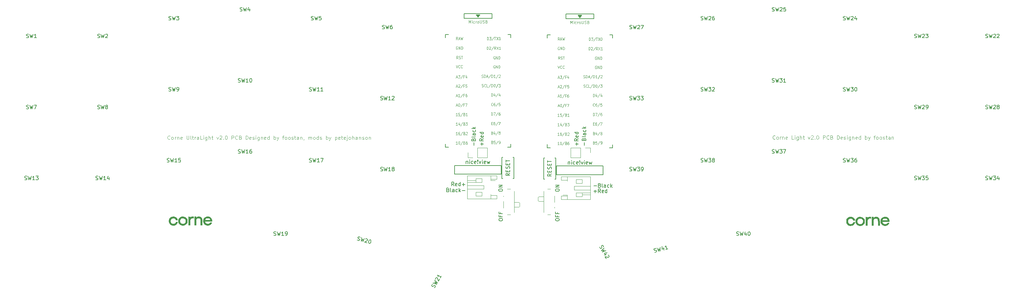
<source format=gto>
G04 #@! TF.GenerationSoftware,KiCad,Pcbnew,(6.0.10)*
G04 #@! TF.CreationDate,2022-12-31T14:29:49-08:00*
G04 #@! TF.ProjectId,corne-ultralight,636f726e-652d-4756-9c74-72616c696768,2.0*
G04 #@! TF.SameCoordinates,Original*
G04 #@! TF.FileFunction,Legend,Top*
G04 #@! TF.FilePolarity,Positive*
%FSLAX46Y46*%
G04 Gerber Fmt 4.6, Leading zero omitted, Abs format (unit mm)*
G04 Created by KiCad (PCBNEW (6.0.10)) date 2022-12-31 14:29:49*
%MOMM*%
%LPD*%
G01*
G04 APERTURE LIST*
%ADD10C,0.125000*%
%ADD11C,0.150000*%
%ADD12C,0.120000*%
%ADD13C,0.010000*%
G04 APERTURE END LIST*
D10*
X216168273Y-68917142D02*
X216120654Y-68964761D01*
X215977797Y-69012380D01*
X215882559Y-69012380D01*
X215739702Y-68964761D01*
X215644464Y-68869523D01*
X215596845Y-68774285D01*
X215549226Y-68583809D01*
X215549226Y-68440952D01*
X215596845Y-68250476D01*
X215644464Y-68155238D01*
X215739702Y-68060000D01*
X215882559Y-68012380D01*
X215977797Y-68012380D01*
X216120654Y-68060000D01*
X216168273Y-68107619D01*
X216739702Y-69012380D02*
X216644464Y-68964761D01*
X216596845Y-68917142D01*
X216549226Y-68821904D01*
X216549226Y-68536190D01*
X216596845Y-68440952D01*
X216644464Y-68393333D01*
X216739702Y-68345714D01*
X216882559Y-68345714D01*
X216977797Y-68393333D01*
X217025416Y-68440952D01*
X217073035Y-68536190D01*
X217073035Y-68821904D01*
X217025416Y-68917142D01*
X216977797Y-68964761D01*
X216882559Y-69012380D01*
X216739702Y-69012380D01*
X217501607Y-69012380D02*
X217501607Y-68345714D01*
X217501607Y-68536190D02*
X217549226Y-68440952D01*
X217596845Y-68393333D01*
X217692083Y-68345714D01*
X217787321Y-68345714D01*
X218120654Y-68345714D02*
X218120654Y-69012380D01*
X218120654Y-68440952D02*
X218168273Y-68393333D01*
X218263511Y-68345714D01*
X218406369Y-68345714D01*
X218501607Y-68393333D01*
X218549226Y-68488571D01*
X218549226Y-69012380D01*
X219406369Y-68964761D02*
X219311130Y-69012380D01*
X219120654Y-69012380D01*
X219025416Y-68964761D01*
X218977797Y-68869523D01*
X218977797Y-68488571D01*
X219025416Y-68393333D01*
X219120654Y-68345714D01*
X219311130Y-68345714D01*
X219406369Y-68393333D01*
X219453988Y-68488571D01*
X219453988Y-68583809D01*
X218977797Y-68679047D01*
X221120654Y-69012380D02*
X220644464Y-69012380D01*
X220644464Y-68012380D01*
X221453988Y-69012380D02*
X221453988Y-68345714D01*
X221453988Y-68012380D02*
X221406369Y-68060000D01*
X221453988Y-68107619D01*
X221501607Y-68060000D01*
X221453988Y-68012380D01*
X221453988Y-68107619D01*
X222358750Y-68345714D02*
X222358750Y-69155238D01*
X222311130Y-69250476D01*
X222263511Y-69298095D01*
X222168273Y-69345714D01*
X222025416Y-69345714D01*
X221930178Y-69298095D01*
X222358750Y-68964761D02*
X222263511Y-69012380D01*
X222073035Y-69012380D01*
X221977797Y-68964761D01*
X221930178Y-68917142D01*
X221882559Y-68821904D01*
X221882559Y-68536190D01*
X221930178Y-68440952D01*
X221977797Y-68393333D01*
X222073035Y-68345714D01*
X222263511Y-68345714D01*
X222358750Y-68393333D01*
X222834940Y-69012380D02*
X222834940Y-68012380D01*
X223263511Y-69012380D02*
X223263511Y-68488571D01*
X223215892Y-68393333D01*
X223120654Y-68345714D01*
X222977797Y-68345714D01*
X222882559Y-68393333D01*
X222834940Y-68440952D01*
X223596845Y-68345714D02*
X223977797Y-68345714D01*
X223739702Y-68012380D02*
X223739702Y-68869523D01*
X223787321Y-68964761D01*
X223882559Y-69012380D01*
X223977797Y-69012380D01*
X224977797Y-68345714D02*
X225215892Y-69012380D01*
X225453988Y-68345714D01*
X225787321Y-68107619D02*
X225834940Y-68060000D01*
X225930178Y-68012380D01*
X226168273Y-68012380D01*
X226263511Y-68060000D01*
X226311130Y-68107619D01*
X226358750Y-68202857D01*
X226358750Y-68298095D01*
X226311130Y-68440952D01*
X225739702Y-69012380D01*
X226358750Y-69012380D01*
X226787321Y-68917142D02*
X226834940Y-68964761D01*
X226787321Y-69012380D01*
X226739702Y-68964761D01*
X226787321Y-68917142D01*
X226787321Y-69012380D01*
X227453988Y-68012380D02*
X227549226Y-68012380D01*
X227644464Y-68060000D01*
X227692083Y-68107619D01*
X227739702Y-68202857D01*
X227787321Y-68393333D01*
X227787321Y-68631428D01*
X227739702Y-68821904D01*
X227692083Y-68917142D01*
X227644464Y-68964761D01*
X227549226Y-69012380D01*
X227453988Y-69012380D01*
X227358750Y-68964761D01*
X227311130Y-68917142D01*
X227263511Y-68821904D01*
X227215892Y-68631428D01*
X227215892Y-68393333D01*
X227263511Y-68202857D01*
X227311130Y-68107619D01*
X227358750Y-68060000D01*
X227453988Y-68012380D01*
X228977797Y-69012380D02*
X228977797Y-68012380D01*
X229358750Y-68012380D01*
X229453988Y-68060000D01*
X229501607Y-68107619D01*
X229549226Y-68202857D01*
X229549226Y-68345714D01*
X229501607Y-68440952D01*
X229453988Y-68488571D01*
X229358750Y-68536190D01*
X228977797Y-68536190D01*
X230549226Y-68917142D02*
X230501607Y-68964761D01*
X230358750Y-69012380D01*
X230263511Y-69012380D01*
X230120654Y-68964761D01*
X230025416Y-68869523D01*
X229977797Y-68774285D01*
X229930178Y-68583809D01*
X229930178Y-68440952D01*
X229977797Y-68250476D01*
X230025416Y-68155238D01*
X230120654Y-68060000D01*
X230263511Y-68012380D01*
X230358750Y-68012380D01*
X230501607Y-68060000D01*
X230549226Y-68107619D01*
X231311130Y-68488571D02*
X231453988Y-68536190D01*
X231501607Y-68583809D01*
X231549226Y-68679047D01*
X231549226Y-68821904D01*
X231501607Y-68917142D01*
X231453988Y-68964761D01*
X231358750Y-69012380D01*
X230977797Y-69012380D01*
X230977797Y-68012380D01*
X231311130Y-68012380D01*
X231406369Y-68060000D01*
X231453988Y-68107619D01*
X231501607Y-68202857D01*
X231501607Y-68298095D01*
X231453988Y-68393333D01*
X231406369Y-68440952D01*
X231311130Y-68488571D01*
X230977797Y-68488571D01*
X232739702Y-69012380D02*
X232739702Y-68012380D01*
X232977797Y-68012380D01*
X233120654Y-68060000D01*
X233215892Y-68155238D01*
X233263511Y-68250476D01*
X233311130Y-68440952D01*
X233311130Y-68583809D01*
X233263511Y-68774285D01*
X233215892Y-68869523D01*
X233120654Y-68964761D01*
X232977797Y-69012380D01*
X232739702Y-69012380D01*
X234120654Y-68964761D02*
X234025416Y-69012380D01*
X233834940Y-69012380D01*
X233739702Y-68964761D01*
X233692083Y-68869523D01*
X233692083Y-68488571D01*
X233739702Y-68393333D01*
X233834940Y-68345714D01*
X234025416Y-68345714D01*
X234120654Y-68393333D01*
X234168273Y-68488571D01*
X234168273Y-68583809D01*
X233692083Y-68679047D01*
X234549226Y-68964761D02*
X234644464Y-69012380D01*
X234834940Y-69012380D01*
X234930178Y-68964761D01*
X234977797Y-68869523D01*
X234977797Y-68821904D01*
X234930178Y-68726666D01*
X234834940Y-68679047D01*
X234692083Y-68679047D01*
X234596845Y-68631428D01*
X234549226Y-68536190D01*
X234549226Y-68488571D01*
X234596845Y-68393333D01*
X234692083Y-68345714D01*
X234834940Y-68345714D01*
X234930178Y-68393333D01*
X235406369Y-69012380D02*
X235406369Y-68345714D01*
X235406369Y-68012380D02*
X235358750Y-68060000D01*
X235406369Y-68107619D01*
X235453988Y-68060000D01*
X235406369Y-68012380D01*
X235406369Y-68107619D01*
X236311130Y-68345714D02*
X236311130Y-69155238D01*
X236263511Y-69250476D01*
X236215892Y-69298095D01*
X236120654Y-69345714D01*
X235977797Y-69345714D01*
X235882559Y-69298095D01*
X236311130Y-68964761D02*
X236215892Y-69012380D01*
X236025416Y-69012380D01*
X235930178Y-68964761D01*
X235882559Y-68917142D01*
X235834940Y-68821904D01*
X235834940Y-68536190D01*
X235882559Y-68440952D01*
X235930178Y-68393333D01*
X236025416Y-68345714D01*
X236215892Y-68345714D01*
X236311130Y-68393333D01*
X236787321Y-68345714D02*
X236787321Y-69012380D01*
X236787321Y-68440952D02*
X236834940Y-68393333D01*
X236930178Y-68345714D01*
X237073035Y-68345714D01*
X237168273Y-68393333D01*
X237215892Y-68488571D01*
X237215892Y-69012380D01*
X238073035Y-68964761D02*
X237977797Y-69012380D01*
X237787321Y-69012380D01*
X237692083Y-68964761D01*
X237644464Y-68869523D01*
X237644464Y-68488571D01*
X237692083Y-68393333D01*
X237787321Y-68345714D01*
X237977797Y-68345714D01*
X238073035Y-68393333D01*
X238120654Y-68488571D01*
X238120654Y-68583809D01*
X237644464Y-68679047D01*
X238977797Y-69012380D02*
X238977797Y-68012380D01*
X238977797Y-68964761D02*
X238882559Y-69012380D01*
X238692083Y-69012380D01*
X238596845Y-68964761D01*
X238549226Y-68917142D01*
X238501607Y-68821904D01*
X238501607Y-68536190D01*
X238549226Y-68440952D01*
X238596845Y-68393333D01*
X238692083Y-68345714D01*
X238882559Y-68345714D01*
X238977797Y-68393333D01*
X240215892Y-69012380D02*
X240215892Y-68012380D01*
X240215892Y-68393333D02*
X240311130Y-68345714D01*
X240501607Y-68345714D01*
X240596845Y-68393333D01*
X240644464Y-68440952D01*
X240692083Y-68536190D01*
X240692083Y-68821904D01*
X240644464Y-68917142D01*
X240596845Y-68964761D01*
X240501607Y-69012380D01*
X240311130Y-69012380D01*
X240215892Y-68964761D01*
X241025416Y-68345714D02*
X241263511Y-69012380D01*
X241501607Y-68345714D02*
X241263511Y-69012380D01*
X241168273Y-69250476D01*
X241120654Y-69298095D01*
X241025416Y-69345714D01*
X242501607Y-68345714D02*
X242882559Y-68345714D01*
X242644464Y-69012380D02*
X242644464Y-68155238D01*
X242692083Y-68060000D01*
X242787321Y-68012380D01*
X242882559Y-68012380D01*
X243358750Y-69012380D02*
X243263511Y-68964761D01*
X243215892Y-68917142D01*
X243168273Y-68821904D01*
X243168273Y-68536190D01*
X243215892Y-68440952D01*
X243263511Y-68393333D01*
X243358750Y-68345714D01*
X243501607Y-68345714D01*
X243596845Y-68393333D01*
X243644464Y-68440952D01*
X243692083Y-68536190D01*
X243692083Y-68821904D01*
X243644464Y-68917142D01*
X243596845Y-68964761D01*
X243501607Y-69012380D01*
X243358750Y-69012380D01*
X244263511Y-69012380D02*
X244168273Y-68964761D01*
X244120654Y-68917142D01*
X244073035Y-68821904D01*
X244073035Y-68536190D01*
X244120654Y-68440952D01*
X244168273Y-68393333D01*
X244263511Y-68345714D01*
X244406369Y-68345714D01*
X244501607Y-68393333D01*
X244549226Y-68440952D01*
X244596845Y-68536190D01*
X244596845Y-68821904D01*
X244549226Y-68917142D01*
X244501607Y-68964761D01*
X244406369Y-69012380D01*
X244263511Y-69012380D01*
X244977797Y-68964761D02*
X245073035Y-69012380D01*
X245263511Y-69012380D01*
X245358750Y-68964761D01*
X245406369Y-68869523D01*
X245406369Y-68821904D01*
X245358750Y-68726666D01*
X245263511Y-68679047D01*
X245120654Y-68679047D01*
X245025416Y-68631428D01*
X244977797Y-68536190D01*
X244977797Y-68488571D01*
X245025416Y-68393333D01*
X245120654Y-68345714D01*
X245263511Y-68345714D01*
X245358750Y-68393333D01*
X245692083Y-68345714D02*
X246073035Y-68345714D01*
X245834940Y-68012380D02*
X245834940Y-68869523D01*
X245882559Y-68964761D01*
X245977797Y-69012380D01*
X246073035Y-69012380D01*
X246834940Y-69012380D02*
X246834940Y-68488571D01*
X246787321Y-68393333D01*
X246692083Y-68345714D01*
X246501607Y-68345714D01*
X246406369Y-68393333D01*
X246834940Y-68964761D02*
X246739702Y-69012380D01*
X246501607Y-69012380D01*
X246406369Y-68964761D01*
X246358750Y-68869523D01*
X246358750Y-68774285D01*
X246406369Y-68679047D01*
X246501607Y-68631428D01*
X246739702Y-68631428D01*
X246834940Y-68583809D01*
X247311130Y-68345714D02*
X247311130Y-69012380D01*
X247311130Y-68440952D02*
X247358750Y-68393333D01*
X247453988Y-68345714D01*
X247596845Y-68345714D01*
X247692083Y-68393333D01*
X247739702Y-68488571D01*
X247739702Y-69012380D01*
X54658273Y-68957142D02*
X54610654Y-69004761D01*
X54467797Y-69052380D01*
X54372559Y-69052380D01*
X54229702Y-69004761D01*
X54134464Y-68909523D01*
X54086845Y-68814285D01*
X54039226Y-68623809D01*
X54039226Y-68480952D01*
X54086845Y-68290476D01*
X54134464Y-68195238D01*
X54229702Y-68100000D01*
X54372559Y-68052380D01*
X54467797Y-68052380D01*
X54610654Y-68100000D01*
X54658273Y-68147619D01*
X55229702Y-69052380D02*
X55134464Y-69004761D01*
X55086845Y-68957142D01*
X55039226Y-68861904D01*
X55039226Y-68576190D01*
X55086845Y-68480952D01*
X55134464Y-68433333D01*
X55229702Y-68385714D01*
X55372559Y-68385714D01*
X55467797Y-68433333D01*
X55515416Y-68480952D01*
X55563035Y-68576190D01*
X55563035Y-68861904D01*
X55515416Y-68957142D01*
X55467797Y-69004761D01*
X55372559Y-69052380D01*
X55229702Y-69052380D01*
X55991607Y-69052380D02*
X55991607Y-68385714D01*
X55991607Y-68576190D02*
X56039226Y-68480952D01*
X56086845Y-68433333D01*
X56182083Y-68385714D01*
X56277321Y-68385714D01*
X56610654Y-68385714D02*
X56610654Y-69052380D01*
X56610654Y-68480952D02*
X56658273Y-68433333D01*
X56753511Y-68385714D01*
X56896369Y-68385714D01*
X56991607Y-68433333D01*
X57039226Y-68528571D01*
X57039226Y-69052380D01*
X57896369Y-69004761D02*
X57801130Y-69052380D01*
X57610654Y-69052380D01*
X57515416Y-69004761D01*
X57467797Y-68909523D01*
X57467797Y-68528571D01*
X57515416Y-68433333D01*
X57610654Y-68385714D01*
X57801130Y-68385714D01*
X57896369Y-68433333D01*
X57943988Y-68528571D01*
X57943988Y-68623809D01*
X57467797Y-68719047D01*
X59134464Y-68052380D02*
X59134464Y-68861904D01*
X59182083Y-68957142D01*
X59229702Y-69004761D01*
X59324940Y-69052380D01*
X59515416Y-69052380D01*
X59610654Y-69004761D01*
X59658273Y-68957142D01*
X59705892Y-68861904D01*
X59705892Y-68052380D01*
X60324940Y-69052380D02*
X60229702Y-69004761D01*
X60182083Y-68909523D01*
X60182083Y-68052380D01*
X60563035Y-68385714D02*
X60943988Y-68385714D01*
X60705892Y-68052380D02*
X60705892Y-68909523D01*
X60753511Y-69004761D01*
X60848750Y-69052380D01*
X60943988Y-69052380D01*
X61277321Y-69052380D02*
X61277321Y-68385714D01*
X61277321Y-68576190D02*
X61324940Y-68480952D01*
X61372559Y-68433333D01*
X61467797Y-68385714D01*
X61563035Y-68385714D01*
X62324940Y-69052380D02*
X62324940Y-68528571D01*
X62277321Y-68433333D01*
X62182083Y-68385714D01*
X61991607Y-68385714D01*
X61896369Y-68433333D01*
X62324940Y-69004761D02*
X62229702Y-69052380D01*
X61991607Y-69052380D01*
X61896369Y-69004761D01*
X61848750Y-68909523D01*
X61848750Y-68814285D01*
X61896369Y-68719047D01*
X61991607Y-68671428D01*
X62229702Y-68671428D01*
X62324940Y-68623809D01*
X63277321Y-69052380D02*
X62801130Y-69052380D01*
X62801130Y-68052380D01*
X63610654Y-69052380D02*
X63610654Y-68385714D01*
X63610654Y-68052380D02*
X63563035Y-68100000D01*
X63610654Y-68147619D01*
X63658273Y-68100000D01*
X63610654Y-68052380D01*
X63610654Y-68147619D01*
X64515416Y-68385714D02*
X64515416Y-69195238D01*
X64467797Y-69290476D01*
X64420178Y-69338095D01*
X64324940Y-69385714D01*
X64182083Y-69385714D01*
X64086845Y-69338095D01*
X64515416Y-69004761D02*
X64420178Y-69052380D01*
X64229702Y-69052380D01*
X64134464Y-69004761D01*
X64086845Y-68957142D01*
X64039226Y-68861904D01*
X64039226Y-68576190D01*
X64086845Y-68480952D01*
X64134464Y-68433333D01*
X64229702Y-68385714D01*
X64420178Y-68385714D01*
X64515416Y-68433333D01*
X64991607Y-69052380D02*
X64991607Y-68052380D01*
X65420178Y-69052380D02*
X65420178Y-68528571D01*
X65372559Y-68433333D01*
X65277321Y-68385714D01*
X65134464Y-68385714D01*
X65039226Y-68433333D01*
X64991607Y-68480952D01*
X65753511Y-68385714D02*
X66134464Y-68385714D01*
X65896369Y-68052380D02*
X65896369Y-68909523D01*
X65943988Y-69004761D01*
X66039226Y-69052380D01*
X66134464Y-69052380D01*
X67134464Y-68385714D02*
X67372559Y-69052380D01*
X67610654Y-68385714D01*
X67943988Y-68147619D02*
X67991607Y-68100000D01*
X68086845Y-68052380D01*
X68324940Y-68052380D01*
X68420178Y-68100000D01*
X68467797Y-68147619D01*
X68515416Y-68242857D01*
X68515416Y-68338095D01*
X68467797Y-68480952D01*
X67896369Y-69052380D01*
X68515416Y-69052380D01*
X68943988Y-68957142D02*
X68991607Y-69004761D01*
X68943988Y-69052380D01*
X68896369Y-69004761D01*
X68943988Y-68957142D01*
X68943988Y-69052380D01*
X69610654Y-68052380D02*
X69705892Y-68052380D01*
X69801130Y-68100000D01*
X69848750Y-68147619D01*
X69896369Y-68242857D01*
X69943988Y-68433333D01*
X69943988Y-68671428D01*
X69896369Y-68861904D01*
X69848750Y-68957142D01*
X69801130Y-69004761D01*
X69705892Y-69052380D01*
X69610654Y-69052380D01*
X69515416Y-69004761D01*
X69467797Y-68957142D01*
X69420178Y-68861904D01*
X69372559Y-68671428D01*
X69372559Y-68433333D01*
X69420178Y-68242857D01*
X69467797Y-68147619D01*
X69515416Y-68100000D01*
X69610654Y-68052380D01*
X71134464Y-69052380D02*
X71134464Y-68052380D01*
X71515416Y-68052380D01*
X71610654Y-68100000D01*
X71658273Y-68147619D01*
X71705892Y-68242857D01*
X71705892Y-68385714D01*
X71658273Y-68480952D01*
X71610654Y-68528571D01*
X71515416Y-68576190D01*
X71134464Y-68576190D01*
X72705892Y-68957142D02*
X72658273Y-69004761D01*
X72515416Y-69052380D01*
X72420178Y-69052380D01*
X72277321Y-69004761D01*
X72182083Y-68909523D01*
X72134464Y-68814285D01*
X72086845Y-68623809D01*
X72086845Y-68480952D01*
X72134464Y-68290476D01*
X72182083Y-68195238D01*
X72277321Y-68100000D01*
X72420178Y-68052380D01*
X72515416Y-68052380D01*
X72658273Y-68100000D01*
X72705892Y-68147619D01*
X73467797Y-68528571D02*
X73610654Y-68576190D01*
X73658273Y-68623809D01*
X73705892Y-68719047D01*
X73705892Y-68861904D01*
X73658273Y-68957142D01*
X73610654Y-69004761D01*
X73515416Y-69052380D01*
X73134464Y-69052380D01*
X73134464Y-68052380D01*
X73467797Y-68052380D01*
X73563035Y-68100000D01*
X73610654Y-68147619D01*
X73658273Y-68242857D01*
X73658273Y-68338095D01*
X73610654Y-68433333D01*
X73563035Y-68480952D01*
X73467797Y-68528571D01*
X73134464Y-68528571D01*
X74896369Y-69052380D02*
X74896369Y-68052380D01*
X75134464Y-68052380D01*
X75277321Y-68100000D01*
X75372559Y-68195238D01*
X75420178Y-68290476D01*
X75467797Y-68480952D01*
X75467797Y-68623809D01*
X75420178Y-68814285D01*
X75372559Y-68909523D01*
X75277321Y-69004761D01*
X75134464Y-69052380D01*
X74896369Y-69052380D01*
X76277321Y-69004761D02*
X76182083Y-69052380D01*
X75991607Y-69052380D01*
X75896369Y-69004761D01*
X75848750Y-68909523D01*
X75848750Y-68528571D01*
X75896369Y-68433333D01*
X75991607Y-68385714D01*
X76182083Y-68385714D01*
X76277321Y-68433333D01*
X76324940Y-68528571D01*
X76324940Y-68623809D01*
X75848750Y-68719047D01*
X76705892Y-69004761D02*
X76801130Y-69052380D01*
X76991607Y-69052380D01*
X77086845Y-69004761D01*
X77134464Y-68909523D01*
X77134464Y-68861904D01*
X77086845Y-68766666D01*
X76991607Y-68719047D01*
X76848750Y-68719047D01*
X76753511Y-68671428D01*
X76705892Y-68576190D01*
X76705892Y-68528571D01*
X76753511Y-68433333D01*
X76848750Y-68385714D01*
X76991607Y-68385714D01*
X77086845Y-68433333D01*
X77563035Y-69052380D02*
X77563035Y-68385714D01*
X77563035Y-68052380D02*
X77515416Y-68100000D01*
X77563035Y-68147619D01*
X77610654Y-68100000D01*
X77563035Y-68052380D01*
X77563035Y-68147619D01*
X78467797Y-68385714D02*
X78467797Y-69195238D01*
X78420178Y-69290476D01*
X78372559Y-69338095D01*
X78277321Y-69385714D01*
X78134464Y-69385714D01*
X78039226Y-69338095D01*
X78467797Y-69004761D02*
X78372559Y-69052380D01*
X78182083Y-69052380D01*
X78086845Y-69004761D01*
X78039226Y-68957142D01*
X77991607Y-68861904D01*
X77991607Y-68576190D01*
X78039226Y-68480952D01*
X78086845Y-68433333D01*
X78182083Y-68385714D01*
X78372559Y-68385714D01*
X78467797Y-68433333D01*
X78943988Y-68385714D02*
X78943988Y-69052380D01*
X78943988Y-68480952D02*
X78991607Y-68433333D01*
X79086845Y-68385714D01*
X79229702Y-68385714D01*
X79324940Y-68433333D01*
X79372559Y-68528571D01*
X79372559Y-69052380D01*
X80229702Y-69004761D02*
X80134464Y-69052380D01*
X79943988Y-69052380D01*
X79848750Y-69004761D01*
X79801130Y-68909523D01*
X79801130Y-68528571D01*
X79848750Y-68433333D01*
X79943988Y-68385714D01*
X80134464Y-68385714D01*
X80229702Y-68433333D01*
X80277321Y-68528571D01*
X80277321Y-68623809D01*
X79801130Y-68719047D01*
X81134464Y-69052380D02*
X81134464Y-68052380D01*
X81134464Y-69004761D02*
X81039226Y-69052380D01*
X80848750Y-69052380D01*
X80753511Y-69004761D01*
X80705892Y-68957142D01*
X80658273Y-68861904D01*
X80658273Y-68576190D01*
X80705892Y-68480952D01*
X80753511Y-68433333D01*
X80848750Y-68385714D01*
X81039226Y-68385714D01*
X81134464Y-68433333D01*
X82372559Y-69052380D02*
X82372559Y-68052380D01*
X82372559Y-68433333D02*
X82467797Y-68385714D01*
X82658273Y-68385714D01*
X82753511Y-68433333D01*
X82801130Y-68480952D01*
X82848750Y-68576190D01*
X82848750Y-68861904D01*
X82801130Y-68957142D01*
X82753511Y-69004761D01*
X82658273Y-69052380D01*
X82467797Y-69052380D01*
X82372559Y-69004761D01*
X83182083Y-68385714D02*
X83420178Y-69052380D01*
X83658273Y-68385714D02*
X83420178Y-69052380D01*
X83324940Y-69290476D01*
X83277321Y-69338095D01*
X83182083Y-69385714D01*
X84658273Y-68385714D02*
X85039226Y-68385714D01*
X84801130Y-69052380D02*
X84801130Y-68195238D01*
X84848750Y-68100000D01*
X84943988Y-68052380D01*
X85039226Y-68052380D01*
X85515416Y-69052380D02*
X85420178Y-69004761D01*
X85372559Y-68957142D01*
X85324940Y-68861904D01*
X85324940Y-68576190D01*
X85372559Y-68480952D01*
X85420178Y-68433333D01*
X85515416Y-68385714D01*
X85658273Y-68385714D01*
X85753511Y-68433333D01*
X85801130Y-68480952D01*
X85848749Y-68576190D01*
X85848749Y-68861904D01*
X85801130Y-68957142D01*
X85753511Y-69004761D01*
X85658273Y-69052380D01*
X85515416Y-69052380D01*
X86420178Y-69052380D02*
X86324940Y-69004761D01*
X86277321Y-68957142D01*
X86229702Y-68861904D01*
X86229702Y-68576190D01*
X86277321Y-68480952D01*
X86324940Y-68433333D01*
X86420178Y-68385714D01*
X86563035Y-68385714D01*
X86658273Y-68433333D01*
X86705892Y-68480952D01*
X86753511Y-68576190D01*
X86753511Y-68861904D01*
X86705892Y-68957142D01*
X86658273Y-69004761D01*
X86563035Y-69052380D01*
X86420178Y-69052380D01*
X87134464Y-69004761D02*
X87229702Y-69052380D01*
X87420178Y-69052380D01*
X87515416Y-69004761D01*
X87563035Y-68909523D01*
X87563035Y-68861904D01*
X87515416Y-68766666D01*
X87420178Y-68719047D01*
X87277321Y-68719047D01*
X87182083Y-68671428D01*
X87134464Y-68576190D01*
X87134464Y-68528571D01*
X87182083Y-68433333D01*
X87277321Y-68385714D01*
X87420178Y-68385714D01*
X87515416Y-68433333D01*
X87848749Y-68385714D02*
X88229702Y-68385714D01*
X87991607Y-68052380D02*
X87991607Y-68909523D01*
X88039226Y-69004761D01*
X88134464Y-69052380D01*
X88229702Y-69052380D01*
X88991607Y-69052380D02*
X88991607Y-68528571D01*
X88943988Y-68433333D01*
X88848749Y-68385714D01*
X88658273Y-68385714D01*
X88563035Y-68433333D01*
X88991607Y-69004761D02*
X88896369Y-69052380D01*
X88658273Y-69052380D01*
X88563035Y-69004761D01*
X88515416Y-68909523D01*
X88515416Y-68814285D01*
X88563035Y-68719047D01*
X88658273Y-68671428D01*
X88896369Y-68671428D01*
X88991607Y-68623809D01*
X89467797Y-68385714D02*
X89467797Y-69052380D01*
X89467797Y-68480952D02*
X89515416Y-68433333D01*
X89610654Y-68385714D01*
X89753511Y-68385714D01*
X89848749Y-68433333D01*
X89896369Y-68528571D01*
X89896369Y-69052380D01*
X90420178Y-69004761D02*
X90420178Y-69052380D01*
X90372559Y-69147619D01*
X90324940Y-69195238D01*
X91610654Y-69052380D02*
X91610654Y-68385714D01*
X91610654Y-68480952D02*
X91658273Y-68433333D01*
X91753511Y-68385714D01*
X91896369Y-68385714D01*
X91991607Y-68433333D01*
X92039226Y-68528571D01*
X92039226Y-69052380D01*
X92039226Y-68528571D02*
X92086845Y-68433333D01*
X92182083Y-68385714D01*
X92324940Y-68385714D01*
X92420178Y-68433333D01*
X92467797Y-68528571D01*
X92467797Y-69052380D01*
X93086845Y-69052380D02*
X92991607Y-69004761D01*
X92943988Y-68957142D01*
X92896369Y-68861904D01*
X92896369Y-68576190D01*
X92943988Y-68480952D01*
X92991607Y-68433333D01*
X93086845Y-68385714D01*
X93229702Y-68385714D01*
X93324940Y-68433333D01*
X93372559Y-68480952D01*
X93420178Y-68576190D01*
X93420178Y-68861904D01*
X93372559Y-68957142D01*
X93324940Y-69004761D01*
X93229702Y-69052380D01*
X93086845Y-69052380D01*
X94277321Y-69052380D02*
X94277321Y-68052380D01*
X94277321Y-69004761D02*
X94182083Y-69052380D01*
X93991607Y-69052380D01*
X93896369Y-69004761D01*
X93848749Y-68957142D01*
X93801130Y-68861904D01*
X93801130Y-68576190D01*
X93848749Y-68480952D01*
X93896369Y-68433333D01*
X93991607Y-68385714D01*
X94182083Y-68385714D01*
X94277321Y-68433333D01*
X94705892Y-69004761D02*
X94801130Y-69052380D01*
X94991607Y-69052380D01*
X95086845Y-69004761D01*
X95134464Y-68909523D01*
X95134464Y-68861904D01*
X95086845Y-68766666D01*
X94991607Y-68719047D01*
X94848749Y-68719047D01*
X94753511Y-68671428D01*
X94705892Y-68576190D01*
X94705892Y-68528571D01*
X94753511Y-68433333D01*
X94848749Y-68385714D01*
X94991607Y-68385714D01*
X95086845Y-68433333D01*
X96324940Y-69052380D02*
X96324940Y-68052380D01*
X96324940Y-68433333D02*
X96420178Y-68385714D01*
X96610654Y-68385714D01*
X96705892Y-68433333D01*
X96753511Y-68480952D01*
X96801130Y-68576190D01*
X96801130Y-68861904D01*
X96753511Y-68957142D01*
X96705892Y-69004761D01*
X96610654Y-69052380D01*
X96420178Y-69052380D01*
X96324940Y-69004761D01*
X97134464Y-68385714D02*
X97372559Y-69052380D01*
X97610654Y-68385714D02*
X97372559Y-69052380D01*
X97277321Y-69290476D01*
X97229702Y-69338095D01*
X97134464Y-69385714D01*
X98753511Y-68385714D02*
X98753511Y-69385714D01*
X98753511Y-68433333D02*
X98848749Y-68385714D01*
X99039226Y-68385714D01*
X99134464Y-68433333D01*
X99182083Y-68480952D01*
X99229702Y-68576190D01*
X99229702Y-68861904D01*
X99182083Y-68957142D01*
X99134464Y-69004761D01*
X99039226Y-69052380D01*
X98848749Y-69052380D01*
X98753511Y-69004761D01*
X100039226Y-69004761D02*
X99943988Y-69052380D01*
X99753511Y-69052380D01*
X99658273Y-69004761D01*
X99610654Y-68909523D01*
X99610654Y-68528571D01*
X99658273Y-68433333D01*
X99753511Y-68385714D01*
X99943988Y-68385714D01*
X100039226Y-68433333D01*
X100086845Y-68528571D01*
X100086845Y-68623809D01*
X99610654Y-68719047D01*
X100372559Y-68385714D02*
X100753511Y-68385714D01*
X100515416Y-68052380D02*
X100515416Y-68909523D01*
X100563035Y-69004761D01*
X100658273Y-69052380D01*
X100753511Y-69052380D01*
X101467797Y-69004761D02*
X101372559Y-69052380D01*
X101182083Y-69052380D01*
X101086845Y-69004761D01*
X101039226Y-68909523D01*
X101039226Y-68528571D01*
X101086845Y-68433333D01*
X101182083Y-68385714D01*
X101372559Y-68385714D01*
X101467797Y-68433333D01*
X101515416Y-68528571D01*
X101515416Y-68623809D01*
X101039226Y-68719047D01*
X101943988Y-68385714D02*
X101943988Y-69242857D01*
X101896369Y-69338095D01*
X101801130Y-69385714D01*
X101753511Y-69385714D01*
X101943988Y-68052380D02*
X101896369Y-68100000D01*
X101943988Y-68147619D01*
X101991607Y-68100000D01*
X101943988Y-68052380D01*
X101943988Y-68147619D01*
X102563035Y-69052380D02*
X102467797Y-69004761D01*
X102420178Y-68957142D01*
X102372559Y-68861904D01*
X102372559Y-68576190D01*
X102420178Y-68480952D01*
X102467797Y-68433333D01*
X102563035Y-68385714D01*
X102705892Y-68385714D01*
X102801130Y-68433333D01*
X102848749Y-68480952D01*
X102896369Y-68576190D01*
X102896369Y-68861904D01*
X102848749Y-68957142D01*
X102801130Y-69004761D01*
X102705892Y-69052380D01*
X102563035Y-69052380D01*
X103324940Y-69052380D02*
X103324940Y-68052380D01*
X103753511Y-69052380D02*
X103753511Y-68528571D01*
X103705892Y-68433333D01*
X103610654Y-68385714D01*
X103467797Y-68385714D01*
X103372559Y-68433333D01*
X103324940Y-68480952D01*
X104658273Y-69052380D02*
X104658273Y-68528571D01*
X104610654Y-68433333D01*
X104515416Y-68385714D01*
X104324940Y-68385714D01*
X104229702Y-68433333D01*
X104658273Y-69004761D02*
X104563035Y-69052380D01*
X104324940Y-69052380D01*
X104229702Y-69004761D01*
X104182083Y-68909523D01*
X104182083Y-68814285D01*
X104229702Y-68719047D01*
X104324940Y-68671428D01*
X104563035Y-68671428D01*
X104658273Y-68623809D01*
X105134464Y-68385714D02*
X105134464Y-69052380D01*
X105134464Y-68480952D02*
X105182083Y-68433333D01*
X105277321Y-68385714D01*
X105420178Y-68385714D01*
X105515416Y-68433333D01*
X105563035Y-68528571D01*
X105563035Y-69052380D01*
X105991607Y-69004761D02*
X106086845Y-69052380D01*
X106277321Y-69052380D01*
X106372559Y-69004761D01*
X106420178Y-68909523D01*
X106420178Y-68861904D01*
X106372559Y-68766666D01*
X106277321Y-68719047D01*
X106134464Y-68719047D01*
X106039226Y-68671428D01*
X105991607Y-68576190D01*
X105991607Y-68528571D01*
X106039226Y-68433333D01*
X106134464Y-68385714D01*
X106277321Y-68385714D01*
X106372559Y-68433333D01*
X106991607Y-69052380D02*
X106896369Y-69004761D01*
X106848749Y-68957142D01*
X106801130Y-68861904D01*
X106801130Y-68576190D01*
X106848749Y-68480952D01*
X106896369Y-68433333D01*
X106991607Y-68385714D01*
X107134464Y-68385714D01*
X107229702Y-68433333D01*
X107277321Y-68480952D01*
X107324940Y-68576190D01*
X107324940Y-68861904D01*
X107277321Y-68957142D01*
X107229702Y-69004761D01*
X107134464Y-69052380D01*
X106991607Y-69052380D01*
X107753511Y-68385714D02*
X107753511Y-69052380D01*
X107753511Y-68480952D02*
X107801130Y-68433333D01*
X107896369Y-68385714D01*
X108039226Y-68385714D01*
X108134464Y-68433333D01*
X108182083Y-68528571D01*
X108182083Y-69052380D01*
D11*
X167773095Y-81466428D02*
X168535000Y-81466428D01*
X169344523Y-81323571D02*
X169487380Y-81371190D01*
X169535000Y-81418809D01*
X169582619Y-81514047D01*
X169582619Y-81656904D01*
X169535000Y-81752142D01*
X169487380Y-81799761D01*
X169392142Y-81847380D01*
X169011190Y-81847380D01*
X169011190Y-80847380D01*
X169344523Y-80847380D01*
X169439761Y-80895000D01*
X169487380Y-80942619D01*
X169535000Y-81037857D01*
X169535000Y-81133095D01*
X169487380Y-81228333D01*
X169439761Y-81275952D01*
X169344523Y-81323571D01*
X169011190Y-81323571D01*
X170154047Y-81847380D02*
X170058809Y-81799761D01*
X170011190Y-81704523D01*
X170011190Y-80847380D01*
X170963571Y-81847380D02*
X170963571Y-81323571D01*
X170915952Y-81228333D01*
X170820714Y-81180714D01*
X170630238Y-81180714D01*
X170535000Y-81228333D01*
X170963571Y-81799761D02*
X170868333Y-81847380D01*
X170630238Y-81847380D01*
X170535000Y-81799761D01*
X170487380Y-81704523D01*
X170487380Y-81609285D01*
X170535000Y-81514047D01*
X170630238Y-81466428D01*
X170868333Y-81466428D01*
X170963571Y-81418809D01*
X171868333Y-81799761D02*
X171773095Y-81847380D01*
X171582619Y-81847380D01*
X171487380Y-81799761D01*
X171439761Y-81752142D01*
X171392142Y-81656904D01*
X171392142Y-81371190D01*
X171439761Y-81275952D01*
X171487380Y-81228333D01*
X171582619Y-81180714D01*
X171773095Y-81180714D01*
X171868333Y-81228333D01*
X172296904Y-81847380D02*
X172296904Y-80847380D01*
X172392142Y-81466428D02*
X172677857Y-81847380D01*
X172677857Y-81180714D02*
X172296904Y-81561666D01*
X157564880Y-90593928D02*
X157564880Y-90403452D01*
X157612500Y-90308214D01*
X157707738Y-90212976D01*
X157898214Y-90165357D01*
X158231547Y-90165357D01*
X158422023Y-90212976D01*
X158517261Y-90308214D01*
X158564880Y-90403452D01*
X158564880Y-90593928D01*
X158517261Y-90689166D01*
X158422023Y-90784404D01*
X158231547Y-90832023D01*
X157898214Y-90832023D01*
X157707738Y-90784404D01*
X157612500Y-90689166D01*
X157564880Y-90593928D01*
X158041071Y-89403452D02*
X158041071Y-89736785D01*
X158564880Y-89736785D02*
X157564880Y-89736785D01*
X157564880Y-89260595D01*
X158041071Y-88546309D02*
X158041071Y-88879642D01*
X158564880Y-88879642D02*
X157564880Y-88879642D01*
X157564880Y-88403452D01*
X137933928Y-70659404D02*
X137933928Y-69897500D01*
X138314880Y-70278452D02*
X137552976Y-70278452D01*
X138314880Y-68849880D02*
X137838690Y-69183214D01*
X138314880Y-69421309D02*
X137314880Y-69421309D01*
X137314880Y-69040357D01*
X137362500Y-68945119D01*
X137410119Y-68897500D01*
X137505357Y-68849880D01*
X137648214Y-68849880D01*
X137743452Y-68897500D01*
X137791071Y-68945119D01*
X137838690Y-69040357D01*
X137838690Y-69421309D01*
X138267261Y-68040357D02*
X138314880Y-68135595D01*
X138314880Y-68326071D01*
X138267261Y-68421309D01*
X138172023Y-68468928D01*
X137791071Y-68468928D01*
X137695833Y-68421309D01*
X137648214Y-68326071D01*
X137648214Y-68135595D01*
X137695833Y-68040357D01*
X137791071Y-67992738D01*
X137886309Y-67992738D01*
X137981547Y-68468928D01*
X138314880Y-67135595D02*
X137314880Y-67135595D01*
X138267261Y-67135595D02*
X138314880Y-67230833D01*
X138314880Y-67421309D01*
X138267261Y-67516547D01*
X138219642Y-67564166D01*
X138124404Y-67611785D01*
X137838690Y-67611785D01*
X137743452Y-67564166D01*
X137695833Y-67516547D01*
X137648214Y-67421309D01*
X137648214Y-67230833D01*
X137695833Y-67135595D01*
X163258928Y-70659404D02*
X163258928Y-69897500D01*
X163639880Y-70278452D02*
X162877976Y-70278452D01*
X163639880Y-68849880D02*
X163163690Y-69183214D01*
X163639880Y-69421309D02*
X162639880Y-69421309D01*
X162639880Y-69040357D01*
X162687500Y-68945119D01*
X162735119Y-68897500D01*
X162830357Y-68849880D01*
X162973214Y-68849880D01*
X163068452Y-68897500D01*
X163116071Y-68945119D01*
X163163690Y-69040357D01*
X163163690Y-69421309D01*
X163592261Y-68040357D02*
X163639880Y-68135595D01*
X163639880Y-68326071D01*
X163592261Y-68421309D01*
X163497023Y-68468928D01*
X163116071Y-68468928D01*
X163020833Y-68421309D01*
X162973214Y-68326071D01*
X162973214Y-68135595D01*
X163020833Y-68040357D01*
X163116071Y-67992738D01*
X163211309Y-67992738D01*
X163306547Y-68468928D01*
X163639880Y-67135595D02*
X162639880Y-67135595D01*
X163592261Y-67135595D02*
X163639880Y-67230833D01*
X163639880Y-67421309D01*
X163592261Y-67516547D01*
X163544642Y-67564166D01*
X163449404Y-67611785D01*
X163163690Y-67611785D01*
X163068452Y-67564166D01*
X163020833Y-67516547D01*
X162973214Y-67421309D01*
X162973214Y-67230833D01*
X163020833Y-67135595D01*
X130449523Y-81472380D02*
X130116190Y-80996190D01*
X129878095Y-81472380D02*
X129878095Y-80472380D01*
X130259047Y-80472380D01*
X130354285Y-80520000D01*
X130401904Y-80567619D01*
X130449523Y-80662857D01*
X130449523Y-80805714D01*
X130401904Y-80900952D01*
X130354285Y-80948571D01*
X130259047Y-80996190D01*
X129878095Y-80996190D01*
X131259047Y-81424761D02*
X131163809Y-81472380D01*
X130973333Y-81472380D01*
X130878095Y-81424761D01*
X130830476Y-81329523D01*
X130830476Y-80948571D01*
X130878095Y-80853333D01*
X130973333Y-80805714D01*
X131163809Y-80805714D01*
X131259047Y-80853333D01*
X131306666Y-80948571D01*
X131306666Y-81043809D01*
X130830476Y-81139047D01*
X132163809Y-81472380D02*
X132163809Y-80472380D01*
X132163809Y-81424761D02*
X132068571Y-81472380D01*
X131878095Y-81472380D01*
X131782857Y-81424761D01*
X131735238Y-81377142D01*
X131687619Y-81281904D01*
X131687619Y-80996190D01*
X131735238Y-80900952D01*
X131782857Y-80853333D01*
X131878095Y-80805714D01*
X132068571Y-80805714D01*
X132163809Y-80853333D01*
X132640000Y-81091428D02*
X133401904Y-81091428D01*
X133020952Y-81472380D02*
X133020952Y-80710476D01*
X167773095Y-82916428D02*
X168535000Y-82916428D01*
X168154047Y-83297380D02*
X168154047Y-82535476D01*
X169582619Y-83297380D02*
X169249285Y-82821190D01*
X169011190Y-83297380D02*
X169011190Y-82297380D01*
X169392142Y-82297380D01*
X169487380Y-82345000D01*
X169535000Y-82392619D01*
X169582619Y-82487857D01*
X169582619Y-82630714D01*
X169535000Y-82725952D01*
X169487380Y-82773571D01*
X169392142Y-82821190D01*
X169011190Y-82821190D01*
X170392142Y-83249761D02*
X170296904Y-83297380D01*
X170106428Y-83297380D01*
X170011190Y-83249761D01*
X169963571Y-83154523D01*
X169963571Y-82773571D01*
X170011190Y-82678333D01*
X170106428Y-82630714D01*
X170296904Y-82630714D01*
X170392142Y-82678333D01*
X170439761Y-82773571D01*
X170439761Y-82868809D01*
X169963571Y-82964047D01*
X171296904Y-83297380D02*
X171296904Y-82297380D01*
X171296904Y-83249761D02*
X171201666Y-83297380D01*
X171011190Y-83297380D01*
X170915952Y-83249761D01*
X170868333Y-83202142D01*
X170820714Y-83106904D01*
X170820714Y-82821190D01*
X170868333Y-82725952D01*
X170915952Y-82678333D01*
X171011190Y-82630714D01*
X171201666Y-82630714D01*
X171296904Y-82678333D01*
X165283928Y-70609404D02*
X165283928Y-69847500D01*
X165141071Y-69037976D02*
X165188690Y-68895119D01*
X165236309Y-68847500D01*
X165331547Y-68799880D01*
X165474404Y-68799880D01*
X165569642Y-68847500D01*
X165617261Y-68895119D01*
X165664880Y-68990357D01*
X165664880Y-69371309D01*
X164664880Y-69371309D01*
X164664880Y-69037976D01*
X164712500Y-68942738D01*
X164760119Y-68895119D01*
X164855357Y-68847500D01*
X164950595Y-68847500D01*
X165045833Y-68895119D01*
X165093452Y-68942738D01*
X165141071Y-69037976D01*
X165141071Y-69371309D01*
X165664880Y-68228452D02*
X165617261Y-68323690D01*
X165522023Y-68371309D01*
X164664880Y-68371309D01*
X165664880Y-67418928D02*
X165141071Y-67418928D01*
X165045833Y-67466547D01*
X164998214Y-67561785D01*
X164998214Y-67752261D01*
X165045833Y-67847500D01*
X165617261Y-67418928D02*
X165664880Y-67514166D01*
X165664880Y-67752261D01*
X165617261Y-67847500D01*
X165522023Y-67895119D01*
X165426785Y-67895119D01*
X165331547Y-67847500D01*
X165283928Y-67752261D01*
X165283928Y-67514166D01*
X165236309Y-67418928D01*
X165617261Y-66514166D02*
X165664880Y-66609404D01*
X165664880Y-66799880D01*
X165617261Y-66895119D01*
X165569642Y-66942738D01*
X165474404Y-66990357D01*
X165188690Y-66990357D01*
X165093452Y-66942738D01*
X165045833Y-66895119D01*
X164998214Y-66799880D01*
X164998214Y-66609404D01*
X165045833Y-66514166D01*
X165664880Y-66085595D02*
X164664880Y-66085595D01*
X165283928Y-65990357D02*
X165664880Y-65704642D01*
X164998214Y-65704642D02*
X165379166Y-66085595D01*
X142414880Y-82693928D02*
X142414880Y-82503452D01*
X142462500Y-82408214D01*
X142557738Y-82312976D01*
X142748214Y-82265357D01*
X143081547Y-82265357D01*
X143272023Y-82312976D01*
X143367261Y-82408214D01*
X143414880Y-82503452D01*
X143414880Y-82693928D01*
X143367261Y-82789166D01*
X143272023Y-82884404D01*
X143081547Y-82932023D01*
X142748214Y-82932023D01*
X142557738Y-82884404D01*
X142462500Y-82789166D01*
X142414880Y-82693928D01*
X143414880Y-81836785D02*
X142414880Y-81836785D01*
X143414880Y-81265357D01*
X142414880Y-81265357D01*
X128878095Y-82548571D02*
X129020952Y-82596190D01*
X129068571Y-82643809D01*
X129116190Y-82739047D01*
X129116190Y-82881904D01*
X129068571Y-82977142D01*
X129020952Y-83024761D01*
X128925714Y-83072380D01*
X128544761Y-83072380D01*
X128544761Y-82072380D01*
X128878095Y-82072380D01*
X128973333Y-82120000D01*
X129020952Y-82167619D01*
X129068571Y-82262857D01*
X129068571Y-82358095D01*
X129020952Y-82453333D01*
X128973333Y-82500952D01*
X128878095Y-82548571D01*
X128544761Y-82548571D01*
X129687619Y-83072380D02*
X129592380Y-83024761D01*
X129544761Y-82929523D01*
X129544761Y-82072380D01*
X130497142Y-83072380D02*
X130497142Y-82548571D01*
X130449523Y-82453333D01*
X130354285Y-82405714D01*
X130163809Y-82405714D01*
X130068571Y-82453333D01*
X130497142Y-83024761D02*
X130401904Y-83072380D01*
X130163809Y-83072380D01*
X130068571Y-83024761D01*
X130020952Y-82929523D01*
X130020952Y-82834285D01*
X130068571Y-82739047D01*
X130163809Y-82691428D01*
X130401904Y-82691428D01*
X130497142Y-82643809D01*
X131401904Y-83024761D02*
X131306666Y-83072380D01*
X131116190Y-83072380D01*
X131020952Y-83024761D01*
X130973333Y-82977142D01*
X130925714Y-82881904D01*
X130925714Y-82596190D01*
X130973333Y-82500952D01*
X131020952Y-82453333D01*
X131116190Y-82405714D01*
X131306666Y-82405714D01*
X131401904Y-82453333D01*
X131830476Y-83072380D02*
X131830476Y-82072380D01*
X131925714Y-82691428D02*
X132211428Y-83072380D01*
X132211428Y-82405714D02*
X131830476Y-82786666D01*
X132640000Y-82691428D02*
X133401904Y-82691428D01*
X157539880Y-82693928D02*
X157539880Y-82503452D01*
X157587500Y-82408214D01*
X157682738Y-82312976D01*
X157873214Y-82265357D01*
X158206547Y-82265357D01*
X158397023Y-82312976D01*
X158492261Y-82408214D01*
X158539880Y-82503452D01*
X158539880Y-82693928D01*
X158492261Y-82789166D01*
X158397023Y-82884404D01*
X158206547Y-82932023D01*
X157873214Y-82932023D01*
X157682738Y-82884404D01*
X157587500Y-82789166D01*
X157539880Y-82693928D01*
X158539880Y-81836785D02*
X157539880Y-81836785D01*
X158539880Y-81265357D01*
X157539880Y-81265357D01*
X135808928Y-70659404D02*
X135808928Y-69897500D01*
X135666071Y-69087976D02*
X135713690Y-68945119D01*
X135761309Y-68897500D01*
X135856547Y-68849880D01*
X135999404Y-68849880D01*
X136094642Y-68897500D01*
X136142261Y-68945119D01*
X136189880Y-69040357D01*
X136189880Y-69421309D01*
X135189880Y-69421309D01*
X135189880Y-69087976D01*
X135237500Y-68992738D01*
X135285119Y-68945119D01*
X135380357Y-68897500D01*
X135475595Y-68897500D01*
X135570833Y-68945119D01*
X135618452Y-68992738D01*
X135666071Y-69087976D01*
X135666071Y-69421309D01*
X136189880Y-68278452D02*
X136142261Y-68373690D01*
X136047023Y-68421309D01*
X135189880Y-68421309D01*
X136189880Y-67468928D02*
X135666071Y-67468928D01*
X135570833Y-67516547D01*
X135523214Y-67611785D01*
X135523214Y-67802261D01*
X135570833Y-67897500D01*
X136142261Y-67468928D02*
X136189880Y-67564166D01*
X136189880Y-67802261D01*
X136142261Y-67897500D01*
X136047023Y-67945119D01*
X135951785Y-67945119D01*
X135856547Y-67897500D01*
X135808928Y-67802261D01*
X135808928Y-67564166D01*
X135761309Y-67468928D01*
X136142261Y-66564166D02*
X136189880Y-66659404D01*
X136189880Y-66849880D01*
X136142261Y-66945119D01*
X136094642Y-66992738D01*
X135999404Y-67040357D01*
X135713690Y-67040357D01*
X135618452Y-66992738D01*
X135570833Y-66945119D01*
X135523214Y-66849880D01*
X135523214Y-66659404D01*
X135570833Y-66564166D01*
X136189880Y-66135595D02*
X135189880Y-66135595D01*
X135808928Y-66040357D02*
X136189880Y-65754642D01*
X135523214Y-65754642D02*
X135904166Y-66135595D01*
X142439880Y-90593928D02*
X142439880Y-90403452D01*
X142487500Y-90308214D01*
X142582738Y-90212976D01*
X142773214Y-90165357D01*
X143106547Y-90165357D01*
X143297023Y-90212976D01*
X143392261Y-90308214D01*
X143439880Y-90403452D01*
X143439880Y-90593928D01*
X143392261Y-90689166D01*
X143297023Y-90784404D01*
X143106547Y-90832023D01*
X142773214Y-90832023D01*
X142582738Y-90784404D01*
X142487500Y-90689166D01*
X142439880Y-90593928D01*
X142916071Y-89403452D02*
X142916071Y-89736785D01*
X143439880Y-89736785D02*
X142439880Y-89736785D01*
X142439880Y-89260595D01*
X142916071Y-88546309D02*
X142916071Y-88879642D01*
X143439880Y-88879642D02*
X142439880Y-88879642D01*
X142439880Y-88403452D01*
X156464880Y-78269812D02*
X155988690Y-78603146D01*
X156464880Y-78841241D02*
X155464880Y-78841241D01*
X155464880Y-78460289D01*
X155512500Y-78365051D01*
X155560119Y-78317432D01*
X155655357Y-78269812D01*
X155798214Y-78269812D01*
X155893452Y-78317432D01*
X155941071Y-78365051D01*
X155988690Y-78460289D01*
X155988690Y-78841241D01*
X155941071Y-77841241D02*
X155941071Y-77507908D01*
X156464880Y-77365051D02*
X156464880Y-77841241D01*
X155464880Y-77841241D01*
X155464880Y-77365051D01*
X156417261Y-76984098D02*
X156464880Y-76841241D01*
X156464880Y-76603146D01*
X156417261Y-76507908D01*
X156369642Y-76460289D01*
X156274404Y-76412670D01*
X156179166Y-76412670D01*
X156083928Y-76460289D01*
X156036309Y-76507908D01*
X155988690Y-76603146D01*
X155941071Y-76793622D01*
X155893452Y-76888860D01*
X155845833Y-76936479D01*
X155750595Y-76984098D01*
X155655357Y-76984098D01*
X155560119Y-76936479D01*
X155512500Y-76888860D01*
X155464880Y-76793622D01*
X155464880Y-76555527D01*
X155512500Y-76412670D01*
X155941071Y-75984098D02*
X155941071Y-75650765D01*
X156464880Y-75507908D02*
X156464880Y-75984098D01*
X155464880Y-75984098D01*
X155464880Y-75507908D01*
X155464880Y-75222193D02*
X155464880Y-74650765D01*
X156464880Y-74936479D02*
X155464880Y-74936479D01*
X272375323Y-41825193D02*
X272518180Y-41872812D01*
X272756275Y-41872812D01*
X272851513Y-41825193D01*
X272899132Y-41777574D01*
X272946751Y-41682336D01*
X272946751Y-41587098D01*
X272899132Y-41491860D01*
X272851513Y-41444241D01*
X272756275Y-41396622D01*
X272565799Y-41349003D01*
X272470561Y-41301384D01*
X272422942Y-41253765D01*
X272375323Y-41158527D01*
X272375323Y-41063289D01*
X272422942Y-40968051D01*
X272470561Y-40920432D01*
X272565799Y-40872812D01*
X272803894Y-40872812D01*
X272946751Y-40920432D01*
X273280085Y-40872812D02*
X273518180Y-41872812D01*
X273708656Y-41158527D01*
X273899132Y-41872812D01*
X274137227Y-40872812D01*
X274470561Y-40968051D02*
X274518180Y-40920432D01*
X274613418Y-40872812D01*
X274851513Y-40872812D01*
X274946751Y-40920432D01*
X274994370Y-40968051D01*
X275041989Y-41063289D01*
X275041989Y-41158527D01*
X274994370Y-41301384D01*
X274422942Y-41872812D01*
X275041989Y-41872812D01*
X275422942Y-40968051D02*
X275470561Y-40920432D01*
X275565799Y-40872812D01*
X275803894Y-40872812D01*
X275899132Y-40920432D01*
X275946751Y-40968051D01*
X275994370Y-41063289D01*
X275994370Y-41158527D01*
X275946751Y-41301384D01*
X275375323Y-41872812D01*
X275994370Y-41872812D01*
X253375323Y-41825193D02*
X253518180Y-41872812D01*
X253756275Y-41872812D01*
X253851513Y-41825193D01*
X253899132Y-41777574D01*
X253946751Y-41682336D01*
X253946751Y-41587098D01*
X253899132Y-41491860D01*
X253851513Y-41444241D01*
X253756275Y-41396622D01*
X253565799Y-41349003D01*
X253470561Y-41301384D01*
X253422942Y-41253765D01*
X253375323Y-41158527D01*
X253375323Y-41063289D01*
X253422942Y-40968051D01*
X253470561Y-40920432D01*
X253565799Y-40872812D01*
X253803894Y-40872812D01*
X253946751Y-40920432D01*
X254280085Y-40872812D02*
X254518180Y-41872812D01*
X254708656Y-41158527D01*
X254899132Y-41872812D01*
X255137227Y-40872812D01*
X255470561Y-40968051D02*
X255518180Y-40920432D01*
X255613418Y-40872812D01*
X255851513Y-40872812D01*
X255946751Y-40920432D01*
X255994370Y-40968051D01*
X256041989Y-41063289D01*
X256041989Y-41158527D01*
X255994370Y-41301384D01*
X255422942Y-41872812D01*
X256041989Y-41872812D01*
X256375323Y-40872812D02*
X256994370Y-40872812D01*
X256661037Y-41253765D01*
X256803894Y-41253765D01*
X256899132Y-41301384D01*
X256946751Y-41349003D01*
X256994370Y-41444241D01*
X256994370Y-41682336D01*
X256946751Y-41777574D01*
X256899132Y-41825193D01*
X256803894Y-41872812D01*
X256518180Y-41872812D01*
X256422942Y-41825193D01*
X256375323Y-41777574D01*
X234375323Y-37075193D02*
X234518180Y-37122812D01*
X234756275Y-37122812D01*
X234851513Y-37075193D01*
X234899132Y-37027574D01*
X234946751Y-36932336D01*
X234946751Y-36837098D01*
X234899132Y-36741860D01*
X234851513Y-36694241D01*
X234756275Y-36646622D01*
X234565799Y-36599003D01*
X234470561Y-36551384D01*
X234422942Y-36503765D01*
X234375323Y-36408527D01*
X234375323Y-36313289D01*
X234422942Y-36218051D01*
X234470561Y-36170432D01*
X234565799Y-36122812D01*
X234803894Y-36122812D01*
X234946751Y-36170432D01*
X235280085Y-36122812D02*
X235518180Y-37122812D01*
X235708656Y-36408527D01*
X235899132Y-37122812D01*
X236137227Y-36122812D01*
X236470561Y-36218051D02*
X236518180Y-36170432D01*
X236613418Y-36122812D01*
X236851513Y-36122812D01*
X236946751Y-36170432D01*
X236994370Y-36218051D01*
X237041989Y-36313289D01*
X237041989Y-36408527D01*
X236994370Y-36551384D01*
X236422942Y-37122812D01*
X237041989Y-37122812D01*
X237899132Y-36456146D02*
X237899132Y-37122812D01*
X237661037Y-36075193D02*
X237422942Y-36789479D01*
X238041989Y-36789479D01*
X215375323Y-34700193D02*
X215518180Y-34747812D01*
X215756275Y-34747812D01*
X215851513Y-34700193D01*
X215899132Y-34652574D01*
X215946751Y-34557336D01*
X215946751Y-34462098D01*
X215899132Y-34366860D01*
X215851513Y-34319241D01*
X215756275Y-34271622D01*
X215565799Y-34224003D01*
X215470561Y-34176384D01*
X215422942Y-34128765D01*
X215375323Y-34033527D01*
X215375323Y-33938289D01*
X215422942Y-33843051D01*
X215470561Y-33795432D01*
X215565799Y-33747812D01*
X215803894Y-33747812D01*
X215946751Y-33795432D01*
X216280085Y-33747812D02*
X216518180Y-34747812D01*
X216708656Y-34033527D01*
X216899132Y-34747812D01*
X217137227Y-33747812D01*
X217470561Y-33843051D02*
X217518180Y-33795432D01*
X217613418Y-33747812D01*
X217851513Y-33747812D01*
X217946751Y-33795432D01*
X217994370Y-33843051D01*
X218041989Y-33938289D01*
X218041989Y-34033527D01*
X217994370Y-34176384D01*
X217422942Y-34747812D01*
X218041989Y-34747812D01*
X218946751Y-33747812D02*
X218470561Y-33747812D01*
X218422942Y-34224003D01*
X218470561Y-34176384D01*
X218565799Y-34128765D01*
X218803894Y-34128765D01*
X218899132Y-34176384D01*
X218946751Y-34224003D01*
X218994370Y-34319241D01*
X218994370Y-34557336D01*
X218946751Y-34652574D01*
X218899132Y-34700193D01*
X218803894Y-34747812D01*
X218565799Y-34747812D01*
X218470561Y-34700193D01*
X218422942Y-34652574D01*
X196375323Y-37075193D02*
X196518180Y-37122812D01*
X196756275Y-37122812D01*
X196851513Y-37075193D01*
X196899132Y-37027574D01*
X196946751Y-36932336D01*
X196946751Y-36837098D01*
X196899132Y-36741860D01*
X196851513Y-36694241D01*
X196756275Y-36646622D01*
X196565799Y-36599003D01*
X196470561Y-36551384D01*
X196422942Y-36503765D01*
X196375323Y-36408527D01*
X196375323Y-36313289D01*
X196422942Y-36218051D01*
X196470561Y-36170432D01*
X196565799Y-36122812D01*
X196803894Y-36122812D01*
X196946751Y-36170432D01*
X197280085Y-36122812D02*
X197518180Y-37122812D01*
X197708656Y-36408527D01*
X197899132Y-37122812D01*
X198137227Y-36122812D01*
X198470561Y-36218051D02*
X198518180Y-36170432D01*
X198613418Y-36122812D01*
X198851513Y-36122812D01*
X198946751Y-36170432D01*
X198994370Y-36218051D01*
X199041989Y-36313289D01*
X199041989Y-36408527D01*
X198994370Y-36551384D01*
X198422942Y-37122812D01*
X199041989Y-37122812D01*
X199899132Y-36122812D02*
X199708656Y-36122812D01*
X199613418Y-36170432D01*
X199565799Y-36218051D01*
X199470561Y-36360908D01*
X199422942Y-36551384D01*
X199422942Y-36932336D01*
X199470561Y-37027574D01*
X199518180Y-37075193D01*
X199613418Y-37122812D01*
X199803894Y-37122812D01*
X199899132Y-37075193D01*
X199946751Y-37027574D01*
X199994370Y-36932336D01*
X199994370Y-36694241D01*
X199946751Y-36599003D01*
X199899132Y-36551384D01*
X199803894Y-36503765D01*
X199613418Y-36503765D01*
X199518180Y-36551384D01*
X199470561Y-36599003D01*
X199422942Y-36694241D01*
X177375323Y-39450193D02*
X177518180Y-39497812D01*
X177756275Y-39497812D01*
X177851513Y-39450193D01*
X177899132Y-39402574D01*
X177946751Y-39307336D01*
X177946751Y-39212098D01*
X177899132Y-39116860D01*
X177851513Y-39069241D01*
X177756275Y-39021622D01*
X177565799Y-38974003D01*
X177470561Y-38926384D01*
X177422942Y-38878765D01*
X177375323Y-38783527D01*
X177375323Y-38688289D01*
X177422942Y-38593051D01*
X177470561Y-38545432D01*
X177565799Y-38497812D01*
X177803894Y-38497812D01*
X177946751Y-38545432D01*
X178280085Y-38497812D02*
X178518180Y-39497812D01*
X178708656Y-38783527D01*
X178899132Y-39497812D01*
X179137227Y-38497812D01*
X179470561Y-38593051D02*
X179518180Y-38545432D01*
X179613418Y-38497812D01*
X179851513Y-38497812D01*
X179946751Y-38545432D01*
X179994370Y-38593051D01*
X180041989Y-38688289D01*
X180041989Y-38783527D01*
X179994370Y-38926384D01*
X179422942Y-39497812D01*
X180041989Y-39497812D01*
X180375323Y-38497812D02*
X181041989Y-38497812D01*
X180613418Y-39497812D01*
X272375323Y-60825193D02*
X272518180Y-60872812D01*
X272756275Y-60872812D01*
X272851513Y-60825193D01*
X272899132Y-60777574D01*
X272946751Y-60682336D01*
X272946751Y-60587098D01*
X272899132Y-60491860D01*
X272851513Y-60444241D01*
X272756275Y-60396622D01*
X272565799Y-60349003D01*
X272470561Y-60301384D01*
X272422942Y-60253765D01*
X272375323Y-60158527D01*
X272375323Y-60063289D01*
X272422942Y-59968051D01*
X272470561Y-59920432D01*
X272565799Y-59872812D01*
X272803894Y-59872812D01*
X272946751Y-59920432D01*
X273280085Y-59872812D02*
X273518180Y-60872812D01*
X273708656Y-60158527D01*
X273899132Y-60872812D01*
X274137227Y-59872812D01*
X274470561Y-59968051D02*
X274518180Y-59920432D01*
X274613418Y-59872812D01*
X274851513Y-59872812D01*
X274946751Y-59920432D01*
X274994370Y-59968051D01*
X275041989Y-60063289D01*
X275041989Y-60158527D01*
X274994370Y-60301384D01*
X274422942Y-60872812D01*
X275041989Y-60872812D01*
X275613418Y-60301384D02*
X275518180Y-60253765D01*
X275470561Y-60206146D01*
X275422942Y-60110908D01*
X275422942Y-60063289D01*
X275470561Y-59968051D01*
X275518180Y-59920432D01*
X275613418Y-59872812D01*
X275803894Y-59872812D01*
X275899132Y-59920432D01*
X275946751Y-59968051D01*
X275994370Y-60063289D01*
X275994370Y-60110908D01*
X275946751Y-60206146D01*
X275899132Y-60253765D01*
X275803894Y-60301384D01*
X275613418Y-60301384D01*
X275518180Y-60349003D01*
X275470561Y-60396622D01*
X275422942Y-60491860D01*
X275422942Y-60682336D01*
X275470561Y-60777574D01*
X275518180Y-60825193D01*
X275613418Y-60872812D01*
X275803894Y-60872812D01*
X275899132Y-60825193D01*
X275946751Y-60777574D01*
X275994370Y-60682336D01*
X275994370Y-60491860D01*
X275946751Y-60396622D01*
X275899132Y-60349003D01*
X275803894Y-60301384D01*
X253375323Y-60825193D02*
X253518180Y-60872812D01*
X253756275Y-60872812D01*
X253851513Y-60825193D01*
X253899132Y-60777574D01*
X253946751Y-60682336D01*
X253946751Y-60587098D01*
X253899132Y-60491860D01*
X253851513Y-60444241D01*
X253756275Y-60396622D01*
X253565799Y-60349003D01*
X253470561Y-60301384D01*
X253422942Y-60253765D01*
X253375323Y-60158527D01*
X253375323Y-60063289D01*
X253422942Y-59968051D01*
X253470561Y-59920432D01*
X253565799Y-59872812D01*
X253803894Y-59872812D01*
X253946751Y-59920432D01*
X254280085Y-59872812D02*
X254518180Y-60872812D01*
X254708656Y-60158527D01*
X254899132Y-60872812D01*
X255137227Y-59872812D01*
X255470561Y-59968051D02*
X255518180Y-59920432D01*
X255613418Y-59872812D01*
X255851513Y-59872812D01*
X255946751Y-59920432D01*
X255994370Y-59968051D01*
X256041989Y-60063289D01*
X256041989Y-60158527D01*
X255994370Y-60301384D01*
X255422942Y-60872812D01*
X256041989Y-60872812D01*
X256518180Y-60872812D02*
X256708656Y-60872812D01*
X256803894Y-60825193D01*
X256851513Y-60777574D01*
X256946751Y-60634717D01*
X256994370Y-60444241D01*
X256994370Y-60063289D01*
X256946751Y-59968051D01*
X256899132Y-59920432D01*
X256803894Y-59872812D01*
X256613418Y-59872812D01*
X256518180Y-59920432D01*
X256470561Y-59968051D01*
X256422942Y-60063289D01*
X256422942Y-60301384D01*
X256470561Y-60396622D01*
X256518180Y-60444241D01*
X256613418Y-60491860D01*
X256803894Y-60491860D01*
X256899132Y-60444241D01*
X256946751Y-60396622D01*
X256994370Y-60301384D01*
X234375323Y-56075193D02*
X234518180Y-56122812D01*
X234756275Y-56122812D01*
X234851513Y-56075193D01*
X234899132Y-56027574D01*
X234946751Y-55932336D01*
X234946751Y-55837098D01*
X234899132Y-55741860D01*
X234851513Y-55694241D01*
X234756275Y-55646622D01*
X234565799Y-55599003D01*
X234470561Y-55551384D01*
X234422942Y-55503765D01*
X234375323Y-55408527D01*
X234375323Y-55313289D01*
X234422942Y-55218051D01*
X234470561Y-55170432D01*
X234565799Y-55122812D01*
X234803894Y-55122812D01*
X234946751Y-55170432D01*
X235280085Y-55122812D02*
X235518180Y-56122812D01*
X235708656Y-55408527D01*
X235899132Y-56122812D01*
X236137227Y-55122812D01*
X236422942Y-55122812D02*
X237041989Y-55122812D01*
X236708656Y-55503765D01*
X236851513Y-55503765D01*
X236946751Y-55551384D01*
X236994370Y-55599003D01*
X237041989Y-55694241D01*
X237041989Y-55932336D01*
X236994370Y-56027574D01*
X236946751Y-56075193D01*
X236851513Y-56122812D01*
X236565799Y-56122812D01*
X236470561Y-56075193D01*
X236422942Y-56027574D01*
X237661037Y-55122812D02*
X237756275Y-55122812D01*
X237851513Y-55170432D01*
X237899132Y-55218051D01*
X237946751Y-55313289D01*
X237994370Y-55503765D01*
X237994370Y-55741860D01*
X237946751Y-55932336D01*
X237899132Y-56027574D01*
X237851513Y-56075193D01*
X237756275Y-56122812D01*
X237661037Y-56122812D01*
X237565799Y-56075193D01*
X237518180Y-56027574D01*
X237470561Y-55932336D01*
X237422942Y-55741860D01*
X237422942Y-55503765D01*
X237470561Y-55313289D01*
X237518180Y-55218051D01*
X237565799Y-55170432D01*
X237661037Y-55122812D01*
X215375323Y-53700193D02*
X215518180Y-53747812D01*
X215756275Y-53747812D01*
X215851513Y-53700193D01*
X215899132Y-53652574D01*
X215946751Y-53557336D01*
X215946751Y-53462098D01*
X215899132Y-53366860D01*
X215851513Y-53319241D01*
X215756275Y-53271622D01*
X215565799Y-53224003D01*
X215470561Y-53176384D01*
X215422942Y-53128765D01*
X215375323Y-53033527D01*
X215375323Y-52938289D01*
X215422942Y-52843051D01*
X215470561Y-52795432D01*
X215565799Y-52747812D01*
X215803894Y-52747812D01*
X215946751Y-52795432D01*
X216280085Y-52747812D02*
X216518180Y-53747812D01*
X216708656Y-53033527D01*
X216899132Y-53747812D01*
X217137227Y-52747812D01*
X217422942Y-52747812D02*
X218041989Y-52747812D01*
X217708656Y-53128765D01*
X217851513Y-53128765D01*
X217946751Y-53176384D01*
X217994370Y-53224003D01*
X218041989Y-53319241D01*
X218041989Y-53557336D01*
X217994370Y-53652574D01*
X217946751Y-53700193D01*
X217851513Y-53747812D01*
X217565799Y-53747812D01*
X217470561Y-53700193D01*
X217422942Y-53652574D01*
X218994370Y-53747812D02*
X218422942Y-53747812D01*
X218708656Y-53747812D02*
X218708656Y-52747812D01*
X218613418Y-52890670D01*
X218518180Y-52985908D01*
X218422942Y-53033527D01*
X196375323Y-56075193D02*
X196518180Y-56122812D01*
X196756275Y-56122812D01*
X196851513Y-56075193D01*
X196899132Y-56027574D01*
X196946751Y-55932336D01*
X196946751Y-55837098D01*
X196899132Y-55741860D01*
X196851513Y-55694241D01*
X196756275Y-55646622D01*
X196565799Y-55599003D01*
X196470561Y-55551384D01*
X196422942Y-55503765D01*
X196375323Y-55408527D01*
X196375323Y-55313289D01*
X196422942Y-55218051D01*
X196470561Y-55170432D01*
X196565799Y-55122812D01*
X196803894Y-55122812D01*
X196946751Y-55170432D01*
X197280085Y-55122812D02*
X197518180Y-56122812D01*
X197708656Y-55408527D01*
X197899132Y-56122812D01*
X198137227Y-55122812D01*
X198422942Y-55122812D02*
X199041989Y-55122812D01*
X198708656Y-55503765D01*
X198851513Y-55503765D01*
X198946751Y-55551384D01*
X198994370Y-55599003D01*
X199041989Y-55694241D01*
X199041989Y-55932336D01*
X198994370Y-56027574D01*
X198946751Y-56075193D01*
X198851513Y-56122812D01*
X198565799Y-56122812D01*
X198470561Y-56075193D01*
X198422942Y-56027574D01*
X199422942Y-55218051D02*
X199470561Y-55170432D01*
X199565799Y-55122812D01*
X199803894Y-55122812D01*
X199899132Y-55170432D01*
X199946751Y-55218051D01*
X199994370Y-55313289D01*
X199994370Y-55408527D01*
X199946751Y-55551384D01*
X199375323Y-56122812D01*
X199994370Y-56122812D01*
X177375323Y-58450193D02*
X177518180Y-58497812D01*
X177756275Y-58497812D01*
X177851513Y-58450193D01*
X177899132Y-58402574D01*
X177946751Y-58307336D01*
X177946751Y-58212098D01*
X177899132Y-58116860D01*
X177851513Y-58069241D01*
X177756275Y-58021622D01*
X177565799Y-57974003D01*
X177470561Y-57926384D01*
X177422942Y-57878765D01*
X177375323Y-57783527D01*
X177375323Y-57688289D01*
X177422942Y-57593051D01*
X177470561Y-57545432D01*
X177565799Y-57497812D01*
X177803894Y-57497812D01*
X177946751Y-57545432D01*
X178280085Y-57497812D02*
X178518180Y-58497812D01*
X178708656Y-57783527D01*
X178899132Y-58497812D01*
X179137227Y-57497812D01*
X179422942Y-57497812D02*
X180041989Y-57497812D01*
X179708656Y-57878765D01*
X179851513Y-57878765D01*
X179946751Y-57926384D01*
X179994370Y-57974003D01*
X180041989Y-58069241D01*
X180041989Y-58307336D01*
X179994370Y-58402574D01*
X179946751Y-58450193D01*
X179851513Y-58497812D01*
X179565799Y-58497812D01*
X179470561Y-58450193D01*
X179422942Y-58402574D01*
X180375323Y-57497812D02*
X180994370Y-57497812D01*
X180661037Y-57878765D01*
X180803894Y-57878765D01*
X180899132Y-57926384D01*
X180946751Y-57974003D01*
X180994370Y-58069241D01*
X180994370Y-58307336D01*
X180946751Y-58402574D01*
X180899132Y-58450193D01*
X180803894Y-58497812D01*
X180518180Y-58497812D01*
X180422942Y-58450193D01*
X180375323Y-58402574D01*
X272375323Y-79825193D02*
X272518180Y-79872812D01*
X272756275Y-79872812D01*
X272851513Y-79825193D01*
X272899132Y-79777574D01*
X272946751Y-79682336D01*
X272946751Y-79587098D01*
X272899132Y-79491860D01*
X272851513Y-79444241D01*
X272756275Y-79396622D01*
X272565799Y-79349003D01*
X272470561Y-79301384D01*
X272422942Y-79253765D01*
X272375323Y-79158527D01*
X272375323Y-79063289D01*
X272422942Y-78968051D01*
X272470561Y-78920432D01*
X272565799Y-78872812D01*
X272803894Y-78872812D01*
X272946751Y-78920432D01*
X273280085Y-78872812D02*
X273518180Y-79872812D01*
X273708656Y-79158527D01*
X273899132Y-79872812D01*
X274137227Y-78872812D01*
X274422942Y-78872812D02*
X275041989Y-78872812D01*
X274708656Y-79253765D01*
X274851513Y-79253765D01*
X274946751Y-79301384D01*
X274994370Y-79349003D01*
X275041989Y-79444241D01*
X275041989Y-79682336D01*
X274994370Y-79777574D01*
X274946751Y-79825193D01*
X274851513Y-79872812D01*
X274565799Y-79872812D01*
X274470561Y-79825193D01*
X274422942Y-79777574D01*
X275899132Y-79206146D02*
X275899132Y-79872812D01*
X275661037Y-78825193D02*
X275422942Y-79539479D01*
X276041989Y-79539479D01*
X253375323Y-79825193D02*
X253518180Y-79872812D01*
X253756275Y-79872812D01*
X253851513Y-79825193D01*
X253899132Y-79777574D01*
X253946751Y-79682336D01*
X253946751Y-79587098D01*
X253899132Y-79491860D01*
X253851513Y-79444241D01*
X253756275Y-79396622D01*
X253565799Y-79349003D01*
X253470561Y-79301384D01*
X253422942Y-79253765D01*
X253375323Y-79158527D01*
X253375323Y-79063289D01*
X253422942Y-78968051D01*
X253470561Y-78920432D01*
X253565799Y-78872812D01*
X253803894Y-78872812D01*
X253946751Y-78920432D01*
X254280085Y-78872812D02*
X254518180Y-79872812D01*
X254708656Y-79158527D01*
X254899132Y-79872812D01*
X255137227Y-78872812D01*
X255422942Y-78872812D02*
X256041989Y-78872812D01*
X255708656Y-79253765D01*
X255851513Y-79253765D01*
X255946751Y-79301384D01*
X255994370Y-79349003D01*
X256041989Y-79444241D01*
X256041989Y-79682336D01*
X255994370Y-79777574D01*
X255946751Y-79825193D01*
X255851513Y-79872812D01*
X255565799Y-79872812D01*
X255470561Y-79825193D01*
X255422942Y-79777574D01*
X256946751Y-78872812D02*
X256470561Y-78872812D01*
X256422942Y-79349003D01*
X256470561Y-79301384D01*
X256565799Y-79253765D01*
X256803894Y-79253765D01*
X256899132Y-79301384D01*
X256946751Y-79349003D01*
X256994370Y-79444241D01*
X256994370Y-79682336D01*
X256946751Y-79777574D01*
X256899132Y-79825193D01*
X256803894Y-79872812D01*
X256565799Y-79872812D01*
X256470561Y-79825193D01*
X256422942Y-79777574D01*
X234375323Y-75075193D02*
X234518180Y-75122812D01*
X234756275Y-75122812D01*
X234851513Y-75075193D01*
X234899132Y-75027574D01*
X234946751Y-74932336D01*
X234946751Y-74837098D01*
X234899132Y-74741860D01*
X234851513Y-74694241D01*
X234756275Y-74646622D01*
X234565799Y-74599003D01*
X234470561Y-74551384D01*
X234422942Y-74503765D01*
X234375323Y-74408527D01*
X234375323Y-74313289D01*
X234422942Y-74218051D01*
X234470561Y-74170432D01*
X234565799Y-74122812D01*
X234803894Y-74122812D01*
X234946751Y-74170432D01*
X235280085Y-74122812D02*
X235518180Y-75122812D01*
X235708656Y-74408527D01*
X235899132Y-75122812D01*
X236137227Y-74122812D01*
X236422942Y-74122812D02*
X237041989Y-74122812D01*
X236708656Y-74503765D01*
X236851513Y-74503765D01*
X236946751Y-74551384D01*
X236994370Y-74599003D01*
X237041989Y-74694241D01*
X237041989Y-74932336D01*
X236994370Y-75027574D01*
X236946751Y-75075193D01*
X236851513Y-75122812D01*
X236565799Y-75122812D01*
X236470561Y-75075193D01*
X236422942Y-75027574D01*
X237899132Y-74122812D02*
X237708656Y-74122812D01*
X237613418Y-74170432D01*
X237565799Y-74218051D01*
X237470561Y-74360908D01*
X237422942Y-74551384D01*
X237422942Y-74932336D01*
X237470561Y-75027574D01*
X237518180Y-75075193D01*
X237613418Y-75122812D01*
X237803894Y-75122812D01*
X237899132Y-75075193D01*
X237946751Y-75027574D01*
X237994370Y-74932336D01*
X237994370Y-74694241D01*
X237946751Y-74599003D01*
X237899132Y-74551384D01*
X237803894Y-74503765D01*
X237613418Y-74503765D01*
X237518180Y-74551384D01*
X237470561Y-74599003D01*
X237422942Y-74694241D01*
X215375323Y-72700193D02*
X215518180Y-72747812D01*
X215756275Y-72747812D01*
X215851513Y-72700193D01*
X215899132Y-72652574D01*
X215946751Y-72557336D01*
X215946751Y-72462098D01*
X215899132Y-72366860D01*
X215851513Y-72319241D01*
X215756275Y-72271622D01*
X215565799Y-72224003D01*
X215470561Y-72176384D01*
X215422942Y-72128765D01*
X215375323Y-72033527D01*
X215375323Y-71938289D01*
X215422942Y-71843051D01*
X215470561Y-71795432D01*
X215565799Y-71747812D01*
X215803894Y-71747812D01*
X215946751Y-71795432D01*
X216280085Y-71747812D02*
X216518180Y-72747812D01*
X216708656Y-72033527D01*
X216899132Y-72747812D01*
X217137227Y-71747812D01*
X217422942Y-71747812D02*
X218041989Y-71747812D01*
X217708656Y-72128765D01*
X217851513Y-72128765D01*
X217946751Y-72176384D01*
X217994370Y-72224003D01*
X218041989Y-72319241D01*
X218041989Y-72557336D01*
X217994370Y-72652574D01*
X217946751Y-72700193D01*
X217851513Y-72747812D01*
X217565799Y-72747812D01*
X217470561Y-72700193D01*
X217422942Y-72652574D01*
X218375323Y-71747812D02*
X219041989Y-71747812D01*
X218613418Y-72747812D01*
X196375323Y-75075193D02*
X196518180Y-75122812D01*
X196756275Y-75122812D01*
X196851513Y-75075193D01*
X196899132Y-75027574D01*
X196946751Y-74932336D01*
X196946751Y-74837098D01*
X196899132Y-74741860D01*
X196851513Y-74694241D01*
X196756275Y-74646622D01*
X196565799Y-74599003D01*
X196470561Y-74551384D01*
X196422942Y-74503765D01*
X196375323Y-74408527D01*
X196375323Y-74313289D01*
X196422942Y-74218051D01*
X196470561Y-74170432D01*
X196565799Y-74122812D01*
X196803894Y-74122812D01*
X196946751Y-74170432D01*
X197280085Y-74122812D02*
X197518180Y-75122812D01*
X197708656Y-74408527D01*
X197899132Y-75122812D01*
X198137227Y-74122812D01*
X198422942Y-74122812D02*
X199041989Y-74122812D01*
X198708656Y-74503765D01*
X198851513Y-74503765D01*
X198946751Y-74551384D01*
X198994370Y-74599003D01*
X199041989Y-74694241D01*
X199041989Y-74932336D01*
X198994370Y-75027574D01*
X198946751Y-75075193D01*
X198851513Y-75122812D01*
X198565799Y-75122812D01*
X198470561Y-75075193D01*
X198422942Y-75027574D01*
X199613418Y-74551384D02*
X199518180Y-74503765D01*
X199470561Y-74456146D01*
X199422942Y-74360908D01*
X199422942Y-74313289D01*
X199470561Y-74218051D01*
X199518180Y-74170432D01*
X199613418Y-74122812D01*
X199803894Y-74122812D01*
X199899132Y-74170432D01*
X199946751Y-74218051D01*
X199994370Y-74313289D01*
X199994370Y-74360908D01*
X199946751Y-74456146D01*
X199899132Y-74503765D01*
X199803894Y-74551384D01*
X199613418Y-74551384D01*
X199518180Y-74599003D01*
X199470561Y-74646622D01*
X199422942Y-74741860D01*
X199422942Y-74932336D01*
X199470561Y-75027574D01*
X199518180Y-75075193D01*
X199613418Y-75122812D01*
X199803894Y-75122812D01*
X199899132Y-75075193D01*
X199946751Y-75027574D01*
X199994370Y-74932336D01*
X199994370Y-74741860D01*
X199946751Y-74646622D01*
X199899132Y-74599003D01*
X199803894Y-74551384D01*
X205875323Y-94700193D02*
X206018180Y-94747812D01*
X206256275Y-94747812D01*
X206351513Y-94700193D01*
X206399132Y-94652574D01*
X206446751Y-94557336D01*
X206446751Y-94462098D01*
X206399132Y-94366860D01*
X206351513Y-94319241D01*
X206256275Y-94271622D01*
X206065799Y-94224003D01*
X205970561Y-94176384D01*
X205922942Y-94128765D01*
X205875323Y-94033527D01*
X205875323Y-93938289D01*
X205922942Y-93843051D01*
X205970561Y-93795432D01*
X206065799Y-93747812D01*
X206303894Y-93747812D01*
X206446751Y-93795432D01*
X206780085Y-93747812D02*
X207018180Y-94747812D01*
X207208656Y-94033527D01*
X207399132Y-94747812D01*
X207637227Y-93747812D01*
X208446751Y-94081146D02*
X208446751Y-94747812D01*
X208208656Y-93700193D02*
X207970561Y-94414479D01*
X208589608Y-94414479D01*
X209161037Y-93747812D02*
X209256275Y-93747812D01*
X209351513Y-93795432D01*
X209399132Y-93843051D01*
X209446751Y-93938289D01*
X209494370Y-94128765D01*
X209494370Y-94366860D01*
X209446751Y-94557336D01*
X209399132Y-94652574D01*
X209351513Y-94700193D01*
X209256275Y-94747812D01*
X209161037Y-94747812D01*
X209065799Y-94700193D01*
X209018180Y-94652574D01*
X208970561Y-94557336D01*
X208922942Y-94366860D01*
X208922942Y-94128765D01*
X208970561Y-93938289D01*
X209018180Y-93843051D01*
X209065799Y-93795432D01*
X209161037Y-93747812D01*
X184030389Y-99222760D02*
X184180703Y-99231782D01*
X184410685Y-99170158D01*
X184490353Y-99099513D01*
X184524025Y-99041191D01*
X184545372Y-98936874D01*
X184520723Y-98844881D01*
X184450077Y-98765213D01*
X184391756Y-98731541D01*
X184287438Y-98710194D01*
X184091128Y-98713496D01*
X183986810Y-98692149D01*
X183928489Y-98658477D01*
X183857843Y-98578809D01*
X183833193Y-98486816D01*
X183854540Y-98382499D01*
X183888212Y-98324177D01*
X183967880Y-98253531D01*
X184197863Y-98191908D01*
X184348177Y-98200930D01*
X184657827Y-98068661D02*
X185146629Y-98972963D01*
X185145744Y-98233717D01*
X185514600Y-98874365D01*
X185485764Y-97846816D01*
X186353977Y-97959271D02*
X186526523Y-98603221D01*
X186025397Y-97652923D02*
X185980285Y-98404493D01*
X186578239Y-98244272D01*
X187538445Y-98332078D02*
X186986487Y-98479974D01*
X187262466Y-98406026D02*
X187003647Y-97440100D01*
X186948628Y-97602739D01*
X186881285Y-97719381D01*
X186801617Y-97790027D01*
X177375323Y-77450193D02*
X177518180Y-77497812D01*
X177756275Y-77497812D01*
X177851513Y-77450193D01*
X177899132Y-77402574D01*
X177946751Y-77307336D01*
X177946751Y-77212098D01*
X177899132Y-77116860D01*
X177851513Y-77069241D01*
X177756275Y-77021622D01*
X177565799Y-76974003D01*
X177470561Y-76926384D01*
X177422942Y-76878765D01*
X177375323Y-76783527D01*
X177375323Y-76688289D01*
X177422942Y-76593051D01*
X177470561Y-76545432D01*
X177565799Y-76497812D01*
X177803894Y-76497812D01*
X177946751Y-76545432D01*
X178280085Y-76497812D02*
X178518180Y-77497812D01*
X178708656Y-76783527D01*
X178899132Y-77497812D01*
X179137227Y-76497812D01*
X179422942Y-76497812D02*
X180041989Y-76497812D01*
X179708656Y-76878765D01*
X179851513Y-76878765D01*
X179946751Y-76926384D01*
X179994370Y-76974003D01*
X180041989Y-77069241D01*
X180041989Y-77307336D01*
X179994370Y-77402574D01*
X179946751Y-77450193D01*
X179851513Y-77497812D01*
X179565799Y-77497812D01*
X179470561Y-77450193D01*
X179422942Y-77402574D01*
X180518180Y-77497812D02*
X180708656Y-77497812D01*
X180803894Y-77450193D01*
X180851513Y-77402574D01*
X180946751Y-77259717D01*
X180994370Y-77069241D01*
X180994370Y-76688289D01*
X180946751Y-76593051D01*
X180899132Y-76545432D01*
X180803894Y-76497812D01*
X180613418Y-76497812D01*
X180518180Y-76545432D01*
X180470561Y-76593051D01*
X180422942Y-76688289D01*
X180422942Y-76926384D01*
X180470561Y-77021622D01*
X180518180Y-77069241D01*
X180613418Y-77116860D01*
X180803894Y-77116860D01*
X180899132Y-77069241D01*
X180946751Y-77021622D01*
X180994370Y-76926384D01*
D10*
X137858928Y-52463571D02*
X137954642Y-52499285D01*
X138114166Y-52499285D01*
X138177976Y-52463571D01*
X138209880Y-52427857D01*
X138241785Y-52356428D01*
X138241785Y-52285000D01*
X138209880Y-52213571D01*
X138177976Y-52177857D01*
X138114166Y-52142142D01*
X137986547Y-52106428D01*
X137922738Y-52070714D01*
X137890833Y-52035000D01*
X137858928Y-51963571D01*
X137858928Y-51892142D01*
X137890833Y-51820714D01*
X137922738Y-51785000D01*
X137986547Y-51749285D01*
X138146071Y-51749285D01*
X138241785Y-51785000D01*
X138528928Y-52499285D02*
X138528928Y-51749285D01*
X138688452Y-51749285D01*
X138784166Y-51785000D01*
X138847976Y-51856428D01*
X138879880Y-51927857D01*
X138911785Y-52070714D01*
X138911785Y-52177857D01*
X138879880Y-52320714D01*
X138847976Y-52392142D01*
X138784166Y-52463571D01*
X138688452Y-52499285D01*
X138528928Y-52499285D01*
X139167023Y-52285000D02*
X139486071Y-52285000D01*
X139103214Y-52499285D02*
X139326547Y-51749285D01*
X139549880Y-52499285D01*
X140251785Y-51713571D02*
X139677500Y-52677857D01*
X140475119Y-52499285D02*
X140475119Y-51749285D01*
X140634642Y-51749285D01*
X140730357Y-51785000D01*
X140794166Y-51856428D01*
X140826071Y-51927857D01*
X140857976Y-52070714D01*
X140857976Y-52177857D01*
X140826071Y-52320714D01*
X140794166Y-52392142D01*
X140730357Y-52463571D01*
X140634642Y-52499285D01*
X140475119Y-52499285D01*
X141496071Y-52499285D02*
X141113214Y-52499285D01*
X141304642Y-52499285D02*
X141304642Y-51749285D01*
X141240833Y-51856428D01*
X141177023Y-51927857D01*
X141113214Y-51963571D01*
X142261785Y-51713571D02*
X141687500Y-52677857D01*
X142453214Y-51820714D02*
X142485119Y-51785000D01*
X142548928Y-51749285D01*
X142708452Y-51749285D01*
X142772261Y-51785000D01*
X142804166Y-51820714D01*
X142836071Y-51892142D01*
X142836071Y-51963571D01*
X142804166Y-52070714D01*
X142421309Y-52499285D01*
X142836071Y-52499285D01*
X131364880Y-62749285D02*
X130982023Y-62749285D01*
X131173452Y-62749285D02*
X131173452Y-61999285D01*
X131109642Y-62106428D01*
X131045833Y-62177857D01*
X130982023Y-62213571D01*
X131971071Y-61999285D02*
X131652023Y-61999285D01*
X131620119Y-62356428D01*
X131652023Y-62320714D01*
X131715833Y-62285000D01*
X131875357Y-62285000D01*
X131939166Y-62320714D01*
X131971071Y-62356428D01*
X132002976Y-62427857D01*
X132002976Y-62606428D01*
X131971071Y-62677857D01*
X131939166Y-62713571D01*
X131875357Y-62749285D01*
X131715833Y-62749285D01*
X131652023Y-62713571D01*
X131620119Y-62677857D01*
X132768690Y-61963571D02*
X132194404Y-62927857D01*
X133215357Y-62356428D02*
X133311071Y-62392142D01*
X133342976Y-62427857D01*
X133374880Y-62499285D01*
X133374880Y-62606428D01*
X133342976Y-62677857D01*
X133311071Y-62713571D01*
X133247261Y-62749285D01*
X132992023Y-62749285D01*
X132992023Y-61999285D01*
X133215357Y-61999285D01*
X133279166Y-62035000D01*
X133311071Y-62070714D01*
X133342976Y-62142142D01*
X133342976Y-62213571D01*
X133311071Y-62285000D01*
X133279166Y-62320714D01*
X133215357Y-62356428D01*
X132992023Y-62356428D01*
X134012976Y-62749285D02*
X133630119Y-62749285D01*
X133821547Y-62749285D02*
X133821547Y-61999285D01*
X133757738Y-62106428D01*
X133693928Y-62177857D01*
X133630119Y-62213571D01*
X131061785Y-54935000D02*
X131380833Y-54935000D01*
X130997976Y-55149285D02*
X131221309Y-54399285D01*
X131444642Y-55149285D01*
X131636071Y-54470714D02*
X131667976Y-54435000D01*
X131731785Y-54399285D01*
X131891309Y-54399285D01*
X131955119Y-54435000D01*
X131987023Y-54470714D01*
X132018928Y-54542142D01*
X132018928Y-54613571D01*
X131987023Y-54720714D01*
X131604166Y-55149285D01*
X132018928Y-55149285D01*
X132784642Y-54363571D02*
X132210357Y-55327857D01*
X133231309Y-54756428D02*
X133007976Y-54756428D01*
X133007976Y-55149285D02*
X133007976Y-54399285D01*
X133327023Y-54399285D01*
X133901309Y-54399285D02*
X133582261Y-54399285D01*
X133550357Y-54756428D01*
X133582261Y-54720714D01*
X133646071Y-54685000D01*
X133805595Y-54685000D01*
X133869404Y-54720714D01*
X133901309Y-54756428D01*
X133933214Y-54827857D01*
X133933214Y-55006428D01*
X133901309Y-55077857D01*
X133869404Y-55113571D01*
X133805595Y-55149285D01*
X133646071Y-55149285D01*
X133582261Y-55113571D01*
X133550357Y-55077857D01*
X141337023Y-49285000D02*
X141273214Y-49249285D01*
X141177500Y-49249285D01*
X141081785Y-49285000D01*
X141017976Y-49356428D01*
X140986071Y-49427857D01*
X140954166Y-49570714D01*
X140954166Y-49677857D01*
X140986071Y-49820714D01*
X141017976Y-49892142D01*
X141081785Y-49963571D01*
X141177500Y-49999285D01*
X141241309Y-49999285D01*
X141337023Y-49963571D01*
X141368928Y-49927857D01*
X141368928Y-49677857D01*
X141241309Y-49677857D01*
X141656071Y-49999285D02*
X141656071Y-49249285D01*
X142038928Y-49999285D01*
X142038928Y-49249285D01*
X142357976Y-49999285D02*
X142357976Y-49249285D01*
X142517500Y-49249285D01*
X142613214Y-49285000D01*
X142677023Y-49356428D01*
X142708928Y-49427857D01*
X142740833Y-49570714D01*
X142740833Y-49677857D01*
X142708928Y-49820714D01*
X142677023Y-49892142D01*
X142613214Y-49963571D01*
X142517500Y-49999285D01*
X142357976Y-49999285D01*
X139228928Y-44999285D02*
X139228928Y-44249285D01*
X139388452Y-44249285D01*
X139484166Y-44285000D01*
X139547976Y-44356428D01*
X139579880Y-44427857D01*
X139611785Y-44570714D01*
X139611785Y-44677857D01*
X139579880Y-44820714D01*
X139547976Y-44892142D01*
X139484166Y-44963571D01*
X139388452Y-44999285D01*
X139228928Y-44999285D01*
X139867023Y-44320714D02*
X139898928Y-44285000D01*
X139962738Y-44249285D01*
X140122261Y-44249285D01*
X140186071Y-44285000D01*
X140217976Y-44320714D01*
X140249880Y-44392142D01*
X140249880Y-44463571D01*
X140217976Y-44570714D01*
X139835119Y-44999285D01*
X140249880Y-44999285D01*
X141015595Y-44213571D02*
X140441309Y-45177857D01*
X141621785Y-44999285D02*
X141398452Y-44642142D01*
X141238928Y-44999285D02*
X141238928Y-44249285D01*
X141494166Y-44249285D01*
X141557976Y-44285000D01*
X141589880Y-44320714D01*
X141621785Y-44392142D01*
X141621785Y-44499285D01*
X141589880Y-44570714D01*
X141557976Y-44606428D01*
X141494166Y-44642142D01*
X141238928Y-44642142D01*
X141845119Y-44249285D02*
X142291785Y-44999285D01*
X142291785Y-44249285D02*
X141845119Y-44999285D01*
X142897976Y-44999285D02*
X142515119Y-44999285D01*
X142706547Y-44999285D02*
X142706547Y-44249285D01*
X142642738Y-44356428D01*
X142578928Y-44427857D01*
X142515119Y-44463571D01*
X140432976Y-57499285D02*
X140432976Y-56749285D01*
X140592500Y-56749285D01*
X140688214Y-56785000D01*
X140752023Y-56856428D01*
X140783928Y-56927857D01*
X140815833Y-57070714D01*
X140815833Y-57177857D01*
X140783928Y-57320714D01*
X140752023Y-57392142D01*
X140688214Y-57463571D01*
X140592500Y-57499285D01*
X140432976Y-57499285D01*
X141390119Y-56999285D02*
X141390119Y-57499285D01*
X141230595Y-56713571D02*
X141071071Y-57249285D01*
X141485833Y-57249285D01*
X142219642Y-56713571D02*
X141645357Y-57677857D01*
X142730119Y-56999285D02*
X142730119Y-57499285D01*
X142570595Y-56713571D02*
X142411071Y-57249285D01*
X142825833Y-57249285D01*
X140432976Y-62599285D02*
X140432976Y-61849285D01*
X140592500Y-61849285D01*
X140688214Y-61885000D01*
X140752023Y-61956428D01*
X140783928Y-62027857D01*
X140815833Y-62170714D01*
X140815833Y-62277857D01*
X140783928Y-62420714D01*
X140752023Y-62492142D01*
X140688214Y-62563571D01*
X140592500Y-62599285D01*
X140432976Y-62599285D01*
X141039166Y-61849285D02*
X141485833Y-61849285D01*
X141198690Y-62599285D01*
X142219642Y-61813571D02*
X141645357Y-62777857D01*
X142730119Y-61849285D02*
X142602500Y-61849285D01*
X142538690Y-61885000D01*
X142506785Y-61920714D01*
X142442976Y-62027857D01*
X142411071Y-62170714D01*
X142411071Y-62456428D01*
X142442976Y-62527857D01*
X142474880Y-62563571D01*
X142538690Y-62599285D01*
X142666309Y-62599285D01*
X142730119Y-62563571D01*
X142762023Y-62527857D01*
X142793928Y-62456428D01*
X142793928Y-62277857D01*
X142762023Y-62206428D01*
X142730119Y-62170714D01*
X142666309Y-62135000D01*
X142538690Y-62135000D01*
X142474880Y-62170714D01*
X142442976Y-62206428D01*
X142411071Y-62277857D01*
X140656309Y-69806428D02*
X140752023Y-69842142D01*
X140783928Y-69877857D01*
X140815833Y-69949285D01*
X140815833Y-70056428D01*
X140783928Y-70127857D01*
X140752023Y-70163571D01*
X140688214Y-70199285D01*
X140432976Y-70199285D01*
X140432976Y-69449285D01*
X140656309Y-69449285D01*
X140720119Y-69485000D01*
X140752023Y-69520714D01*
X140783928Y-69592142D01*
X140783928Y-69663571D01*
X140752023Y-69735000D01*
X140720119Y-69770714D01*
X140656309Y-69806428D01*
X140432976Y-69806428D01*
X141422023Y-69449285D02*
X141102976Y-69449285D01*
X141071071Y-69806428D01*
X141102976Y-69770714D01*
X141166785Y-69735000D01*
X141326309Y-69735000D01*
X141390119Y-69770714D01*
X141422023Y-69806428D01*
X141453928Y-69877857D01*
X141453928Y-70056428D01*
X141422023Y-70127857D01*
X141390119Y-70163571D01*
X141326309Y-70199285D01*
X141166785Y-70199285D01*
X141102976Y-70163571D01*
X141071071Y-70127857D01*
X142219642Y-69413571D02*
X141645357Y-70377857D01*
X142474880Y-70199285D02*
X142602500Y-70199285D01*
X142666309Y-70163571D01*
X142698214Y-70127857D01*
X142762023Y-70020714D01*
X142793928Y-69877857D01*
X142793928Y-69592142D01*
X142762023Y-69520714D01*
X142730119Y-69485000D01*
X142666309Y-69449285D01*
X142538690Y-69449285D01*
X142474880Y-69485000D01*
X142442976Y-69520714D01*
X142411071Y-69592142D01*
X142411071Y-69770714D01*
X142442976Y-69842142D01*
X142474880Y-69877857D01*
X142538690Y-69913571D01*
X142666309Y-69913571D01*
X142730119Y-69877857D01*
X142762023Y-69842142D01*
X142793928Y-69770714D01*
X131387023Y-44235000D02*
X131323214Y-44199285D01*
X131227500Y-44199285D01*
X131131785Y-44235000D01*
X131067976Y-44306428D01*
X131036071Y-44377857D01*
X131004166Y-44520714D01*
X131004166Y-44627857D01*
X131036071Y-44770714D01*
X131067976Y-44842142D01*
X131131785Y-44913571D01*
X131227500Y-44949285D01*
X131291309Y-44949285D01*
X131387023Y-44913571D01*
X131418928Y-44877857D01*
X131418928Y-44627857D01*
X131291309Y-44627857D01*
X131706071Y-44949285D02*
X131706071Y-44199285D01*
X132088928Y-44949285D01*
X132088928Y-44199285D01*
X132407976Y-44949285D02*
X132407976Y-44199285D01*
X132567500Y-44199285D01*
X132663214Y-44235000D01*
X132727023Y-44306428D01*
X132758928Y-44377857D01*
X132790833Y-44520714D01*
X132790833Y-44627857D01*
X132758928Y-44770714D01*
X132727023Y-44842142D01*
X132663214Y-44913571D01*
X132567500Y-44949285D01*
X132407976Y-44949285D01*
X131061785Y-52435000D02*
X131380833Y-52435000D01*
X130997976Y-52649285D02*
X131221309Y-51899285D01*
X131444642Y-52649285D01*
X131604166Y-51899285D02*
X132018928Y-51899285D01*
X131795595Y-52185000D01*
X131891309Y-52185000D01*
X131955119Y-52220714D01*
X131987023Y-52256428D01*
X132018928Y-52327857D01*
X132018928Y-52506428D01*
X131987023Y-52577857D01*
X131955119Y-52613571D01*
X131891309Y-52649285D01*
X131699880Y-52649285D01*
X131636071Y-52613571D01*
X131604166Y-52577857D01*
X132784642Y-51863571D02*
X132210357Y-52827857D01*
X133231309Y-52256428D02*
X133007976Y-52256428D01*
X133007976Y-52649285D02*
X133007976Y-51899285D01*
X133327023Y-51899285D01*
X133869404Y-52149285D02*
X133869404Y-52649285D01*
X133709880Y-51863571D02*
X133550357Y-52399285D01*
X133965119Y-52399285D01*
X131364880Y-65299285D02*
X130982023Y-65299285D01*
X131173452Y-65299285D02*
X131173452Y-64549285D01*
X131109642Y-64656428D01*
X131045833Y-64727857D01*
X130982023Y-64763571D01*
X131939166Y-64799285D02*
X131939166Y-65299285D01*
X131779642Y-64513571D02*
X131620119Y-65049285D01*
X132034880Y-65049285D01*
X132768690Y-64513571D02*
X132194404Y-65477857D01*
X133215357Y-64906428D02*
X133311071Y-64942142D01*
X133342976Y-64977857D01*
X133374880Y-65049285D01*
X133374880Y-65156428D01*
X133342976Y-65227857D01*
X133311071Y-65263571D01*
X133247261Y-65299285D01*
X132992023Y-65299285D01*
X132992023Y-64549285D01*
X133215357Y-64549285D01*
X133279166Y-64585000D01*
X133311071Y-64620714D01*
X133342976Y-64692142D01*
X133342976Y-64763571D01*
X133311071Y-64835000D01*
X133279166Y-64870714D01*
X133215357Y-64906428D01*
X132992023Y-64906428D01*
X133598214Y-64549285D02*
X134012976Y-64549285D01*
X133789642Y-64835000D01*
X133885357Y-64835000D01*
X133949166Y-64870714D01*
X133981071Y-64906428D01*
X134012976Y-64977857D01*
X134012976Y-65156428D01*
X133981071Y-65227857D01*
X133949166Y-65263571D01*
X133885357Y-65299285D01*
X133693928Y-65299285D01*
X133630119Y-65263571D01*
X133598214Y-65227857D01*
X137874880Y-54963571D02*
X137970595Y-54999285D01*
X138130119Y-54999285D01*
X138193928Y-54963571D01*
X138225833Y-54927857D01*
X138257738Y-54856428D01*
X138257738Y-54785000D01*
X138225833Y-54713571D01*
X138193928Y-54677857D01*
X138130119Y-54642142D01*
X138002500Y-54606428D01*
X137938690Y-54570714D01*
X137906785Y-54535000D01*
X137874880Y-54463571D01*
X137874880Y-54392142D01*
X137906785Y-54320714D01*
X137938690Y-54285000D01*
X138002500Y-54249285D01*
X138162023Y-54249285D01*
X138257738Y-54285000D01*
X138927738Y-54927857D02*
X138895833Y-54963571D01*
X138800119Y-54999285D01*
X138736309Y-54999285D01*
X138640595Y-54963571D01*
X138576785Y-54892142D01*
X138544880Y-54820714D01*
X138512976Y-54677857D01*
X138512976Y-54570714D01*
X138544880Y-54427857D01*
X138576785Y-54356428D01*
X138640595Y-54285000D01*
X138736309Y-54249285D01*
X138800119Y-54249285D01*
X138895833Y-54285000D01*
X138927738Y-54320714D01*
X139533928Y-54999285D02*
X139214880Y-54999285D01*
X139214880Y-54249285D01*
X140235833Y-54213571D02*
X139661547Y-55177857D01*
X140459166Y-54999285D02*
X140459166Y-54249285D01*
X140618690Y-54249285D01*
X140714404Y-54285000D01*
X140778214Y-54356428D01*
X140810119Y-54427857D01*
X140842023Y-54570714D01*
X140842023Y-54677857D01*
X140810119Y-54820714D01*
X140778214Y-54892142D01*
X140714404Y-54963571D01*
X140618690Y-54999285D01*
X140459166Y-54999285D01*
X141256785Y-54249285D02*
X141320595Y-54249285D01*
X141384404Y-54285000D01*
X141416309Y-54320714D01*
X141448214Y-54392142D01*
X141480119Y-54535000D01*
X141480119Y-54713571D01*
X141448214Y-54856428D01*
X141416309Y-54927857D01*
X141384404Y-54963571D01*
X141320595Y-54999285D01*
X141256785Y-54999285D01*
X141192976Y-54963571D01*
X141161071Y-54927857D01*
X141129166Y-54856428D01*
X141097261Y-54713571D01*
X141097261Y-54535000D01*
X141129166Y-54392142D01*
X141161071Y-54320714D01*
X141192976Y-54285000D01*
X141256785Y-54249285D01*
X142245833Y-54213571D02*
X141671547Y-55177857D01*
X142405357Y-54249285D02*
X142820119Y-54249285D01*
X142596785Y-54535000D01*
X142692500Y-54535000D01*
X142756309Y-54570714D01*
X142788214Y-54606428D01*
X142820119Y-54677857D01*
X142820119Y-54856428D01*
X142788214Y-54927857D01*
X142756309Y-54963571D01*
X142692500Y-54999285D01*
X142501071Y-54999285D01*
X142437261Y-54963571D01*
X142405357Y-54927857D01*
X131530595Y-47499285D02*
X131307261Y-47142142D01*
X131147738Y-47499285D02*
X131147738Y-46749285D01*
X131402976Y-46749285D01*
X131466785Y-46785000D01*
X131498690Y-46820714D01*
X131530595Y-46892142D01*
X131530595Y-46999285D01*
X131498690Y-47070714D01*
X131466785Y-47106428D01*
X131402976Y-47142142D01*
X131147738Y-47142142D01*
X131785833Y-47463571D02*
X131881547Y-47499285D01*
X132041071Y-47499285D01*
X132104880Y-47463571D01*
X132136785Y-47427857D01*
X132168690Y-47356428D01*
X132168690Y-47285000D01*
X132136785Y-47213571D01*
X132104880Y-47177857D01*
X132041071Y-47142142D01*
X131913452Y-47106428D01*
X131849642Y-47070714D01*
X131817738Y-47035000D01*
X131785833Y-46963571D01*
X131785833Y-46892142D01*
X131817738Y-46820714D01*
X131849642Y-46785000D01*
X131913452Y-46749285D01*
X132072976Y-46749285D01*
X132168690Y-46785000D01*
X132360119Y-46749285D02*
X132742976Y-46749285D01*
X132551547Y-47499285D02*
X132551547Y-46749285D01*
X140815833Y-59977857D02*
X140783928Y-60013571D01*
X140688214Y-60049285D01*
X140624404Y-60049285D01*
X140528690Y-60013571D01*
X140464880Y-59942142D01*
X140432976Y-59870714D01*
X140401071Y-59727857D01*
X140401071Y-59620714D01*
X140432976Y-59477857D01*
X140464880Y-59406428D01*
X140528690Y-59335000D01*
X140624404Y-59299285D01*
X140688214Y-59299285D01*
X140783928Y-59335000D01*
X140815833Y-59370714D01*
X141390119Y-59299285D02*
X141262500Y-59299285D01*
X141198690Y-59335000D01*
X141166785Y-59370714D01*
X141102976Y-59477857D01*
X141071071Y-59620714D01*
X141071071Y-59906428D01*
X141102976Y-59977857D01*
X141134880Y-60013571D01*
X141198690Y-60049285D01*
X141326309Y-60049285D01*
X141390119Y-60013571D01*
X141422023Y-59977857D01*
X141453928Y-59906428D01*
X141453928Y-59727857D01*
X141422023Y-59656428D01*
X141390119Y-59620714D01*
X141326309Y-59585000D01*
X141198690Y-59585000D01*
X141134880Y-59620714D01*
X141102976Y-59656428D01*
X141071071Y-59727857D01*
X142219642Y-59263571D02*
X141645357Y-60227857D01*
X142762023Y-59299285D02*
X142442976Y-59299285D01*
X142411071Y-59656428D01*
X142442976Y-59620714D01*
X142506785Y-59585000D01*
X142666309Y-59585000D01*
X142730119Y-59620714D01*
X142762023Y-59656428D01*
X142793928Y-59727857D01*
X142793928Y-59906428D01*
X142762023Y-59977857D01*
X142730119Y-60013571D01*
X142666309Y-60049285D01*
X142506785Y-60049285D01*
X142442976Y-60013571D01*
X142411071Y-59977857D01*
X141337023Y-46835000D02*
X141273214Y-46799285D01*
X141177500Y-46799285D01*
X141081785Y-46835000D01*
X141017976Y-46906428D01*
X140986071Y-46977857D01*
X140954166Y-47120714D01*
X140954166Y-47227857D01*
X140986071Y-47370714D01*
X141017976Y-47442142D01*
X141081785Y-47513571D01*
X141177500Y-47549285D01*
X141241309Y-47549285D01*
X141337023Y-47513571D01*
X141368928Y-47477857D01*
X141368928Y-47227857D01*
X141241309Y-47227857D01*
X141656071Y-47549285D02*
X141656071Y-46799285D01*
X142038928Y-47549285D01*
X142038928Y-46799285D01*
X142357976Y-47549285D02*
X142357976Y-46799285D01*
X142517500Y-46799285D01*
X142613214Y-46835000D01*
X142677023Y-46906428D01*
X142708928Y-46977857D01*
X142740833Y-47120714D01*
X142740833Y-47227857D01*
X142708928Y-47370714D01*
X142677023Y-47442142D01*
X142613214Y-47513571D01*
X142517500Y-47549285D01*
X142357976Y-47549285D01*
X140464880Y-64756428D02*
X140688214Y-64756428D01*
X140783928Y-65149285D02*
X140464880Y-65149285D01*
X140464880Y-64399285D01*
X140783928Y-64399285D01*
X141358214Y-64399285D02*
X141230595Y-64399285D01*
X141166785Y-64435000D01*
X141134880Y-64470714D01*
X141071071Y-64577857D01*
X141039166Y-64720714D01*
X141039166Y-65006428D01*
X141071071Y-65077857D01*
X141102976Y-65113571D01*
X141166785Y-65149285D01*
X141294404Y-65149285D01*
X141358214Y-65113571D01*
X141390119Y-65077857D01*
X141422023Y-65006428D01*
X141422023Y-64827857D01*
X141390119Y-64756428D01*
X141358214Y-64720714D01*
X141294404Y-64685000D01*
X141166785Y-64685000D01*
X141102976Y-64720714D01*
X141071071Y-64756428D01*
X141039166Y-64827857D01*
X142187738Y-64363571D02*
X141613452Y-65327857D01*
X142347261Y-64399285D02*
X142793928Y-64399285D01*
X142506785Y-65149285D01*
X131434880Y-42399285D02*
X131211547Y-42042142D01*
X131052023Y-42399285D02*
X131052023Y-41649285D01*
X131307261Y-41649285D01*
X131371071Y-41685000D01*
X131402976Y-41720714D01*
X131434880Y-41792142D01*
X131434880Y-41899285D01*
X131402976Y-41970714D01*
X131371071Y-42006428D01*
X131307261Y-42042142D01*
X131052023Y-42042142D01*
X131690119Y-42185000D02*
X132009166Y-42185000D01*
X131626309Y-42399285D02*
X131849642Y-41649285D01*
X132072976Y-42399285D01*
X132232500Y-41649285D02*
X132392023Y-42399285D01*
X132519642Y-41863571D01*
X132647261Y-42399285D01*
X132806785Y-41649285D01*
D12*
X134396071Y-37949285D02*
X134396071Y-37199285D01*
X134646071Y-37735000D01*
X134896071Y-37199285D01*
X134896071Y-37949285D01*
X135253214Y-37949285D02*
X135253214Y-37449285D01*
X135253214Y-37199285D02*
X135217500Y-37235000D01*
X135253214Y-37270714D01*
X135288928Y-37235000D01*
X135253214Y-37199285D01*
X135253214Y-37270714D01*
X135931785Y-37913571D02*
X135860357Y-37949285D01*
X135717500Y-37949285D01*
X135646071Y-37913571D01*
X135610357Y-37877857D01*
X135574642Y-37806428D01*
X135574642Y-37592142D01*
X135610357Y-37520714D01*
X135646071Y-37485000D01*
X135717500Y-37449285D01*
X135860357Y-37449285D01*
X135931785Y-37485000D01*
X136253214Y-37949285D02*
X136253214Y-37449285D01*
X136253214Y-37592142D02*
X136288928Y-37520714D01*
X136324642Y-37485000D01*
X136396071Y-37449285D01*
X136467500Y-37449285D01*
X136824642Y-37949285D02*
X136753214Y-37913571D01*
X136717500Y-37877857D01*
X136681785Y-37806428D01*
X136681785Y-37592142D01*
X136717500Y-37520714D01*
X136753214Y-37485000D01*
X136824642Y-37449285D01*
X136931785Y-37449285D01*
X137003214Y-37485000D01*
X137038928Y-37520714D01*
X137074642Y-37592142D01*
X137074642Y-37806428D01*
X137038928Y-37877857D01*
X137003214Y-37913571D01*
X136931785Y-37949285D01*
X136824642Y-37949285D01*
X137396071Y-37199285D02*
X137396071Y-37806428D01*
X137431785Y-37877857D01*
X137467500Y-37913571D01*
X137538928Y-37949285D01*
X137681785Y-37949285D01*
X137753214Y-37913571D01*
X137788928Y-37877857D01*
X137824642Y-37806428D01*
X137824642Y-37199285D01*
X138146071Y-37913571D02*
X138253214Y-37949285D01*
X138431785Y-37949285D01*
X138503214Y-37913571D01*
X138538928Y-37877857D01*
X138574642Y-37806428D01*
X138574642Y-37735000D01*
X138538928Y-37663571D01*
X138503214Y-37627857D01*
X138431785Y-37592142D01*
X138288928Y-37556428D01*
X138217500Y-37520714D01*
X138181785Y-37485000D01*
X138146071Y-37413571D01*
X138146071Y-37342142D01*
X138181785Y-37270714D01*
X138217500Y-37235000D01*
X138288928Y-37199285D01*
X138467500Y-37199285D01*
X138574642Y-37235000D01*
X139146071Y-37556428D02*
X139253214Y-37592142D01*
X139288928Y-37627857D01*
X139324642Y-37699285D01*
X139324642Y-37806428D01*
X139288928Y-37877857D01*
X139253214Y-37913571D01*
X139181785Y-37949285D01*
X138896071Y-37949285D01*
X138896071Y-37199285D01*
X139146071Y-37199285D01*
X139217500Y-37235000D01*
X139253214Y-37270714D01*
X139288928Y-37342142D01*
X139288928Y-37413571D01*
X139253214Y-37485000D01*
X139217500Y-37520714D01*
X139146071Y-37556428D01*
X138896071Y-37556428D01*
X134396071Y-37949285D02*
X134396071Y-37199285D01*
X134646071Y-37735000D01*
X134896071Y-37199285D01*
X134896071Y-37949285D01*
X135253214Y-37949285D02*
X135253214Y-37449285D01*
X135253214Y-37199285D02*
X135217500Y-37235000D01*
X135253214Y-37270714D01*
X135288928Y-37235000D01*
X135253214Y-37199285D01*
X135253214Y-37270714D01*
X135931785Y-37913571D02*
X135860357Y-37949285D01*
X135717500Y-37949285D01*
X135646071Y-37913571D01*
X135610357Y-37877857D01*
X135574642Y-37806428D01*
X135574642Y-37592142D01*
X135610357Y-37520714D01*
X135646071Y-37485000D01*
X135717500Y-37449285D01*
X135860357Y-37449285D01*
X135931785Y-37485000D01*
X136253214Y-37949285D02*
X136253214Y-37449285D01*
X136253214Y-37592142D02*
X136288928Y-37520714D01*
X136324642Y-37485000D01*
X136396071Y-37449285D01*
X136467500Y-37449285D01*
X136824642Y-37949285D02*
X136753214Y-37913571D01*
X136717500Y-37877857D01*
X136681785Y-37806428D01*
X136681785Y-37592142D01*
X136717500Y-37520714D01*
X136753214Y-37485000D01*
X136824642Y-37449285D01*
X136931785Y-37449285D01*
X137003214Y-37485000D01*
X137038928Y-37520714D01*
X137074642Y-37592142D01*
X137074642Y-37806428D01*
X137038928Y-37877857D01*
X137003214Y-37913571D01*
X136931785Y-37949285D01*
X136824642Y-37949285D01*
X137396071Y-37199285D02*
X137396071Y-37806428D01*
X137431785Y-37877857D01*
X137467500Y-37913571D01*
X137538928Y-37949285D01*
X137681785Y-37949285D01*
X137753214Y-37913571D01*
X137788928Y-37877857D01*
X137824642Y-37806428D01*
X137824642Y-37199285D01*
X138146071Y-37913571D02*
X138253214Y-37949285D01*
X138431785Y-37949285D01*
X138503214Y-37913571D01*
X138538928Y-37877857D01*
X138574642Y-37806428D01*
X138574642Y-37735000D01*
X138538928Y-37663571D01*
X138503214Y-37627857D01*
X138431785Y-37592142D01*
X138288928Y-37556428D01*
X138217500Y-37520714D01*
X138181785Y-37485000D01*
X138146071Y-37413571D01*
X138146071Y-37342142D01*
X138181785Y-37270714D01*
X138217500Y-37235000D01*
X138288928Y-37199285D01*
X138467500Y-37199285D01*
X138574642Y-37235000D01*
X139146071Y-37556428D02*
X139253214Y-37592142D01*
X139288928Y-37627857D01*
X139324642Y-37699285D01*
X139324642Y-37806428D01*
X139288928Y-37877857D01*
X139253214Y-37913571D01*
X139181785Y-37949285D01*
X138896071Y-37949285D01*
X138896071Y-37199285D01*
X139146071Y-37199285D01*
X139217500Y-37235000D01*
X139253214Y-37270714D01*
X139288928Y-37342142D01*
X139288928Y-37413571D01*
X139253214Y-37485000D01*
X139217500Y-37520714D01*
X139146071Y-37556428D01*
X138896071Y-37556428D01*
D10*
X140656309Y-67306428D02*
X140752023Y-67342142D01*
X140783928Y-67377857D01*
X140815833Y-67449285D01*
X140815833Y-67556428D01*
X140783928Y-67627857D01*
X140752023Y-67663571D01*
X140688214Y-67699285D01*
X140432976Y-67699285D01*
X140432976Y-66949285D01*
X140656309Y-66949285D01*
X140720119Y-66985000D01*
X140752023Y-67020714D01*
X140783928Y-67092142D01*
X140783928Y-67163571D01*
X140752023Y-67235000D01*
X140720119Y-67270714D01*
X140656309Y-67306428D01*
X140432976Y-67306428D01*
X141390119Y-67199285D02*
X141390119Y-67699285D01*
X141230595Y-66913571D02*
X141071071Y-67449285D01*
X141485833Y-67449285D01*
X142219642Y-66913571D02*
X141645357Y-67877857D01*
X142538690Y-67270714D02*
X142474880Y-67235000D01*
X142442976Y-67199285D01*
X142411071Y-67127857D01*
X142411071Y-67092142D01*
X142442976Y-67020714D01*
X142474880Y-66985000D01*
X142538690Y-66949285D01*
X142666309Y-66949285D01*
X142730119Y-66985000D01*
X142762023Y-67020714D01*
X142793928Y-67092142D01*
X142793928Y-67127857D01*
X142762023Y-67199285D01*
X142730119Y-67235000D01*
X142666309Y-67270714D01*
X142538690Y-67270714D01*
X142474880Y-67306428D01*
X142442976Y-67342142D01*
X142411071Y-67413571D01*
X142411071Y-67556428D01*
X142442976Y-67627857D01*
X142474880Y-67663571D01*
X142538690Y-67699285D01*
X142666309Y-67699285D01*
X142730119Y-67663571D01*
X142762023Y-67627857D01*
X142793928Y-67556428D01*
X142793928Y-67413571D01*
X142762023Y-67342142D01*
X142730119Y-67306428D01*
X142666309Y-67270714D01*
X131061785Y-57435000D02*
X131380833Y-57435000D01*
X130997976Y-57649285D02*
X131221309Y-56899285D01*
X131444642Y-57649285D01*
X132018928Y-57649285D02*
X131636071Y-57649285D01*
X131827500Y-57649285D02*
X131827500Y-56899285D01*
X131763690Y-57006428D01*
X131699880Y-57077857D01*
X131636071Y-57113571D01*
X132784642Y-56863571D02*
X132210357Y-57827857D01*
X133231309Y-57256428D02*
X133007976Y-57256428D01*
X133007976Y-57649285D02*
X133007976Y-56899285D01*
X133327023Y-56899285D01*
X133869404Y-56899285D02*
X133741785Y-56899285D01*
X133677976Y-56935000D01*
X133646071Y-56970714D01*
X133582261Y-57077857D01*
X133550357Y-57220714D01*
X133550357Y-57506428D01*
X133582261Y-57577857D01*
X133614166Y-57613571D01*
X133677976Y-57649285D01*
X133805595Y-57649285D01*
X133869404Y-57613571D01*
X133901309Y-57577857D01*
X133933214Y-57506428D01*
X133933214Y-57327857D01*
X133901309Y-57256428D01*
X133869404Y-57220714D01*
X133805595Y-57185000D01*
X133677976Y-57185000D01*
X133614166Y-57220714D01*
X133582261Y-57256428D01*
X133550357Y-57327857D01*
X131364880Y-67849285D02*
X130982023Y-67849285D01*
X131173452Y-67849285D02*
X131173452Y-67099285D01*
X131109642Y-67206428D01*
X131045833Y-67277857D01*
X130982023Y-67313571D01*
X131939166Y-67099285D02*
X131811547Y-67099285D01*
X131747738Y-67135000D01*
X131715833Y-67170714D01*
X131652023Y-67277857D01*
X131620119Y-67420714D01*
X131620119Y-67706428D01*
X131652023Y-67777857D01*
X131683928Y-67813571D01*
X131747738Y-67849285D01*
X131875357Y-67849285D01*
X131939166Y-67813571D01*
X131971071Y-67777857D01*
X132002976Y-67706428D01*
X132002976Y-67527857D01*
X131971071Y-67456428D01*
X131939166Y-67420714D01*
X131875357Y-67385000D01*
X131747738Y-67385000D01*
X131683928Y-67420714D01*
X131652023Y-67456428D01*
X131620119Y-67527857D01*
X132768690Y-67063571D02*
X132194404Y-68027857D01*
X133215357Y-67456428D02*
X133311071Y-67492142D01*
X133342976Y-67527857D01*
X133374880Y-67599285D01*
X133374880Y-67706428D01*
X133342976Y-67777857D01*
X133311071Y-67813571D01*
X133247261Y-67849285D01*
X132992023Y-67849285D01*
X132992023Y-67099285D01*
X133215357Y-67099285D01*
X133279166Y-67135000D01*
X133311071Y-67170714D01*
X133342976Y-67242142D01*
X133342976Y-67313571D01*
X133311071Y-67385000D01*
X133279166Y-67420714D01*
X133215357Y-67456428D01*
X132992023Y-67456428D01*
X133630119Y-67170714D02*
X133662023Y-67135000D01*
X133725833Y-67099285D01*
X133885357Y-67099285D01*
X133949166Y-67135000D01*
X133981071Y-67170714D01*
X134012976Y-67242142D01*
X134012976Y-67313571D01*
X133981071Y-67420714D01*
X133598214Y-67849285D01*
X134012976Y-67849285D01*
X139308690Y-42449285D02*
X139308690Y-41699285D01*
X139468214Y-41699285D01*
X139563928Y-41735000D01*
X139627738Y-41806428D01*
X139659642Y-41877857D01*
X139691547Y-42020714D01*
X139691547Y-42127857D01*
X139659642Y-42270714D01*
X139627738Y-42342142D01*
X139563928Y-42413571D01*
X139468214Y-42449285D01*
X139308690Y-42449285D01*
X139914880Y-41699285D02*
X140329642Y-41699285D01*
X140106309Y-41985000D01*
X140202023Y-41985000D01*
X140265833Y-42020714D01*
X140297738Y-42056428D01*
X140329642Y-42127857D01*
X140329642Y-42306428D01*
X140297738Y-42377857D01*
X140265833Y-42413571D01*
X140202023Y-42449285D01*
X140010595Y-42449285D01*
X139946785Y-42413571D01*
X139914880Y-42377857D01*
X141095357Y-41663571D02*
X140521071Y-42627857D01*
X141222976Y-41699285D02*
X141605833Y-41699285D01*
X141414404Y-42449285D02*
X141414404Y-41699285D01*
X141765357Y-41699285D02*
X142212023Y-42449285D01*
X142212023Y-41699285D02*
X141765357Y-42449285D01*
X142594880Y-41699285D02*
X142658690Y-41699285D01*
X142722500Y-41735000D01*
X142754404Y-41770714D01*
X142786309Y-41842142D01*
X142818214Y-41985000D01*
X142818214Y-42163571D01*
X142786309Y-42306428D01*
X142754404Y-42377857D01*
X142722500Y-42413571D01*
X142658690Y-42449285D01*
X142594880Y-42449285D01*
X142531071Y-42413571D01*
X142499166Y-42377857D01*
X142467261Y-42306428D01*
X142435357Y-42163571D01*
X142435357Y-41985000D01*
X142467261Y-41842142D01*
X142499166Y-41770714D01*
X142531071Y-41735000D01*
X142594880Y-41699285D01*
X131004166Y-49199285D02*
X131227500Y-49949285D01*
X131450833Y-49199285D01*
X132057023Y-49877857D02*
X132025119Y-49913571D01*
X131929404Y-49949285D01*
X131865595Y-49949285D01*
X131769880Y-49913571D01*
X131706071Y-49842142D01*
X131674166Y-49770714D01*
X131642261Y-49627857D01*
X131642261Y-49520714D01*
X131674166Y-49377857D01*
X131706071Y-49306428D01*
X131769880Y-49235000D01*
X131865595Y-49199285D01*
X131929404Y-49199285D01*
X132025119Y-49235000D01*
X132057023Y-49270714D01*
X132727023Y-49877857D02*
X132695119Y-49913571D01*
X132599404Y-49949285D01*
X132535595Y-49949285D01*
X132439880Y-49913571D01*
X132376071Y-49842142D01*
X132344166Y-49770714D01*
X132312261Y-49627857D01*
X132312261Y-49520714D01*
X132344166Y-49377857D01*
X132376071Y-49306428D01*
X132439880Y-49235000D01*
X132535595Y-49199285D01*
X132599404Y-49199285D01*
X132695119Y-49235000D01*
X132727023Y-49270714D01*
X131061785Y-59985000D02*
X131380833Y-59985000D01*
X130997976Y-60199285D02*
X131221309Y-59449285D01*
X131444642Y-60199285D01*
X131795595Y-59449285D02*
X131859404Y-59449285D01*
X131923214Y-59485000D01*
X131955119Y-59520714D01*
X131987023Y-59592142D01*
X132018928Y-59735000D01*
X132018928Y-59913571D01*
X131987023Y-60056428D01*
X131955119Y-60127857D01*
X131923214Y-60163571D01*
X131859404Y-60199285D01*
X131795595Y-60199285D01*
X131731785Y-60163571D01*
X131699880Y-60127857D01*
X131667976Y-60056428D01*
X131636071Y-59913571D01*
X131636071Y-59735000D01*
X131667976Y-59592142D01*
X131699880Y-59520714D01*
X131731785Y-59485000D01*
X131795595Y-59449285D01*
X132784642Y-59413571D02*
X132210357Y-60377857D01*
X133231309Y-59806428D02*
X133007976Y-59806428D01*
X133007976Y-60199285D02*
X133007976Y-59449285D01*
X133327023Y-59449285D01*
X133518452Y-59449285D02*
X133965119Y-59449285D01*
X133677976Y-60199285D01*
X131364880Y-70349285D02*
X130982023Y-70349285D01*
X131173452Y-70349285D02*
X131173452Y-69599285D01*
X131109642Y-69706428D01*
X131045833Y-69777857D01*
X130982023Y-69813571D01*
X131779642Y-69599285D02*
X131843452Y-69599285D01*
X131907261Y-69635000D01*
X131939166Y-69670714D01*
X131971071Y-69742142D01*
X132002976Y-69885000D01*
X132002976Y-70063571D01*
X131971071Y-70206428D01*
X131939166Y-70277857D01*
X131907261Y-70313571D01*
X131843452Y-70349285D01*
X131779642Y-70349285D01*
X131715833Y-70313571D01*
X131683928Y-70277857D01*
X131652023Y-70206428D01*
X131620119Y-70063571D01*
X131620119Y-69885000D01*
X131652023Y-69742142D01*
X131683928Y-69670714D01*
X131715833Y-69635000D01*
X131779642Y-69599285D01*
X132768690Y-69563571D02*
X132194404Y-70527857D01*
X133215357Y-69956428D02*
X133311071Y-69992142D01*
X133342976Y-70027857D01*
X133374880Y-70099285D01*
X133374880Y-70206428D01*
X133342976Y-70277857D01*
X133311071Y-70313571D01*
X133247261Y-70349285D01*
X132992023Y-70349285D01*
X132992023Y-69599285D01*
X133215357Y-69599285D01*
X133279166Y-69635000D01*
X133311071Y-69670714D01*
X133342976Y-69742142D01*
X133342976Y-69813571D01*
X133311071Y-69885000D01*
X133279166Y-69920714D01*
X133215357Y-69956428D01*
X132992023Y-69956428D01*
X133949166Y-69599285D02*
X133821547Y-69599285D01*
X133757738Y-69635000D01*
X133725833Y-69670714D01*
X133662023Y-69777857D01*
X133630119Y-69920714D01*
X133630119Y-70206428D01*
X133662023Y-70277857D01*
X133693928Y-70313571D01*
X133757738Y-70349285D01*
X133885357Y-70349285D01*
X133949166Y-70313571D01*
X133981071Y-70277857D01*
X134012976Y-70206428D01*
X134012976Y-70027857D01*
X133981071Y-69956428D01*
X133949166Y-69920714D01*
X133885357Y-69885000D01*
X133757738Y-69885000D01*
X133693928Y-69920714D01*
X133662023Y-69956428D01*
X133630119Y-70027857D01*
X158232132Y-57561432D02*
X158551180Y-57561432D01*
X158168323Y-57775717D02*
X158391656Y-57025717D01*
X158614989Y-57775717D01*
X159189275Y-57775717D02*
X158806418Y-57775717D01*
X158997847Y-57775717D02*
X158997847Y-57025717D01*
X158934037Y-57132860D01*
X158870227Y-57204289D01*
X158806418Y-57240003D01*
X159954989Y-56990003D02*
X159380704Y-57954289D01*
X160401656Y-57382860D02*
X160178323Y-57382860D01*
X160178323Y-57775717D02*
X160178323Y-57025717D01*
X160497370Y-57025717D01*
X161039751Y-57025717D02*
X160912132Y-57025717D01*
X160848323Y-57061432D01*
X160816418Y-57097146D01*
X160752608Y-57204289D01*
X160720704Y-57347146D01*
X160720704Y-57632860D01*
X160752608Y-57704289D01*
X160784513Y-57740003D01*
X160848323Y-57775717D01*
X160975942Y-57775717D01*
X161039751Y-57740003D01*
X161071656Y-57704289D01*
X161103561Y-57632860D01*
X161103561Y-57454289D01*
X161071656Y-57382860D01*
X161039751Y-57347146D01*
X160975942Y-57311432D01*
X160848323Y-57311432D01*
X160784513Y-57347146D01*
X160752608Y-57382860D01*
X160720704Y-57454289D01*
X158557370Y-44361432D02*
X158493561Y-44325717D01*
X158397847Y-44325717D01*
X158302132Y-44361432D01*
X158238323Y-44432860D01*
X158206418Y-44504289D01*
X158174513Y-44647146D01*
X158174513Y-44754289D01*
X158206418Y-44897146D01*
X158238323Y-44968574D01*
X158302132Y-45040003D01*
X158397847Y-45075717D01*
X158461656Y-45075717D01*
X158557370Y-45040003D01*
X158589275Y-45004289D01*
X158589275Y-44754289D01*
X158461656Y-44754289D01*
X158876418Y-45075717D02*
X158876418Y-44325717D01*
X159259275Y-45075717D01*
X159259275Y-44325717D01*
X159578323Y-45075717D02*
X159578323Y-44325717D01*
X159737847Y-44325717D01*
X159833561Y-44361432D01*
X159897370Y-44432860D01*
X159929275Y-44504289D01*
X159961180Y-44647146D01*
X159961180Y-44754289D01*
X159929275Y-44897146D01*
X159897370Y-44968574D01*
X159833561Y-45040003D01*
X159737847Y-45075717D01*
X159578323Y-45075717D01*
D12*
X161566418Y-38075717D02*
X161566418Y-37325717D01*
X161816418Y-37861432D01*
X162066418Y-37325717D01*
X162066418Y-38075717D01*
X162423561Y-38075717D02*
X162423561Y-37575717D01*
X162423561Y-37325717D02*
X162387847Y-37361432D01*
X162423561Y-37397146D01*
X162459275Y-37361432D01*
X162423561Y-37325717D01*
X162423561Y-37397146D01*
X163102132Y-38040003D02*
X163030704Y-38075717D01*
X162887847Y-38075717D01*
X162816418Y-38040003D01*
X162780704Y-38004289D01*
X162744989Y-37932860D01*
X162744989Y-37718574D01*
X162780704Y-37647146D01*
X162816418Y-37611432D01*
X162887847Y-37575717D01*
X163030704Y-37575717D01*
X163102132Y-37611432D01*
X163423561Y-38075717D02*
X163423561Y-37575717D01*
X163423561Y-37718574D02*
X163459275Y-37647146D01*
X163494989Y-37611432D01*
X163566418Y-37575717D01*
X163637847Y-37575717D01*
X163994989Y-38075717D02*
X163923561Y-38040003D01*
X163887847Y-38004289D01*
X163852132Y-37932860D01*
X163852132Y-37718574D01*
X163887847Y-37647146D01*
X163923561Y-37611432D01*
X163994989Y-37575717D01*
X164102132Y-37575717D01*
X164173561Y-37611432D01*
X164209275Y-37647146D01*
X164244989Y-37718574D01*
X164244989Y-37932860D01*
X164209275Y-38004289D01*
X164173561Y-38040003D01*
X164102132Y-38075717D01*
X163994989Y-38075717D01*
X164566418Y-37325717D02*
X164566418Y-37932860D01*
X164602132Y-38004289D01*
X164637847Y-38040003D01*
X164709275Y-38075717D01*
X164852132Y-38075717D01*
X164923561Y-38040003D01*
X164959275Y-38004289D01*
X164994989Y-37932860D01*
X164994989Y-37325717D01*
X165316418Y-38040003D02*
X165423561Y-38075717D01*
X165602132Y-38075717D01*
X165673561Y-38040003D01*
X165709275Y-38004289D01*
X165744989Y-37932860D01*
X165744989Y-37861432D01*
X165709275Y-37790003D01*
X165673561Y-37754289D01*
X165602132Y-37718574D01*
X165459275Y-37682860D01*
X165387847Y-37647146D01*
X165352132Y-37611432D01*
X165316418Y-37540003D01*
X165316418Y-37468574D01*
X165352132Y-37397146D01*
X165387847Y-37361432D01*
X165459275Y-37325717D01*
X165637847Y-37325717D01*
X165744989Y-37361432D01*
X166316418Y-37682860D02*
X166423561Y-37718574D01*
X166459275Y-37754289D01*
X166494989Y-37825717D01*
X166494989Y-37932860D01*
X166459275Y-38004289D01*
X166423561Y-38040003D01*
X166352132Y-38075717D01*
X166066418Y-38075717D01*
X166066418Y-37325717D01*
X166316418Y-37325717D01*
X166387847Y-37361432D01*
X166423561Y-37397146D01*
X166459275Y-37468574D01*
X166459275Y-37540003D01*
X166423561Y-37611432D01*
X166387847Y-37647146D01*
X166316418Y-37682860D01*
X166066418Y-37682860D01*
D10*
X165029275Y-52590003D02*
X165124989Y-52625717D01*
X165284513Y-52625717D01*
X165348323Y-52590003D01*
X165380227Y-52554289D01*
X165412132Y-52482860D01*
X165412132Y-52411432D01*
X165380227Y-52340003D01*
X165348323Y-52304289D01*
X165284513Y-52268574D01*
X165156894Y-52232860D01*
X165093085Y-52197146D01*
X165061180Y-52161432D01*
X165029275Y-52090003D01*
X165029275Y-52018574D01*
X165061180Y-51947146D01*
X165093085Y-51911432D01*
X165156894Y-51875717D01*
X165316418Y-51875717D01*
X165412132Y-51911432D01*
X165699275Y-52625717D02*
X165699275Y-51875717D01*
X165858799Y-51875717D01*
X165954513Y-51911432D01*
X166018323Y-51982860D01*
X166050227Y-52054289D01*
X166082132Y-52197146D01*
X166082132Y-52304289D01*
X166050227Y-52447146D01*
X166018323Y-52518574D01*
X165954513Y-52590003D01*
X165858799Y-52625717D01*
X165699275Y-52625717D01*
X166337370Y-52411432D02*
X166656418Y-52411432D01*
X166273561Y-52625717D02*
X166496894Y-51875717D01*
X166720227Y-52625717D01*
X167422132Y-51840003D02*
X166847847Y-52804289D01*
X167645466Y-52625717D02*
X167645466Y-51875717D01*
X167804989Y-51875717D01*
X167900704Y-51911432D01*
X167964513Y-51982860D01*
X167996418Y-52054289D01*
X168028323Y-52197146D01*
X168028323Y-52304289D01*
X167996418Y-52447146D01*
X167964513Y-52518574D01*
X167900704Y-52590003D01*
X167804989Y-52625717D01*
X167645466Y-52625717D01*
X168666418Y-52625717D02*
X168283561Y-52625717D01*
X168474989Y-52625717D02*
X168474989Y-51875717D01*
X168411180Y-51982860D01*
X168347370Y-52054289D01*
X168283561Y-52090003D01*
X169432132Y-51840003D02*
X168857847Y-52804289D01*
X169623561Y-51947146D02*
X169655466Y-51911432D01*
X169719275Y-51875717D01*
X169878799Y-51875717D01*
X169942608Y-51911432D01*
X169974513Y-51947146D01*
X170006418Y-52018574D01*
X170006418Y-52090003D01*
X169974513Y-52197146D01*
X169591656Y-52625717D01*
X170006418Y-52625717D01*
D12*
X161566418Y-38075717D02*
X161566418Y-37325717D01*
X161816418Y-37861432D01*
X162066418Y-37325717D01*
X162066418Y-38075717D01*
X162423561Y-38075717D02*
X162423561Y-37575717D01*
X162423561Y-37325717D02*
X162387847Y-37361432D01*
X162423561Y-37397146D01*
X162459275Y-37361432D01*
X162423561Y-37325717D01*
X162423561Y-37397146D01*
X163102132Y-38040003D02*
X163030704Y-38075717D01*
X162887847Y-38075717D01*
X162816418Y-38040003D01*
X162780704Y-38004289D01*
X162744989Y-37932860D01*
X162744989Y-37718574D01*
X162780704Y-37647146D01*
X162816418Y-37611432D01*
X162887847Y-37575717D01*
X163030704Y-37575717D01*
X163102132Y-37611432D01*
X163423561Y-38075717D02*
X163423561Y-37575717D01*
X163423561Y-37718574D02*
X163459275Y-37647146D01*
X163494989Y-37611432D01*
X163566418Y-37575717D01*
X163637847Y-37575717D01*
X163994989Y-38075717D02*
X163923561Y-38040003D01*
X163887847Y-38004289D01*
X163852132Y-37932860D01*
X163852132Y-37718574D01*
X163887847Y-37647146D01*
X163923561Y-37611432D01*
X163994989Y-37575717D01*
X164102132Y-37575717D01*
X164173561Y-37611432D01*
X164209275Y-37647146D01*
X164244989Y-37718574D01*
X164244989Y-37932860D01*
X164209275Y-38004289D01*
X164173561Y-38040003D01*
X164102132Y-38075717D01*
X163994989Y-38075717D01*
X164566418Y-37325717D02*
X164566418Y-37932860D01*
X164602132Y-38004289D01*
X164637847Y-38040003D01*
X164709275Y-38075717D01*
X164852132Y-38075717D01*
X164923561Y-38040003D01*
X164959275Y-38004289D01*
X164994989Y-37932860D01*
X164994989Y-37325717D01*
X165316418Y-38040003D02*
X165423561Y-38075717D01*
X165602132Y-38075717D01*
X165673561Y-38040003D01*
X165709275Y-38004289D01*
X165744989Y-37932860D01*
X165744989Y-37861432D01*
X165709275Y-37790003D01*
X165673561Y-37754289D01*
X165602132Y-37718574D01*
X165459275Y-37682860D01*
X165387847Y-37647146D01*
X165352132Y-37611432D01*
X165316418Y-37540003D01*
X165316418Y-37468574D01*
X165352132Y-37397146D01*
X165387847Y-37361432D01*
X165459275Y-37325717D01*
X165637847Y-37325717D01*
X165744989Y-37361432D01*
X166316418Y-37682860D02*
X166423561Y-37718574D01*
X166459275Y-37754289D01*
X166494989Y-37825717D01*
X166494989Y-37932860D01*
X166459275Y-38004289D01*
X166423561Y-38040003D01*
X166352132Y-38075717D01*
X166066418Y-38075717D01*
X166066418Y-37325717D01*
X166316418Y-37325717D01*
X166387847Y-37361432D01*
X166423561Y-37397146D01*
X166459275Y-37468574D01*
X166459275Y-37540003D01*
X166423561Y-37611432D01*
X166387847Y-37647146D01*
X166316418Y-37682860D01*
X166066418Y-37682860D01*
D10*
X158232132Y-60111432D02*
X158551180Y-60111432D01*
X158168323Y-60325717D02*
X158391656Y-59575717D01*
X158614989Y-60325717D01*
X158965942Y-59575717D02*
X159029751Y-59575717D01*
X159093561Y-59611432D01*
X159125466Y-59647146D01*
X159157370Y-59718574D01*
X159189275Y-59861432D01*
X159189275Y-60040003D01*
X159157370Y-60182860D01*
X159125466Y-60254289D01*
X159093561Y-60290003D01*
X159029751Y-60325717D01*
X158965942Y-60325717D01*
X158902132Y-60290003D01*
X158870227Y-60254289D01*
X158838323Y-60182860D01*
X158806418Y-60040003D01*
X158806418Y-59861432D01*
X158838323Y-59718574D01*
X158870227Y-59647146D01*
X158902132Y-59611432D01*
X158965942Y-59575717D01*
X159954989Y-59540003D02*
X159380704Y-60504289D01*
X160401656Y-59932860D02*
X160178323Y-59932860D01*
X160178323Y-60325717D02*
X160178323Y-59575717D01*
X160497370Y-59575717D01*
X160688799Y-59575717D02*
X161135466Y-59575717D01*
X160848323Y-60325717D01*
X158232132Y-55061432D02*
X158551180Y-55061432D01*
X158168323Y-55275717D02*
X158391656Y-54525717D01*
X158614989Y-55275717D01*
X158806418Y-54597146D02*
X158838323Y-54561432D01*
X158902132Y-54525717D01*
X159061656Y-54525717D01*
X159125466Y-54561432D01*
X159157370Y-54597146D01*
X159189275Y-54668574D01*
X159189275Y-54740003D01*
X159157370Y-54847146D01*
X158774513Y-55275717D01*
X159189275Y-55275717D01*
X159954989Y-54490003D02*
X159380704Y-55454289D01*
X160401656Y-54882860D02*
X160178323Y-54882860D01*
X160178323Y-55275717D02*
X160178323Y-54525717D01*
X160497370Y-54525717D01*
X161071656Y-54525717D02*
X160752608Y-54525717D01*
X160720704Y-54882860D01*
X160752608Y-54847146D01*
X160816418Y-54811432D01*
X160975942Y-54811432D01*
X161039751Y-54847146D01*
X161071656Y-54882860D01*
X161103561Y-54954289D01*
X161103561Y-55132860D01*
X161071656Y-55204289D01*
X161039751Y-55240003D01*
X160975942Y-55275717D01*
X160816418Y-55275717D01*
X160752608Y-55240003D01*
X160720704Y-55204289D01*
X167635227Y-64882860D02*
X167858561Y-64882860D01*
X167954275Y-65275717D02*
X167635227Y-65275717D01*
X167635227Y-64525717D01*
X167954275Y-64525717D01*
X168528561Y-64525717D02*
X168400942Y-64525717D01*
X168337132Y-64561432D01*
X168305227Y-64597146D01*
X168241418Y-64704289D01*
X168209513Y-64847146D01*
X168209513Y-65132860D01*
X168241418Y-65204289D01*
X168273323Y-65240003D01*
X168337132Y-65275717D01*
X168464751Y-65275717D01*
X168528561Y-65240003D01*
X168560466Y-65204289D01*
X168592370Y-65132860D01*
X168592370Y-64954289D01*
X168560466Y-64882860D01*
X168528561Y-64847146D01*
X168464751Y-64811432D01*
X168337132Y-64811432D01*
X168273323Y-64847146D01*
X168241418Y-64882860D01*
X168209513Y-64954289D01*
X169358085Y-64490003D02*
X168783799Y-65454289D01*
X169517608Y-64525717D02*
X169964275Y-64525717D01*
X169677132Y-65275717D01*
X158535227Y-67975717D02*
X158152370Y-67975717D01*
X158343799Y-67975717D02*
X158343799Y-67225717D01*
X158279989Y-67332860D01*
X158216180Y-67404289D01*
X158152370Y-67440003D01*
X159109513Y-67225717D02*
X158981894Y-67225717D01*
X158918085Y-67261432D01*
X158886180Y-67297146D01*
X158822370Y-67404289D01*
X158790466Y-67547146D01*
X158790466Y-67832860D01*
X158822370Y-67904289D01*
X158854275Y-67940003D01*
X158918085Y-67975717D01*
X159045704Y-67975717D01*
X159109513Y-67940003D01*
X159141418Y-67904289D01*
X159173323Y-67832860D01*
X159173323Y-67654289D01*
X159141418Y-67582860D01*
X159109513Y-67547146D01*
X159045704Y-67511432D01*
X158918085Y-67511432D01*
X158854275Y-67547146D01*
X158822370Y-67582860D01*
X158790466Y-67654289D01*
X159939037Y-67190003D02*
X159364751Y-68154289D01*
X160385704Y-67582860D02*
X160481418Y-67618574D01*
X160513323Y-67654289D01*
X160545227Y-67725717D01*
X160545227Y-67832860D01*
X160513323Y-67904289D01*
X160481418Y-67940003D01*
X160417608Y-67975717D01*
X160162370Y-67975717D01*
X160162370Y-67225717D01*
X160385704Y-67225717D01*
X160449513Y-67261432D01*
X160481418Y-67297146D01*
X160513323Y-67368574D01*
X160513323Y-67440003D01*
X160481418Y-67511432D01*
X160449513Y-67547146D01*
X160385704Y-67582860D01*
X160162370Y-67582860D01*
X160800466Y-67297146D02*
X160832370Y-67261432D01*
X160896180Y-67225717D01*
X161055704Y-67225717D01*
X161119513Y-67261432D01*
X161151418Y-67297146D01*
X161183323Y-67368574D01*
X161183323Y-67440003D01*
X161151418Y-67547146D01*
X160768561Y-67975717D01*
X161183323Y-67975717D01*
X167603323Y-62725717D02*
X167603323Y-61975717D01*
X167762847Y-61975717D01*
X167858561Y-62011432D01*
X167922370Y-62082860D01*
X167954275Y-62154289D01*
X167986180Y-62297146D01*
X167986180Y-62404289D01*
X167954275Y-62547146D01*
X167922370Y-62618574D01*
X167858561Y-62690003D01*
X167762847Y-62725717D01*
X167603323Y-62725717D01*
X168209513Y-61975717D02*
X168656180Y-61975717D01*
X168369037Y-62725717D01*
X169389989Y-61940003D02*
X168815704Y-62904289D01*
X169900466Y-61975717D02*
X169772847Y-61975717D01*
X169709037Y-62011432D01*
X169677132Y-62047146D01*
X169613323Y-62154289D01*
X169581418Y-62297146D01*
X169581418Y-62582860D01*
X169613323Y-62654289D01*
X169645227Y-62690003D01*
X169709037Y-62725717D01*
X169836656Y-62725717D01*
X169900466Y-62690003D01*
X169932370Y-62654289D01*
X169964275Y-62582860D01*
X169964275Y-62404289D01*
X169932370Y-62332860D01*
X169900466Y-62297146D01*
X169836656Y-62261432D01*
X169709037Y-62261432D01*
X169645227Y-62297146D01*
X169613323Y-62332860D01*
X169581418Y-62404289D01*
X158700942Y-47625717D02*
X158477608Y-47268574D01*
X158318085Y-47625717D02*
X158318085Y-46875717D01*
X158573323Y-46875717D01*
X158637132Y-46911432D01*
X158669037Y-46947146D01*
X158700942Y-47018574D01*
X158700942Y-47125717D01*
X158669037Y-47197146D01*
X158637132Y-47232860D01*
X158573323Y-47268574D01*
X158318085Y-47268574D01*
X158956180Y-47590003D02*
X159051894Y-47625717D01*
X159211418Y-47625717D01*
X159275227Y-47590003D01*
X159307132Y-47554289D01*
X159339037Y-47482860D01*
X159339037Y-47411432D01*
X159307132Y-47340003D01*
X159275227Y-47304289D01*
X159211418Y-47268574D01*
X159083799Y-47232860D01*
X159019989Y-47197146D01*
X158988085Y-47161432D01*
X158956180Y-47090003D01*
X158956180Y-47018574D01*
X158988085Y-46947146D01*
X159019989Y-46911432D01*
X159083799Y-46875717D01*
X159243323Y-46875717D01*
X159339037Y-46911432D01*
X159530466Y-46875717D02*
X159913323Y-46875717D01*
X159721894Y-47625717D02*
X159721894Y-46875717D01*
X167826656Y-67432860D02*
X167922370Y-67468574D01*
X167954275Y-67504289D01*
X167986180Y-67575717D01*
X167986180Y-67682860D01*
X167954275Y-67754289D01*
X167922370Y-67790003D01*
X167858561Y-67825717D01*
X167603323Y-67825717D01*
X167603323Y-67075717D01*
X167826656Y-67075717D01*
X167890466Y-67111432D01*
X167922370Y-67147146D01*
X167954275Y-67218574D01*
X167954275Y-67290003D01*
X167922370Y-67361432D01*
X167890466Y-67397146D01*
X167826656Y-67432860D01*
X167603323Y-67432860D01*
X168560466Y-67325717D02*
X168560466Y-67825717D01*
X168400942Y-67040003D02*
X168241418Y-67575717D01*
X168656180Y-67575717D01*
X169389989Y-67040003D02*
X168815704Y-68004289D01*
X169709037Y-67397146D02*
X169645227Y-67361432D01*
X169613323Y-67325717D01*
X169581418Y-67254289D01*
X169581418Y-67218574D01*
X169613323Y-67147146D01*
X169645227Y-67111432D01*
X169709037Y-67075717D01*
X169836656Y-67075717D01*
X169900466Y-67111432D01*
X169932370Y-67147146D01*
X169964275Y-67218574D01*
X169964275Y-67254289D01*
X169932370Y-67325717D01*
X169900466Y-67361432D01*
X169836656Y-67397146D01*
X169709037Y-67397146D01*
X169645227Y-67432860D01*
X169613323Y-67468574D01*
X169581418Y-67540003D01*
X169581418Y-67682860D01*
X169613323Y-67754289D01*
X169645227Y-67790003D01*
X169709037Y-67825717D01*
X169836656Y-67825717D01*
X169900466Y-67790003D01*
X169932370Y-67754289D01*
X169964275Y-67682860D01*
X169964275Y-67540003D01*
X169932370Y-67468574D01*
X169900466Y-67432860D01*
X169836656Y-67397146D01*
X158232132Y-52561432D02*
X158551180Y-52561432D01*
X158168323Y-52775717D02*
X158391656Y-52025717D01*
X158614989Y-52775717D01*
X158774513Y-52025717D02*
X159189275Y-52025717D01*
X158965942Y-52311432D01*
X159061656Y-52311432D01*
X159125466Y-52347146D01*
X159157370Y-52382860D01*
X159189275Y-52454289D01*
X159189275Y-52632860D01*
X159157370Y-52704289D01*
X159125466Y-52740003D01*
X159061656Y-52775717D01*
X158870227Y-52775717D01*
X158806418Y-52740003D01*
X158774513Y-52704289D01*
X159954989Y-51990003D02*
X159380704Y-52954289D01*
X160401656Y-52382860D02*
X160178323Y-52382860D01*
X160178323Y-52775717D02*
X160178323Y-52025717D01*
X160497370Y-52025717D01*
X161039751Y-52275717D02*
X161039751Y-52775717D01*
X160880227Y-51990003D02*
X160720704Y-52525717D01*
X161135466Y-52525717D01*
X167603323Y-57625717D02*
X167603323Y-56875717D01*
X167762847Y-56875717D01*
X167858561Y-56911432D01*
X167922370Y-56982860D01*
X167954275Y-57054289D01*
X167986180Y-57197146D01*
X167986180Y-57304289D01*
X167954275Y-57447146D01*
X167922370Y-57518574D01*
X167858561Y-57590003D01*
X167762847Y-57625717D01*
X167603323Y-57625717D01*
X168560466Y-57125717D02*
X168560466Y-57625717D01*
X168400942Y-56840003D02*
X168241418Y-57375717D01*
X168656180Y-57375717D01*
X169389989Y-56840003D02*
X168815704Y-57804289D01*
X169900466Y-57125717D02*
X169900466Y-57625717D01*
X169740942Y-56840003D02*
X169581418Y-57375717D01*
X169996180Y-57375717D01*
X158535227Y-65425717D02*
X158152370Y-65425717D01*
X158343799Y-65425717D02*
X158343799Y-64675717D01*
X158279989Y-64782860D01*
X158216180Y-64854289D01*
X158152370Y-64890003D01*
X159109513Y-64925717D02*
X159109513Y-65425717D01*
X158949989Y-64640003D02*
X158790466Y-65175717D01*
X159205227Y-65175717D01*
X159939037Y-64640003D02*
X159364751Y-65604289D01*
X160385704Y-65032860D02*
X160481418Y-65068574D01*
X160513323Y-65104289D01*
X160545227Y-65175717D01*
X160545227Y-65282860D01*
X160513323Y-65354289D01*
X160481418Y-65390003D01*
X160417608Y-65425717D01*
X160162370Y-65425717D01*
X160162370Y-64675717D01*
X160385704Y-64675717D01*
X160449513Y-64711432D01*
X160481418Y-64747146D01*
X160513323Y-64818574D01*
X160513323Y-64890003D01*
X160481418Y-64961432D01*
X160449513Y-64997146D01*
X160385704Y-65032860D01*
X160162370Y-65032860D01*
X160768561Y-64675717D02*
X161183323Y-64675717D01*
X160959989Y-64961432D01*
X161055704Y-64961432D01*
X161119513Y-64997146D01*
X161151418Y-65032860D01*
X161183323Y-65104289D01*
X161183323Y-65282860D01*
X161151418Y-65354289D01*
X161119513Y-65390003D01*
X161055704Y-65425717D01*
X160864275Y-65425717D01*
X160800466Y-65390003D01*
X160768561Y-65354289D01*
X166479037Y-42575717D02*
X166479037Y-41825717D01*
X166638561Y-41825717D01*
X166734275Y-41861432D01*
X166798085Y-41932860D01*
X166829989Y-42004289D01*
X166861894Y-42147146D01*
X166861894Y-42254289D01*
X166829989Y-42397146D01*
X166798085Y-42468574D01*
X166734275Y-42540003D01*
X166638561Y-42575717D01*
X166479037Y-42575717D01*
X167085227Y-41825717D02*
X167499989Y-41825717D01*
X167276656Y-42111432D01*
X167372370Y-42111432D01*
X167436180Y-42147146D01*
X167468085Y-42182860D01*
X167499989Y-42254289D01*
X167499989Y-42432860D01*
X167468085Y-42504289D01*
X167436180Y-42540003D01*
X167372370Y-42575717D01*
X167180942Y-42575717D01*
X167117132Y-42540003D01*
X167085227Y-42504289D01*
X168265704Y-41790003D02*
X167691418Y-42754289D01*
X168393323Y-41825717D02*
X168776180Y-41825717D01*
X168584751Y-42575717D02*
X168584751Y-41825717D01*
X168935704Y-41825717D02*
X169382370Y-42575717D01*
X169382370Y-41825717D02*
X168935704Y-42575717D01*
X169765227Y-41825717D02*
X169829037Y-41825717D01*
X169892847Y-41861432D01*
X169924751Y-41897146D01*
X169956656Y-41968574D01*
X169988561Y-42111432D01*
X169988561Y-42290003D01*
X169956656Y-42432860D01*
X169924751Y-42504289D01*
X169892847Y-42540003D01*
X169829037Y-42575717D01*
X169765227Y-42575717D01*
X169701418Y-42540003D01*
X169669513Y-42504289D01*
X169637608Y-42432860D01*
X169605704Y-42290003D01*
X169605704Y-42111432D01*
X169637608Y-41968574D01*
X169669513Y-41897146D01*
X169701418Y-41861432D01*
X169765227Y-41825717D01*
X165045227Y-55090003D02*
X165140942Y-55125717D01*
X165300466Y-55125717D01*
X165364275Y-55090003D01*
X165396180Y-55054289D01*
X165428085Y-54982860D01*
X165428085Y-54911432D01*
X165396180Y-54840003D01*
X165364275Y-54804289D01*
X165300466Y-54768574D01*
X165172847Y-54732860D01*
X165109037Y-54697146D01*
X165077132Y-54661432D01*
X165045227Y-54590003D01*
X165045227Y-54518574D01*
X165077132Y-54447146D01*
X165109037Y-54411432D01*
X165172847Y-54375717D01*
X165332370Y-54375717D01*
X165428085Y-54411432D01*
X166098085Y-55054289D02*
X166066180Y-55090003D01*
X165970466Y-55125717D01*
X165906656Y-55125717D01*
X165810942Y-55090003D01*
X165747132Y-55018574D01*
X165715227Y-54947146D01*
X165683323Y-54804289D01*
X165683323Y-54697146D01*
X165715227Y-54554289D01*
X165747132Y-54482860D01*
X165810942Y-54411432D01*
X165906656Y-54375717D01*
X165970466Y-54375717D01*
X166066180Y-54411432D01*
X166098085Y-54447146D01*
X166704275Y-55125717D02*
X166385227Y-55125717D01*
X166385227Y-54375717D01*
X167406180Y-54340003D02*
X166831894Y-55304289D01*
X167629513Y-55125717D02*
X167629513Y-54375717D01*
X167789037Y-54375717D01*
X167884751Y-54411432D01*
X167948561Y-54482860D01*
X167980466Y-54554289D01*
X168012370Y-54697146D01*
X168012370Y-54804289D01*
X167980466Y-54947146D01*
X167948561Y-55018574D01*
X167884751Y-55090003D01*
X167789037Y-55125717D01*
X167629513Y-55125717D01*
X168427132Y-54375717D02*
X168490942Y-54375717D01*
X168554751Y-54411432D01*
X168586656Y-54447146D01*
X168618561Y-54518574D01*
X168650466Y-54661432D01*
X168650466Y-54840003D01*
X168618561Y-54982860D01*
X168586656Y-55054289D01*
X168554751Y-55090003D01*
X168490942Y-55125717D01*
X168427132Y-55125717D01*
X168363323Y-55090003D01*
X168331418Y-55054289D01*
X168299513Y-54982860D01*
X168267608Y-54840003D01*
X168267608Y-54661432D01*
X168299513Y-54518574D01*
X168331418Y-54447146D01*
X168363323Y-54411432D01*
X168427132Y-54375717D01*
X169416180Y-54340003D02*
X168841894Y-55304289D01*
X169575704Y-54375717D02*
X169990466Y-54375717D01*
X169767132Y-54661432D01*
X169862847Y-54661432D01*
X169926656Y-54697146D01*
X169958561Y-54732860D01*
X169990466Y-54804289D01*
X169990466Y-54982860D01*
X169958561Y-55054289D01*
X169926656Y-55090003D01*
X169862847Y-55125717D01*
X169671418Y-55125717D01*
X169607608Y-55090003D01*
X169575704Y-55054289D01*
X167986180Y-60104289D02*
X167954275Y-60140003D01*
X167858561Y-60175717D01*
X167794751Y-60175717D01*
X167699037Y-60140003D01*
X167635227Y-60068574D01*
X167603323Y-59997146D01*
X167571418Y-59854289D01*
X167571418Y-59747146D01*
X167603323Y-59604289D01*
X167635227Y-59532860D01*
X167699037Y-59461432D01*
X167794751Y-59425717D01*
X167858561Y-59425717D01*
X167954275Y-59461432D01*
X167986180Y-59497146D01*
X168560466Y-59425717D02*
X168432847Y-59425717D01*
X168369037Y-59461432D01*
X168337132Y-59497146D01*
X168273323Y-59604289D01*
X168241418Y-59747146D01*
X168241418Y-60032860D01*
X168273323Y-60104289D01*
X168305227Y-60140003D01*
X168369037Y-60175717D01*
X168496656Y-60175717D01*
X168560466Y-60140003D01*
X168592370Y-60104289D01*
X168624275Y-60032860D01*
X168624275Y-59854289D01*
X168592370Y-59782860D01*
X168560466Y-59747146D01*
X168496656Y-59711432D01*
X168369037Y-59711432D01*
X168305227Y-59747146D01*
X168273323Y-59782860D01*
X168241418Y-59854289D01*
X169389989Y-59390003D02*
X168815704Y-60354289D01*
X169932370Y-59425717D02*
X169613323Y-59425717D01*
X169581418Y-59782860D01*
X169613323Y-59747146D01*
X169677132Y-59711432D01*
X169836656Y-59711432D01*
X169900466Y-59747146D01*
X169932370Y-59782860D01*
X169964275Y-59854289D01*
X169964275Y-60032860D01*
X169932370Y-60104289D01*
X169900466Y-60140003D01*
X169836656Y-60175717D01*
X169677132Y-60175717D01*
X169613323Y-60140003D01*
X169581418Y-60104289D01*
X168507370Y-46961432D02*
X168443561Y-46925717D01*
X168347847Y-46925717D01*
X168252132Y-46961432D01*
X168188323Y-47032860D01*
X168156418Y-47104289D01*
X168124513Y-47247146D01*
X168124513Y-47354289D01*
X168156418Y-47497146D01*
X168188323Y-47568574D01*
X168252132Y-47640003D01*
X168347847Y-47675717D01*
X168411656Y-47675717D01*
X168507370Y-47640003D01*
X168539275Y-47604289D01*
X168539275Y-47354289D01*
X168411656Y-47354289D01*
X168826418Y-47675717D02*
X168826418Y-46925717D01*
X169209275Y-47675717D01*
X169209275Y-46925717D01*
X169528323Y-47675717D02*
X169528323Y-46925717D01*
X169687847Y-46925717D01*
X169783561Y-46961432D01*
X169847370Y-47032860D01*
X169879275Y-47104289D01*
X169911180Y-47247146D01*
X169911180Y-47354289D01*
X169879275Y-47497146D01*
X169847370Y-47568574D01*
X169783561Y-47640003D01*
X169687847Y-47675717D01*
X169528323Y-47675717D01*
X158605227Y-42525717D02*
X158381894Y-42168574D01*
X158222370Y-42525717D02*
X158222370Y-41775717D01*
X158477608Y-41775717D01*
X158541418Y-41811432D01*
X158573323Y-41847146D01*
X158605227Y-41918574D01*
X158605227Y-42025717D01*
X158573323Y-42097146D01*
X158541418Y-42132860D01*
X158477608Y-42168574D01*
X158222370Y-42168574D01*
X158860466Y-42311432D02*
X159179513Y-42311432D01*
X158796656Y-42525717D02*
X159019989Y-41775717D01*
X159243323Y-42525717D01*
X159402847Y-41775717D02*
X159562370Y-42525717D01*
X159689989Y-41990003D01*
X159817608Y-42525717D01*
X159977132Y-41775717D01*
X166399275Y-45125717D02*
X166399275Y-44375717D01*
X166558799Y-44375717D01*
X166654513Y-44411432D01*
X166718323Y-44482860D01*
X166750227Y-44554289D01*
X166782132Y-44697146D01*
X166782132Y-44804289D01*
X166750227Y-44947146D01*
X166718323Y-45018574D01*
X166654513Y-45090003D01*
X166558799Y-45125717D01*
X166399275Y-45125717D01*
X167037370Y-44447146D02*
X167069275Y-44411432D01*
X167133085Y-44375717D01*
X167292608Y-44375717D01*
X167356418Y-44411432D01*
X167388323Y-44447146D01*
X167420227Y-44518574D01*
X167420227Y-44590003D01*
X167388323Y-44697146D01*
X167005466Y-45125717D01*
X167420227Y-45125717D01*
X168185942Y-44340003D02*
X167611656Y-45304289D01*
X168792132Y-45125717D02*
X168568799Y-44768574D01*
X168409275Y-45125717D02*
X168409275Y-44375717D01*
X168664513Y-44375717D01*
X168728323Y-44411432D01*
X168760227Y-44447146D01*
X168792132Y-44518574D01*
X168792132Y-44625717D01*
X168760227Y-44697146D01*
X168728323Y-44732860D01*
X168664513Y-44768574D01*
X168409275Y-44768574D01*
X169015466Y-44375717D02*
X169462132Y-45125717D01*
X169462132Y-44375717D02*
X169015466Y-45125717D01*
X170068323Y-45125717D02*
X169685466Y-45125717D01*
X169876894Y-45125717D02*
X169876894Y-44375717D01*
X169813085Y-44482860D01*
X169749275Y-44554289D01*
X169685466Y-44590003D01*
X158535227Y-62875717D02*
X158152370Y-62875717D01*
X158343799Y-62875717D02*
X158343799Y-62125717D01*
X158279989Y-62232860D01*
X158216180Y-62304289D01*
X158152370Y-62340003D01*
X159141418Y-62125717D02*
X158822370Y-62125717D01*
X158790466Y-62482860D01*
X158822370Y-62447146D01*
X158886180Y-62411432D01*
X159045704Y-62411432D01*
X159109513Y-62447146D01*
X159141418Y-62482860D01*
X159173323Y-62554289D01*
X159173323Y-62732860D01*
X159141418Y-62804289D01*
X159109513Y-62840003D01*
X159045704Y-62875717D01*
X158886180Y-62875717D01*
X158822370Y-62840003D01*
X158790466Y-62804289D01*
X159939037Y-62090003D02*
X159364751Y-63054289D01*
X160385704Y-62482860D02*
X160481418Y-62518574D01*
X160513323Y-62554289D01*
X160545227Y-62625717D01*
X160545227Y-62732860D01*
X160513323Y-62804289D01*
X160481418Y-62840003D01*
X160417608Y-62875717D01*
X160162370Y-62875717D01*
X160162370Y-62125717D01*
X160385704Y-62125717D01*
X160449513Y-62161432D01*
X160481418Y-62197146D01*
X160513323Y-62268574D01*
X160513323Y-62340003D01*
X160481418Y-62411432D01*
X160449513Y-62447146D01*
X160385704Y-62482860D01*
X160162370Y-62482860D01*
X161183323Y-62875717D02*
X160800466Y-62875717D01*
X160991894Y-62875717D02*
X160991894Y-62125717D01*
X160928085Y-62232860D01*
X160864275Y-62304289D01*
X160800466Y-62340003D01*
X168507370Y-49411432D02*
X168443561Y-49375717D01*
X168347847Y-49375717D01*
X168252132Y-49411432D01*
X168188323Y-49482860D01*
X168156418Y-49554289D01*
X168124513Y-49697146D01*
X168124513Y-49804289D01*
X168156418Y-49947146D01*
X168188323Y-50018574D01*
X168252132Y-50090003D01*
X168347847Y-50125717D01*
X168411656Y-50125717D01*
X168507370Y-50090003D01*
X168539275Y-50054289D01*
X168539275Y-49804289D01*
X168411656Y-49804289D01*
X168826418Y-50125717D02*
X168826418Y-49375717D01*
X169209275Y-50125717D01*
X169209275Y-49375717D01*
X169528323Y-50125717D02*
X169528323Y-49375717D01*
X169687847Y-49375717D01*
X169783561Y-49411432D01*
X169847370Y-49482860D01*
X169879275Y-49554289D01*
X169911180Y-49697146D01*
X169911180Y-49804289D01*
X169879275Y-49947146D01*
X169847370Y-50018574D01*
X169783561Y-50090003D01*
X169687847Y-50125717D01*
X169528323Y-50125717D01*
X158174513Y-49325717D02*
X158397847Y-50075717D01*
X158621180Y-49325717D01*
X159227370Y-50004289D02*
X159195466Y-50040003D01*
X159099751Y-50075717D01*
X159035942Y-50075717D01*
X158940227Y-50040003D01*
X158876418Y-49968574D01*
X158844513Y-49897146D01*
X158812608Y-49754289D01*
X158812608Y-49647146D01*
X158844513Y-49504289D01*
X158876418Y-49432860D01*
X158940227Y-49361432D01*
X159035942Y-49325717D01*
X159099751Y-49325717D01*
X159195466Y-49361432D01*
X159227370Y-49397146D01*
X159897370Y-50004289D02*
X159865466Y-50040003D01*
X159769751Y-50075717D01*
X159705942Y-50075717D01*
X159610227Y-50040003D01*
X159546418Y-49968574D01*
X159514513Y-49897146D01*
X159482608Y-49754289D01*
X159482608Y-49647146D01*
X159514513Y-49504289D01*
X159546418Y-49432860D01*
X159610227Y-49361432D01*
X159705942Y-49325717D01*
X159769751Y-49325717D01*
X159865466Y-49361432D01*
X159897370Y-49397146D01*
X158535227Y-70475717D02*
X158152370Y-70475717D01*
X158343799Y-70475717D02*
X158343799Y-69725717D01*
X158279989Y-69832860D01*
X158216180Y-69904289D01*
X158152370Y-69940003D01*
X158949989Y-69725717D02*
X159013799Y-69725717D01*
X159077608Y-69761432D01*
X159109513Y-69797146D01*
X159141418Y-69868574D01*
X159173323Y-70011432D01*
X159173323Y-70190003D01*
X159141418Y-70332860D01*
X159109513Y-70404289D01*
X159077608Y-70440003D01*
X159013799Y-70475717D01*
X158949989Y-70475717D01*
X158886180Y-70440003D01*
X158854275Y-70404289D01*
X158822370Y-70332860D01*
X158790466Y-70190003D01*
X158790466Y-70011432D01*
X158822370Y-69868574D01*
X158854275Y-69797146D01*
X158886180Y-69761432D01*
X158949989Y-69725717D01*
X159939037Y-69690003D02*
X159364751Y-70654289D01*
X160385704Y-70082860D02*
X160481418Y-70118574D01*
X160513323Y-70154289D01*
X160545227Y-70225717D01*
X160545227Y-70332860D01*
X160513323Y-70404289D01*
X160481418Y-70440003D01*
X160417608Y-70475717D01*
X160162370Y-70475717D01*
X160162370Y-69725717D01*
X160385704Y-69725717D01*
X160449513Y-69761432D01*
X160481418Y-69797146D01*
X160513323Y-69868574D01*
X160513323Y-69940003D01*
X160481418Y-70011432D01*
X160449513Y-70047146D01*
X160385704Y-70082860D01*
X160162370Y-70082860D01*
X161119513Y-69725717D02*
X160991894Y-69725717D01*
X160928085Y-69761432D01*
X160896180Y-69797146D01*
X160832370Y-69904289D01*
X160800466Y-70047146D01*
X160800466Y-70332860D01*
X160832370Y-70404289D01*
X160864275Y-70440003D01*
X160928085Y-70475717D01*
X161055704Y-70475717D01*
X161119513Y-70440003D01*
X161151418Y-70404289D01*
X161183323Y-70332860D01*
X161183323Y-70154289D01*
X161151418Y-70082860D01*
X161119513Y-70047146D01*
X161055704Y-70011432D01*
X160928085Y-70011432D01*
X160864275Y-70047146D01*
X160832370Y-70082860D01*
X160800466Y-70154289D01*
X167826656Y-69932860D02*
X167922370Y-69968574D01*
X167954275Y-70004289D01*
X167986180Y-70075717D01*
X167986180Y-70182860D01*
X167954275Y-70254289D01*
X167922370Y-70290003D01*
X167858561Y-70325717D01*
X167603323Y-70325717D01*
X167603323Y-69575717D01*
X167826656Y-69575717D01*
X167890466Y-69611432D01*
X167922370Y-69647146D01*
X167954275Y-69718574D01*
X167954275Y-69790003D01*
X167922370Y-69861432D01*
X167890466Y-69897146D01*
X167826656Y-69932860D01*
X167603323Y-69932860D01*
X168592370Y-69575717D02*
X168273323Y-69575717D01*
X168241418Y-69932860D01*
X168273323Y-69897146D01*
X168337132Y-69861432D01*
X168496656Y-69861432D01*
X168560466Y-69897146D01*
X168592370Y-69932860D01*
X168624275Y-70004289D01*
X168624275Y-70182860D01*
X168592370Y-70254289D01*
X168560466Y-70290003D01*
X168496656Y-70325717D01*
X168337132Y-70325717D01*
X168273323Y-70290003D01*
X168241418Y-70254289D01*
X169389989Y-69540003D02*
X168815704Y-70504289D01*
X169645227Y-70325717D02*
X169772847Y-70325717D01*
X169836656Y-70290003D01*
X169868561Y-70254289D01*
X169932370Y-70147146D01*
X169964275Y-70004289D01*
X169964275Y-69718574D01*
X169932370Y-69647146D01*
X169900466Y-69611432D01*
X169836656Y-69575717D01*
X169709037Y-69575717D01*
X169645227Y-69611432D01*
X169613323Y-69647146D01*
X169581418Y-69718574D01*
X169581418Y-69897146D01*
X169613323Y-69968574D01*
X169645227Y-70004289D01*
X169709037Y-70040003D01*
X169836656Y-70040003D01*
X169900466Y-70004289D01*
X169932370Y-69968574D01*
X169964275Y-69897146D01*
D11*
X111354166Y-39449761D02*
X111497023Y-39497380D01*
X111735119Y-39497380D01*
X111830357Y-39449761D01*
X111877976Y-39402142D01*
X111925595Y-39306904D01*
X111925595Y-39211666D01*
X111877976Y-39116428D01*
X111830357Y-39068809D01*
X111735119Y-39021190D01*
X111544642Y-38973571D01*
X111449404Y-38925952D01*
X111401785Y-38878333D01*
X111354166Y-38783095D01*
X111354166Y-38687857D01*
X111401785Y-38592619D01*
X111449404Y-38545000D01*
X111544642Y-38497380D01*
X111782738Y-38497380D01*
X111925595Y-38545000D01*
X112258928Y-38497380D02*
X112497023Y-39497380D01*
X112687500Y-38783095D01*
X112877976Y-39497380D01*
X113116071Y-38497380D01*
X113925595Y-38497380D02*
X113735119Y-38497380D01*
X113639880Y-38545000D01*
X113592261Y-38592619D01*
X113497023Y-38735476D01*
X113449404Y-38925952D01*
X113449404Y-39306904D01*
X113497023Y-39402142D01*
X113544642Y-39449761D01*
X113639880Y-39497380D01*
X113830357Y-39497380D01*
X113925595Y-39449761D01*
X113973214Y-39402142D01*
X114020833Y-39306904D01*
X114020833Y-39068809D01*
X113973214Y-38973571D01*
X113925595Y-38925952D01*
X113830357Y-38878333D01*
X113639880Y-38878333D01*
X113544642Y-38925952D01*
X113497023Y-38973571D01*
X113449404Y-39068809D01*
X92354166Y-37074761D02*
X92497023Y-37122380D01*
X92735119Y-37122380D01*
X92830357Y-37074761D01*
X92877976Y-37027142D01*
X92925595Y-36931904D01*
X92925595Y-36836666D01*
X92877976Y-36741428D01*
X92830357Y-36693809D01*
X92735119Y-36646190D01*
X92544642Y-36598571D01*
X92449404Y-36550952D01*
X92401785Y-36503333D01*
X92354166Y-36408095D01*
X92354166Y-36312857D01*
X92401785Y-36217619D01*
X92449404Y-36170000D01*
X92544642Y-36122380D01*
X92782738Y-36122380D01*
X92925595Y-36170000D01*
X93258928Y-36122380D02*
X93497023Y-37122380D01*
X93687500Y-36408095D01*
X93877976Y-37122380D01*
X94116071Y-36122380D01*
X94973214Y-36122380D02*
X94497023Y-36122380D01*
X94449404Y-36598571D01*
X94497023Y-36550952D01*
X94592261Y-36503333D01*
X94830357Y-36503333D01*
X94925595Y-36550952D01*
X94973214Y-36598571D01*
X95020833Y-36693809D01*
X95020833Y-36931904D01*
X94973214Y-37027142D01*
X94925595Y-37074761D01*
X94830357Y-37122380D01*
X94592261Y-37122380D01*
X94497023Y-37074761D01*
X94449404Y-37027142D01*
X73354166Y-34699761D02*
X73497023Y-34747380D01*
X73735119Y-34747380D01*
X73830357Y-34699761D01*
X73877976Y-34652142D01*
X73925595Y-34556904D01*
X73925595Y-34461666D01*
X73877976Y-34366428D01*
X73830357Y-34318809D01*
X73735119Y-34271190D01*
X73544642Y-34223571D01*
X73449404Y-34175952D01*
X73401785Y-34128333D01*
X73354166Y-34033095D01*
X73354166Y-33937857D01*
X73401785Y-33842619D01*
X73449404Y-33795000D01*
X73544642Y-33747380D01*
X73782738Y-33747380D01*
X73925595Y-33795000D01*
X74258928Y-33747380D02*
X74497023Y-34747380D01*
X74687500Y-34033095D01*
X74877976Y-34747380D01*
X75116071Y-33747380D01*
X75925595Y-34080714D02*
X75925595Y-34747380D01*
X75687500Y-33699761D02*
X75449404Y-34414047D01*
X76068452Y-34414047D01*
X54354166Y-37074761D02*
X54497023Y-37122380D01*
X54735119Y-37122380D01*
X54830357Y-37074761D01*
X54877976Y-37027142D01*
X54925595Y-36931904D01*
X54925595Y-36836666D01*
X54877976Y-36741428D01*
X54830357Y-36693809D01*
X54735119Y-36646190D01*
X54544642Y-36598571D01*
X54449404Y-36550952D01*
X54401785Y-36503333D01*
X54354166Y-36408095D01*
X54354166Y-36312857D01*
X54401785Y-36217619D01*
X54449404Y-36170000D01*
X54544642Y-36122380D01*
X54782738Y-36122380D01*
X54925595Y-36170000D01*
X55258928Y-36122380D02*
X55497023Y-37122380D01*
X55687500Y-36408095D01*
X55877976Y-37122380D01*
X56116071Y-36122380D01*
X56401785Y-36122380D02*
X57020833Y-36122380D01*
X56687500Y-36503333D01*
X56830357Y-36503333D01*
X56925595Y-36550952D01*
X56973214Y-36598571D01*
X57020833Y-36693809D01*
X57020833Y-36931904D01*
X56973214Y-37027142D01*
X56925595Y-37074761D01*
X56830357Y-37122380D01*
X56544642Y-37122380D01*
X56449404Y-37074761D01*
X56401785Y-37027142D01*
X35354166Y-41824761D02*
X35497023Y-41872380D01*
X35735119Y-41872380D01*
X35830357Y-41824761D01*
X35877976Y-41777142D01*
X35925595Y-41681904D01*
X35925595Y-41586666D01*
X35877976Y-41491428D01*
X35830357Y-41443809D01*
X35735119Y-41396190D01*
X35544642Y-41348571D01*
X35449404Y-41300952D01*
X35401785Y-41253333D01*
X35354166Y-41158095D01*
X35354166Y-41062857D01*
X35401785Y-40967619D01*
X35449404Y-40920000D01*
X35544642Y-40872380D01*
X35782738Y-40872380D01*
X35925595Y-40920000D01*
X36258928Y-40872380D02*
X36497023Y-41872380D01*
X36687500Y-41158095D01*
X36877976Y-41872380D01*
X37116071Y-40872380D01*
X37449404Y-40967619D02*
X37497023Y-40920000D01*
X37592261Y-40872380D01*
X37830357Y-40872380D01*
X37925595Y-40920000D01*
X37973214Y-40967619D01*
X38020833Y-41062857D01*
X38020833Y-41158095D01*
X37973214Y-41300952D01*
X37401785Y-41872380D01*
X38020833Y-41872380D01*
X110877976Y-77449761D02*
X111020833Y-77497380D01*
X111258928Y-77497380D01*
X111354166Y-77449761D01*
X111401785Y-77402142D01*
X111449404Y-77306904D01*
X111449404Y-77211666D01*
X111401785Y-77116428D01*
X111354166Y-77068809D01*
X111258928Y-77021190D01*
X111068452Y-76973571D01*
X110973214Y-76925952D01*
X110925595Y-76878333D01*
X110877976Y-76783095D01*
X110877976Y-76687857D01*
X110925595Y-76592619D01*
X110973214Y-76545000D01*
X111068452Y-76497380D01*
X111306547Y-76497380D01*
X111449404Y-76545000D01*
X111782738Y-76497380D02*
X112020833Y-77497380D01*
X112211309Y-76783095D01*
X112401785Y-77497380D01*
X112639880Y-76497380D01*
X113544642Y-77497380D02*
X112973214Y-77497380D01*
X113258928Y-77497380D02*
X113258928Y-76497380D01*
X113163690Y-76640238D01*
X113068452Y-76735476D01*
X112973214Y-76783095D01*
X114116071Y-76925952D02*
X114020833Y-76878333D01*
X113973214Y-76830714D01*
X113925595Y-76735476D01*
X113925595Y-76687857D01*
X113973214Y-76592619D01*
X114020833Y-76545000D01*
X114116071Y-76497380D01*
X114306547Y-76497380D01*
X114401785Y-76545000D01*
X114449404Y-76592619D01*
X114497023Y-76687857D01*
X114497023Y-76735476D01*
X114449404Y-76830714D01*
X114401785Y-76878333D01*
X114306547Y-76925952D01*
X114116071Y-76925952D01*
X114020833Y-76973571D01*
X113973214Y-77021190D01*
X113925595Y-77116428D01*
X113925595Y-77306904D01*
X113973214Y-77402142D01*
X114020833Y-77449761D01*
X114116071Y-77497380D01*
X114306547Y-77497380D01*
X114401785Y-77449761D01*
X114449404Y-77402142D01*
X114497023Y-77306904D01*
X114497023Y-77116428D01*
X114449404Y-77021190D01*
X114401785Y-76973571D01*
X114306547Y-76925952D01*
X125236158Y-108711588D02*
X125348826Y-108611680D01*
X125467873Y-108405483D01*
X125474253Y-108299195D01*
X125456823Y-108234146D01*
X125398154Y-108145288D01*
X125315675Y-108097669D01*
X125209387Y-108091289D01*
X125144338Y-108108719D01*
X125055480Y-108167388D01*
X124919003Y-108308536D01*
X124830144Y-108367205D01*
X124765096Y-108384634D01*
X124658807Y-108378255D01*
X124576329Y-108330636D01*
X124517660Y-108241777D01*
X124500230Y-108176728D01*
X124506610Y-108070440D01*
X124625657Y-107864244D01*
X124738325Y-107764335D01*
X124863753Y-107451851D02*
X125848826Y-107745654D01*
X125325474Y-107223554D01*
X126039302Y-107415740D01*
X125292324Y-106709543D01*
X125541469Y-106468487D02*
X125524039Y-106403438D01*
X125530419Y-106297150D01*
X125649467Y-106090954D01*
X125738325Y-106032285D01*
X125803374Y-106014855D01*
X125909662Y-106021235D01*
X125992141Y-106068854D01*
X126092049Y-106181522D01*
X126301207Y-106962107D01*
X126610730Y-106425996D01*
X127086921Y-105601210D02*
X126801207Y-106096082D01*
X126944064Y-105848646D02*
X126078038Y-105348646D01*
X126154137Y-105502553D01*
X126188997Y-105632651D01*
X126182617Y-105738939D01*
X15877976Y-79824761D02*
X16020833Y-79872380D01*
X16258928Y-79872380D01*
X16354166Y-79824761D01*
X16401785Y-79777142D01*
X16449404Y-79681904D01*
X16449404Y-79586666D01*
X16401785Y-79491428D01*
X16354166Y-79443809D01*
X16258928Y-79396190D01*
X16068452Y-79348571D01*
X15973214Y-79300952D01*
X15925595Y-79253333D01*
X15877976Y-79158095D01*
X15877976Y-79062857D01*
X15925595Y-78967619D01*
X15973214Y-78920000D01*
X16068452Y-78872380D01*
X16306547Y-78872380D01*
X16449404Y-78920000D01*
X16782738Y-78872380D02*
X17020833Y-79872380D01*
X17211309Y-79158095D01*
X17401785Y-79872380D01*
X17639880Y-78872380D01*
X18544642Y-79872380D02*
X17973214Y-79872380D01*
X18258928Y-79872380D02*
X18258928Y-78872380D01*
X18163690Y-79015238D01*
X18068452Y-79110476D01*
X17973214Y-79158095D01*
X18877976Y-78872380D02*
X19497023Y-78872380D01*
X19163690Y-79253333D01*
X19306547Y-79253333D01*
X19401785Y-79300952D01*
X19449404Y-79348571D01*
X19497023Y-79443809D01*
X19497023Y-79681904D01*
X19449404Y-79777142D01*
X19401785Y-79824761D01*
X19306547Y-79872380D01*
X19020833Y-79872380D01*
X18925595Y-79824761D01*
X18877976Y-79777142D01*
X104652893Y-95956278D02*
X104778557Y-96039249D01*
X105008540Y-96100872D01*
X105112857Y-96079525D01*
X105171178Y-96045854D01*
X105241824Y-95966185D01*
X105266474Y-95874193D01*
X105245127Y-95769875D01*
X105211455Y-95711554D01*
X105131787Y-95640908D01*
X104960126Y-95545612D01*
X104880457Y-95474967D01*
X104846786Y-95416645D01*
X104825439Y-95312328D01*
X104850088Y-95220335D01*
X104920734Y-95140667D01*
X104979055Y-95106995D01*
X105083373Y-95085648D01*
X105313355Y-95147271D01*
X105439020Y-95230242D01*
X105773320Y-95270519D02*
X105744483Y-96298068D01*
X106113340Y-95657420D01*
X106112455Y-96396666D01*
X106601256Y-95492363D01*
X106898582Y-95670629D02*
X106956903Y-95636958D01*
X107061221Y-95615611D01*
X107291203Y-95677234D01*
X107370872Y-95747880D01*
X107404543Y-95806201D01*
X107425890Y-95910519D01*
X107401241Y-96002512D01*
X107318270Y-96128177D01*
X106618416Y-96532238D01*
X107216370Y-96692459D01*
X108073143Y-95886754D02*
X108165136Y-95911404D01*
X108244804Y-95982050D01*
X108278476Y-96040371D01*
X108299823Y-96144688D01*
X108296521Y-96340999D01*
X108234897Y-96570981D01*
X108139602Y-96742643D01*
X108068956Y-96822311D01*
X108010635Y-96855983D01*
X107906317Y-96877330D01*
X107814324Y-96852680D01*
X107734656Y-96782034D01*
X107700984Y-96723713D01*
X107679637Y-96619395D01*
X107682940Y-96423085D01*
X107744563Y-96193102D01*
X107839859Y-96021441D01*
X107910504Y-95941773D01*
X107968826Y-95908101D01*
X108073143Y-95886754D01*
X82377976Y-94699761D02*
X82520833Y-94747380D01*
X82758928Y-94747380D01*
X82854166Y-94699761D01*
X82901785Y-94652142D01*
X82949404Y-94556904D01*
X82949404Y-94461666D01*
X82901785Y-94366428D01*
X82854166Y-94318809D01*
X82758928Y-94271190D01*
X82568452Y-94223571D01*
X82473214Y-94175952D01*
X82425595Y-94128333D01*
X82377976Y-94033095D01*
X82377976Y-93937857D01*
X82425595Y-93842619D01*
X82473214Y-93795000D01*
X82568452Y-93747380D01*
X82806547Y-93747380D01*
X82949404Y-93795000D01*
X83282738Y-93747380D02*
X83520833Y-94747380D01*
X83711309Y-94033095D01*
X83901785Y-94747380D01*
X84139880Y-93747380D01*
X85044642Y-94747380D02*
X84473214Y-94747380D01*
X84758928Y-94747380D02*
X84758928Y-93747380D01*
X84663690Y-93890238D01*
X84568452Y-93985476D01*
X84473214Y-94033095D01*
X85520833Y-94747380D02*
X85711309Y-94747380D01*
X85806547Y-94699761D01*
X85854166Y-94652142D01*
X85949404Y-94509285D01*
X85997023Y-94318809D01*
X85997023Y-93937857D01*
X85949404Y-93842619D01*
X85901785Y-93795000D01*
X85806547Y-93747380D01*
X85616071Y-93747380D01*
X85520833Y-93795000D01*
X85473214Y-93842619D01*
X85425595Y-93937857D01*
X85425595Y-94175952D01*
X85473214Y-94271190D01*
X85520833Y-94318809D01*
X85616071Y-94366428D01*
X85806547Y-94366428D01*
X85901785Y-94318809D01*
X85949404Y-94271190D01*
X85997023Y-94175952D01*
X91877976Y-75074761D02*
X92020833Y-75122380D01*
X92258928Y-75122380D01*
X92354166Y-75074761D01*
X92401785Y-75027142D01*
X92449404Y-74931904D01*
X92449404Y-74836666D01*
X92401785Y-74741428D01*
X92354166Y-74693809D01*
X92258928Y-74646190D01*
X92068452Y-74598571D01*
X91973214Y-74550952D01*
X91925595Y-74503333D01*
X91877976Y-74408095D01*
X91877976Y-74312857D01*
X91925595Y-74217619D01*
X91973214Y-74170000D01*
X92068452Y-74122380D01*
X92306547Y-74122380D01*
X92449404Y-74170000D01*
X92782738Y-74122380D02*
X93020833Y-75122380D01*
X93211309Y-74408095D01*
X93401785Y-75122380D01*
X93639880Y-74122380D01*
X94544642Y-75122380D02*
X93973214Y-75122380D01*
X94258928Y-75122380D02*
X94258928Y-74122380D01*
X94163690Y-74265238D01*
X94068452Y-74360476D01*
X93973214Y-74408095D01*
X94877976Y-74122380D02*
X95544642Y-74122380D01*
X95116071Y-75122380D01*
X72877976Y-72699761D02*
X73020833Y-72747380D01*
X73258928Y-72747380D01*
X73354166Y-72699761D01*
X73401785Y-72652142D01*
X73449404Y-72556904D01*
X73449404Y-72461666D01*
X73401785Y-72366428D01*
X73354166Y-72318809D01*
X73258928Y-72271190D01*
X73068452Y-72223571D01*
X72973214Y-72175952D01*
X72925595Y-72128333D01*
X72877976Y-72033095D01*
X72877976Y-71937857D01*
X72925595Y-71842619D01*
X72973214Y-71795000D01*
X73068452Y-71747380D01*
X73306547Y-71747380D01*
X73449404Y-71795000D01*
X73782738Y-71747380D02*
X74020833Y-72747380D01*
X74211309Y-72033095D01*
X74401785Y-72747380D01*
X74639880Y-71747380D01*
X75544642Y-72747380D02*
X74973214Y-72747380D01*
X75258928Y-72747380D02*
X75258928Y-71747380D01*
X75163690Y-71890238D01*
X75068452Y-71985476D01*
X74973214Y-72033095D01*
X76401785Y-71747380D02*
X76211309Y-71747380D01*
X76116071Y-71795000D01*
X76068452Y-71842619D01*
X75973214Y-71985476D01*
X75925595Y-72175952D01*
X75925595Y-72556904D01*
X75973214Y-72652142D01*
X76020833Y-72699761D01*
X76116071Y-72747380D01*
X76306547Y-72747380D01*
X76401785Y-72699761D01*
X76449404Y-72652142D01*
X76497023Y-72556904D01*
X76497023Y-72318809D01*
X76449404Y-72223571D01*
X76401785Y-72175952D01*
X76306547Y-72128333D01*
X76116071Y-72128333D01*
X76020833Y-72175952D01*
X75973214Y-72223571D01*
X75925595Y-72318809D01*
X53877976Y-75074761D02*
X54020833Y-75122380D01*
X54258928Y-75122380D01*
X54354166Y-75074761D01*
X54401785Y-75027142D01*
X54449404Y-74931904D01*
X54449404Y-74836666D01*
X54401785Y-74741428D01*
X54354166Y-74693809D01*
X54258928Y-74646190D01*
X54068452Y-74598571D01*
X53973214Y-74550952D01*
X53925595Y-74503333D01*
X53877976Y-74408095D01*
X53877976Y-74312857D01*
X53925595Y-74217619D01*
X53973214Y-74170000D01*
X54068452Y-74122380D01*
X54306547Y-74122380D01*
X54449404Y-74170000D01*
X54782738Y-74122380D02*
X55020833Y-75122380D01*
X55211309Y-74408095D01*
X55401785Y-75122380D01*
X55639880Y-74122380D01*
X56544642Y-75122380D02*
X55973214Y-75122380D01*
X56258928Y-75122380D02*
X56258928Y-74122380D01*
X56163690Y-74265238D01*
X56068452Y-74360476D01*
X55973214Y-74408095D01*
X57449404Y-74122380D02*
X56973214Y-74122380D01*
X56925595Y-74598571D01*
X56973214Y-74550952D01*
X57068452Y-74503333D01*
X57306547Y-74503333D01*
X57401785Y-74550952D01*
X57449404Y-74598571D01*
X57497023Y-74693809D01*
X57497023Y-74931904D01*
X57449404Y-75027142D01*
X57401785Y-75074761D01*
X57306547Y-75122380D01*
X57068452Y-75122380D01*
X56973214Y-75074761D01*
X56925595Y-75027142D01*
X34877976Y-79824761D02*
X35020833Y-79872380D01*
X35258928Y-79872380D01*
X35354166Y-79824761D01*
X35401785Y-79777142D01*
X35449404Y-79681904D01*
X35449404Y-79586666D01*
X35401785Y-79491428D01*
X35354166Y-79443809D01*
X35258928Y-79396190D01*
X35068452Y-79348571D01*
X34973214Y-79300952D01*
X34925595Y-79253333D01*
X34877976Y-79158095D01*
X34877976Y-79062857D01*
X34925595Y-78967619D01*
X34973214Y-78920000D01*
X35068452Y-78872380D01*
X35306547Y-78872380D01*
X35449404Y-78920000D01*
X35782738Y-78872380D02*
X36020833Y-79872380D01*
X36211309Y-79158095D01*
X36401785Y-79872380D01*
X36639880Y-78872380D01*
X37544642Y-79872380D02*
X36973214Y-79872380D01*
X37258928Y-79872380D02*
X37258928Y-78872380D01*
X37163690Y-79015238D01*
X37068452Y-79110476D01*
X36973214Y-79158095D01*
X38401785Y-79205714D02*
X38401785Y-79872380D01*
X38163690Y-78824761D02*
X37925595Y-79539047D01*
X38544642Y-79539047D01*
X110877976Y-58449761D02*
X111020833Y-58497380D01*
X111258928Y-58497380D01*
X111354166Y-58449761D01*
X111401785Y-58402142D01*
X111449404Y-58306904D01*
X111449404Y-58211666D01*
X111401785Y-58116428D01*
X111354166Y-58068809D01*
X111258928Y-58021190D01*
X111068452Y-57973571D01*
X110973214Y-57925952D01*
X110925595Y-57878333D01*
X110877976Y-57783095D01*
X110877976Y-57687857D01*
X110925595Y-57592619D01*
X110973214Y-57545000D01*
X111068452Y-57497380D01*
X111306547Y-57497380D01*
X111449404Y-57545000D01*
X111782738Y-57497380D02*
X112020833Y-58497380D01*
X112211309Y-57783095D01*
X112401785Y-58497380D01*
X112639880Y-57497380D01*
X113544642Y-58497380D02*
X112973214Y-58497380D01*
X113258928Y-58497380D02*
X113258928Y-57497380D01*
X113163690Y-57640238D01*
X113068452Y-57735476D01*
X112973214Y-57783095D01*
X113925595Y-57592619D02*
X113973214Y-57545000D01*
X114068452Y-57497380D01*
X114306547Y-57497380D01*
X114401785Y-57545000D01*
X114449404Y-57592619D01*
X114497023Y-57687857D01*
X114497023Y-57783095D01*
X114449404Y-57925952D01*
X113877976Y-58497380D01*
X114497023Y-58497380D01*
X91877976Y-56074761D02*
X92020833Y-56122380D01*
X92258928Y-56122380D01*
X92354166Y-56074761D01*
X92401785Y-56027142D01*
X92449404Y-55931904D01*
X92449404Y-55836666D01*
X92401785Y-55741428D01*
X92354166Y-55693809D01*
X92258928Y-55646190D01*
X92068452Y-55598571D01*
X91973214Y-55550952D01*
X91925595Y-55503333D01*
X91877976Y-55408095D01*
X91877976Y-55312857D01*
X91925595Y-55217619D01*
X91973214Y-55170000D01*
X92068452Y-55122380D01*
X92306547Y-55122380D01*
X92449404Y-55170000D01*
X92782738Y-55122380D02*
X93020833Y-56122380D01*
X93211309Y-55408095D01*
X93401785Y-56122380D01*
X93639880Y-55122380D01*
X94544642Y-56122380D02*
X93973214Y-56122380D01*
X94258928Y-56122380D02*
X94258928Y-55122380D01*
X94163690Y-55265238D01*
X94068452Y-55360476D01*
X93973214Y-55408095D01*
X95497023Y-56122380D02*
X94925595Y-56122380D01*
X95211309Y-56122380D02*
X95211309Y-55122380D01*
X95116071Y-55265238D01*
X95020833Y-55360476D01*
X94925595Y-55408095D01*
X72877976Y-53699761D02*
X73020833Y-53747380D01*
X73258928Y-53747380D01*
X73354166Y-53699761D01*
X73401785Y-53652142D01*
X73449404Y-53556904D01*
X73449404Y-53461666D01*
X73401785Y-53366428D01*
X73354166Y-53318809D01*
X73258928Y-53271190D01*
X73068452Y-53223571D01*
X72973214Y-53175952D01*
X72925595Y-53128333D01*
X72877976Y-53033095D01*
X72877976Y-52937857D01*
X72925595Y-52842619D01*
X72973214Y-52795000D01*
X73068452Y-52747380D01*
X73306547Y-52747380D01*
X73449404Y-52795000D01*
X73782738Y-52747380D02*
X74020833Y-53747380D01*
X74211309Y-53033095D01*
X74401785Y-53747380D01*
X74639880Y-52747380D01*
X75544642Y-53747380D02*
X74973214Y-53747380D01*
X75258928Y-53747380D02*
X75258928Y-52747380D01*
X75163690Y-52890238D01*
X75068452Y-52985476D01*
X74973214Y-53033095D01*
X76163690Y-52747380D02*
X76258928Y-52747380D01*
X76354166Y-52795000D01*
X76401785Y-52842619D01*
X76449404Y-52937857D01*
X76497023Y-53128333D01*
X76497023Y-53366428D01*
X76449404Y-53556904D01*
X76401785Y-53652142D01*
X76354166Y-53699761D01*
X76258928Y-53747380D01*
X76163690Y-53747380D01*
X76068452Y-53699761D01*
X76020833Y-53652142D01*
X75973214Y-53556904D01*
X75925595Y-53366428D01*
X75925595Y-53128333D01*
X75973214Y-52937857D01*
X76020833Y-52842619D01*
X76068452Y-52795000D01*
X76163690Y-52747380D01*
X54354166Y-56074761D02*
X54497023Y-56122380D01*
X54735119Y-56122380D01*
X54830357Y-56074761D01*
X54877976Y-56027142D01*
X54925595Y-55931904D01*
X54925595Y-55836666D01*
X54877976Y-55741428D01*
X54830357Y-55693809D01*
X54735119Y-55646190D01*
X54544642Y-55598571D01*
X54449404Y-55550952D01*
X54401785Y-55503333D01*
X54354166Y-55408095D01*
X54354166Y-55312857D01*
X54401785Y-55217619D01*
X54449404Y-55170000D01*
X54544642Y-55122380D01*
X54782738Y-55122380D01*
X54925595Y-55170000D01*
X55258928Y-55122380D02*
X55497023Y-56122380D01*
X55687500Y-55408095D01*
X55877976Y-56122380D01*
X56116071Y-55122380D01*
X56544642Y-56122380D02*
X56735119Y-56122380D01*
X56830357Y-56074761D01*
X56877976Y-56027142D01*
X56973214Y-55884285D01*
X57020833Y-55693809D01*
X57020833Y-55312857D01*
X56973214Y-55217619D01*
X56925595Y-55170000D01*
X56830357Y-55122380D01*
X56639880Y-55122380D01*
X56544642Y-55170000D01*
X56497023Y-55217619D01*
X56449404Y-55312857D01*
X56449404Y-55550952D01*
X56497023Y-55646190D01*
X56544642Y-55693809D01*
X56639880Y-55741428D01*
X56830357Y-55741428D01*
X56925595Y-55693809D01*
X56973214Y-55646190D01*
X57020833Y-55550952D01*
X35354166Y-60824761D02*
X35497023Y-60872380D01*
X35735119Y-60872380D01*
X35830357Y-60824761D01*
X35877976Y-60777142D01*
X35925595Y-60681904D01*
X35925595Y-60586666D01*
X35877976Y-60491428D01*
X35830357Y-60443809D01*
X35735119Y-60396190D01*
X35544642Y-60348571D01*
X35449404Y-60300952D01*
X35401785Y-60253333D01*
X35354166Y-60158095D01*
X35354166Y-60062857D01*
X35401785Y-59967619D01*
X35449404Y-59920000D01*
X35544642Y-59872380D01*
X35782738Y-59872380D01*
X35925595Y-59920000D01*
X36258928Y-59872380D02*
X36497023Y-60872380D01*
X36687500Y-60158095D01*
X36877976Y-60872380D01*
X37116071Y-59872380D01*
X37639880Y-60300952D02*
X37544642Y-60253333D01*
X37497023Y-60205714D01*
X37449404Y-60110476D01*
X37449404Y-60062857D01*
X37497023Y-59967619D01*
X37544642Y-59920000D01*
X37639880Y-59872380D01*
X37830357Y-59872380D01*
X37925595Y-59920000D01*
X37973214Y-59967619D01*
X38020833Y-60062857D01*
X38020833Y-60110476D01*
X37973214Y-60205714D01*
X37925595Y-60253333D01*
X37830357Y-60300952D01*
X37639880Y-60300952D01*
X37544642Y-60348571D01*
X37497023Y-60396190D01*
X37449404Y-60491428D01*
X37449404Y-60681904D01*
X37497023Y-60777142D01*
X37544642Y-60824761D01*
X37639880Y-60872380D01*
X37830357Y-60872380D01*
X37925595Y-60824761D01*
X37973214Y-60777142D01*
X38020833Y-60681904D01*
X38020833Y-60491428D01*
X37973214Y-60396190D01*
X37925595Y-60348571D01*
X37830357Y-60300952D01*
X16354166Y-60824761D02*
X16497023Y-60872380D01*
X16735119Y-60872380D01*
X16830357Y-60824761D01*
X16877976Y-60777142D01*
X16925595Y-60681904D01*
X16925595Y-60586666D01*
X16877976Y-60491428D01*
X16830357Y-60443809D01*
X16735119Y-60396190D01*
X16544642Y-60348571D01*
X16449404Y-60300952D01*
X16401785Y-60253333D01*
X16354166Y-60158095D01*
X16354166Y-60062857D01*
X16401785Y-59967619D01*
X16449404Y-59920000D01*
X16544642Y-59872380D01*
X16782738Y-59872380D01*
X16925595Y-59920000D01*
X17258928Y-59872380D02*
X17497023Y-60872380D01*
X17687500Y-60158095D01*
X17877976Y-60872380D01*
X18116071Y-59872380D01*
X18401785Y-59872380D02*
X19068452Y-59872380D01*
X18639880Y-60872380D01*
X16354166Y-41824761D02*
X16497023Y-41872380D01*
X16735119Y-41872380D01*
X16830357Y-41824761D01*
X16877976Y-41777142D01*
X16925595Y-41681904D01*
X16925595Y-41586666D01*
X16877976Y-41491428D01*
X16830357Y-41443809D01*
X16735119Y-41396190D01*
X16544642Y-41348571D01*
X16449404Y-41300952D01*
X16401785Y-41253333D01*
X16354166Y-41158095D01*
X16354166Y-41062857D01*
X16401785Y-40967619D01*
X16449404Y-40920000D01*
X16544642Y-40872380D01*
X16782738Y-40872380D01*
X16925595Y-40920000D01*
X17258928Y-40872380D02*
X17497023Y-41872380D01*
X17687500Y-41158095D01*
X17877976Y-41872380D01*
X18116071Y-40872380D01*
X19020833Y-41872380D02*
X18449404Y-41872380D01*
X18735119Y-41872380D02*
X18735119Y-40872380D01*
X18639880Y-41015238D01*
X18544642Y-41110476D01*
X18449404Y-41158095D01*
X169326665Y-97783605D02*
X169356854Y-97931132D01*
X169475901Y-98137329D01*
X169564760Y-98195998D01*
X169629809Y-98213428D01*
X169736097Y-98207048D01*
X169818575Y-98159429D01*
X169877244Y-98070571D01*
X169894674Y-98005522D01*
X169888294Y-97899234D01*
X169834296Y-97710467D01*
X169827916Y-97604179D01*
X169845346Y-97539130D01*
X169904015Y-97450272D01*
X169986493Y-97402652D01*
X170092782Y-97396273D01*
X170157830Y-97413703D01*
X170246689Y-97472372D01*
X170365736Y-97678568D01*
X170395926Y-97826096D01*
X170603832Y-98090961D02*
X169856854Y-98797158D01*
X170570681Y-98604972D01*
X170047330Y-99127072D01*
X171032403Y-98833269D01*
X171148490Y-99701004D02*
X170571139Y-100034337D01*
X171359357Y-99304331D02*
X170621719Y-99455277D01*
X170931243Y-99991388D01*
X171592782Y-99994349D02*
X171657830Y-100011779D01*
X171746689Y-100070448D01*
X171865736Y-100276644D01*
X171872116Y-100382932D01*
X171854686Y-100447981D01*
X171796017Y-100536840D01*
X171713539Y-100584459D01*
X171566011Y-100614648D01*
X170785425Y-100405491D01*
X171094949Y-100941602D01*
X133709452Y-74853714D02*
X133709452Y-75520380D01*
X133709452Y-74948952D02*
X133757071Y-74901333D01*
X133852309Y-74853714D01*
X133995166Y-74853714D01*
X134090404Y-74901333D01*
X134138023Y-74996571D01*
X134138023Y-75520380D01*
X134614214Y-75520380D02*
X134614214Y-74853714D01*
X134614214Y-74520380D02*
X134566595Y-74568000D01*
X134614214Y-74615619D01*
X134661833Y-74568000D01*
X134614214Y-74520380D01*
X134614214Y-74615619D01*
X135518976Y-75472761D02*
X135423738Y-75520380D01*
X135233261Y-75520380D01*
X135138023Y-75472761D01*
X135090404Y-75425142D01*
X135042785Y-75329904D01*
X135042785Y-75044190D01*
X135090404Y-74948952D01*
X135138023Y-74901333D01*
X135233261Y-74853714D01*
X135423738Y-74853714D01*
X135518976Y-74901333D01*
X136328500Y-75472761D02*
X136233261Y-75520380D01*
X136042785Y-75520380D01*
X135947547Y-75472761D01*
X135899928Y-75377523D01*
X135899928Y-74996571D01*
X135947547Y-74901333D01*
X136042785Y-74853714D01*
X136233261Y-74853714D01*
X136328500Y-74901333D01*
X136376119Y-74996571D01*
X136376119Y-75091809D01*
X135899928Y-75187047D01*
X136804690Y-75425142D02*
X136852309Y-75472761D01*
X136804690Y-75520380D01*
X136757071Y-75472761D01*
X136804690Y-75425142D01*
X136804690Y-75520380D01*
X136804690Y-75139428D02*
X136757071Y-74568000D01*
X136804690Y-74520380D01*
X136852309Y-74568000D01*
X136804690Y-75139428D01*
X136804690Y-74520380D01*
X137185642Y-74853714D02*
X137423738Y-75520380D01*
X137661833Y-74853714D01*
X138042785Y-75520380D02*
X138042785Y-74853714D01*
X138042785Y-74520380D02*
X137995166Y-74568000D01*
X138042785Y-74615619D01*
X138090404Y-74568000D01*
X138042785Y-74520380D01*
X138042785Y-74615619D01*
X138899928Y-75472761D02*
X138804690Y-75520380D01*
X138614214Y-75520380D01*
X138518976Y-75472761D01*
X138471357Y-75377523D01*
X138471357Y-74996571D01*
X138518976Y-74901333D01*
X138614214Y-74853714D01*
X138804690Y-74853714D01*
X138899928Y-74901333D01*
X138947547Y-74996571D01*
X138947547Y-75091809D01*
X138471357Y-75187047D01*
X139280880Y-74853714D02*
X139471357Y-75520380D01*
X139661833Y-75044190D01*
X139852309Y-75520380D01*
X140042785Y-74853714D01*
X145314880Y-78123380D02*
X144838690Y-78456714D01*
X145314880Y-78694809D02*
X144314880Y-78694809D01*
X144314880Y-78313857D01*
X144362500Y-78218619D01*
X144410119Y-78171000D01*
X144505357Y-78123380D01*
X144648214Y-78123380D01*
X144743452Y-78171000D01*
X144791071Y-78218619D01*
X144838690Y-78313857D01*
X144838690Y-78694809D01*
X144791071Y-77694809D02*
X144791071Y-77361476D01*
X145314880Y-77218619D02*
X145314880Y-77694809D01*
X144314880Y-77694809D01*
X144314880Y-77218619D01*
X145267261Y-76837666D02*
X145314880Y-76694809D01*
X145314880Y-76456714D01*
X145267261Y-76361476D01*
X145219642Y-76313857D01*
X145124404Y-76266238D01*
X145029166Y-76266238D01*
X144933928Y-76313857D01*
X144886309Y-76361476D01*
X144838690Y-76456714D01*
X144791071Y-76647190D01*
X144743452Y-76742428D01*
X144695833Y-76790047D01*
X144600595Y-76837666D01*
X144505357Y-76837666D01*
X144410119Y-76790047D01*
X144362500Y-76742428D01*
X144314880Y-76647190D01*
X144314880Y-76409095D01*
X144362500Y-76266238D01*
X144791071Y-75837666D02*
X144791071Y-75504333D01*
X145314880Y-75361476D02*
X145314880Y-75837666D01*
X144314880Y-75837666D01*
X144314880Y-75361476D01*
X144314880Y-75075761D02*
X144314880Y-74504333D01*
X145314880Y-74790047D02*
X144314880Y-74790047D01*
X160938452Y-74995714D02*
X160938452Y-75662380D01*
X160938452Y-75090952D02*
X160986071Y-75043333D01*
X161081309Y-74995714D01*
X161224166Y-74995714D01*
X161319404Y-75043333D01*
X161367023Y-75138571D01*
X161367023Y-75662380D01*
X161843214Y-75662380D02*
X161843214Y-74995714D01*
X161843214Y-74662380D02*
X161795595Y-74710000D01*
X161843214Y-74757619D01*
X161890833Y-74710000D01*
X161843214Y-74662380D01*
X161843214Y-74757619D01*
X162747976Y-75614761D02*
X162652738Y-75662380D01*
X162462261Y-75662380D01*
X162367023Y-75614761D01*
X162319404Y-75567142D01*
X162271785Y-75471904D01*
X162271785Y-75186190D01*
X162319404Y-75090952D01*
X162367023Y-75043333D01*
X162462261Y-74995714D01*
X162652738Y-74995714D01*
X162747976Y-75043333D01*
X163557500Y-75614761D02*
X163462261Y-75662380D01*
X163271785Y-75662380D01*
X163176547Y-75614761D01*
X163128928Y-75519523D01*
X163128928Y-75138571D01*
X163176547Y-75043333D01*
X163271785Y-74995714D01*
X163462261Y-74995714D01*
X163557500Y-75043333D01*
X163605119Y-75138571D01*
X163605119Y-75233809D01*
X163128928Y-75329047D01*
X164033690Y-75567142D02*
X164081309Y-75614761D01*
X164033690Y-75662380D01*
X163986071Y-75614761D01*
X164033690Y-75567142D01*
X164033690Y-75662380D01*
X164033690Y-75281428D02*
X163986071Y-74710000D01*
X164033690Y-74662380D01*
X164081309Y-74710000D01*
X164033690Y-75281428D01*
X164033690Y-74662380D01*
X164414642Y-74995714D02*
X164652738Y-75662380D01*
X164890833Y-74995714D01*
X165271785Y-75662380D02*
X165271785Y-74995714D01*
X165271785Y-74662380D02*
X165224166Y-74710000D01*
X165271785Y-74757619D01*
X165319404Y-74710000D01*
X165271785Y-74662380D01*
X165271785Y-74757619D01*
X166128928Y-75614761D02*
X166033690Y-75662380D01*
X165843214Y-75662380D01*
X165747976Y-75614761D01*
X165700357Y-75519523D01*
X165700357Y-75138571D01*
X165747976Y-75043333D01*
X165843214Y-74995714D01*
X166033690Y-74995714D01*
X166128928Y-75043333D01*
X166176547Y-75138571D01*
X166176547Y-75233809D01*
X165700357Y-75329047D01*
X166509880Y-74995714D02*
X166700357Y-75662380D01*
X166890833Y-75186190D01*
X167081309Y-75662380D01*
X167271785Y-74995714D01*
X157612500Y-79667432D02*
X157362500Y-79667432D01*
X154412500Y-73967432D02*
X154412500Y-79667432D01*
X154412500Y-73967432D02*
X154662500Y-73967432D01*
X157612500Y-73967432D02*
X157612500Y-79667432D01*
X154412500Y-79667432D02*
X154662500Y-79667432D01*
X157612500Y-73967432D02*
X157362500Y-73967432D01*
X145642500Y-40960000D02*
X144842500Y-40960000D01*
X137392500Y-35710000D02*
X136892500Y-36360000D01*
X136742500Y-36160000D02*
X137042500Y-36160000D01*
X136542500Y-35860000D02*
X137242500Y-35860000D01*
X133142500Y-35360000D02*
X133142500Y-36660000D01*
X145642500Y-71160000D02*
X144782500Y-71160000D01*
X128142500Y-70260000D02*
X128142500Y-71160000D01*
X140642500Y-35360000D02*
X133142500Y-35360000D01*
X128142500Y-40960000D02*
X128992500Y-40960000D01*
X140642500Y-36660000D02*
X140642500Y-35360000D01*
X128142500Y-40960000D02*
X128142500Y-41810000D01*
X136642500Y-36010000D02*
X137142500Y-36010000D01*
X145642500Y-70310000D02*
X145642500Y-71160000D01*
X136392500Y-35710000D02*
X137392500Y-35710000D01*
X145642500Y-40960000D02*
X145642500Y-41810000D01*
X128142500Y-71160000D02*
X128992500Y-71160000D01*
X136892500Y-36360000D02*
X136392500Y-35710000D01*
X133142500Y-36660000D02*
X140642500Y-36660000D01*
X155312847Y-71286432D02*
X156162847Y-71286432D01*
X160312847Y-36786432D02*
X167812847Y-36786432D01*
X172812847Y-71286432D02*
X171952847Y-71286432D01*
X155312847Y-41086432D02*
X155312847Y-41936432D01*
X160312847Y-35486432D02*
X160312847Y-36786432D01*
X163812847Y-36136432D02*
X164312847Y-36136432D01*
X164062847Y-36486432D02*
X163562847Y-35836432D01*
X163712847Y-35986432D02*
X164412847Y-35986432D01*
X172812847Y-41086432D02*
X172012847Y-41086432D01*
X167812847Y-35486432D02*
X160312847Y-35486432D01*
X163912847Y-36286432D02*
X164212847Y-36286432D01*
X172812847Y-70436432D02*
X172812847Y-71286432D01*
X163562847Y-35836432D02*
X164562847Y-35836432D01*
X164562847Y-35836432D02*
X164062847Y-36486432D01*
X155312847Y-41086432D02*
X156162847Y-41086432D01*
X167812847Y-36786432D02*
X167812847Y-35486432D01*
X155312847Y-70386432D02*
X155312847Y-71286432D01*
X172812847Y-41086432D02*
X172812847Y-41936432D01*
X130608500Y-76018000D02*
X143048500Y-76018000D01*
X143048500Y-76018000D02*
X143048500Y-78318000D01*
X130608500Y-78318000D02*
X143048500Y-78318000D01*
X130608500Y-78318000D02*
X130608500Y-76018000D01*
X143262500Y-73821000D02*
X143262500Y-79521000D01*
X143262500Y-79521000D02*
X143512500Y-79521000D01*
X146462500Y-73821000D02*
X146212500Y-73821000D01*
X143262500Y-73821000D02*
X143512500Y-73821000D01*
X146462500Y-79521000D02*
X146212500Y-79521000D01*
X146462500Y-73821000D02*
X146462500Y-79521000D01*
X157837500Y-78460000D02*
X170277500Y-78460000D01*
X157837500Y-76160000D02*
X170277500Y-76160000D01*
X170277500Y-76160000D02*
X170277500Y-78460000D01*
X157837500Y-78460000D02*
X157837500Y-76160000D01*
G36*
X62419491Y-89698791D02*
G01*
X62513575Y-89702451D01*
X62583990Y-89711455D01*
X62644301Y-89728181D01*
X62708070Y-89755005D01*
X62762251Y-89781171D01*
X62933298Y-89889513D01*
X63066548Y-90028673D01*
X63163879Y-90201378D01*
X63227168Y-90410354D01*
X63238575Y-90472800D01*
X63245864Y-90543770D01*
X63252403Y-90656525D01*
X63257903Y-90802049D01*
X63262074Y-90971330D01*
X63264627Y-91155353D01*
X63265308Y-91304650D01*
X63265500Y-91971400D01*
X62833700Y-91971400D01*
X62833700Y-91252110D01*
X62833093Y-91023457D01*
X62831100Y-90839758D01*
X62827463Y-90695177D01*
X62821922Y-90583882D01*
X62814219Y-90500037D01*
X62804095Y-90437809D01*
X62796197Y-90406534D01*
X62731437Y-90268307D01*
X62630530Y-90165106D01*
X62495103Y-90097984D01*
X62326780Y-90067999D01*
X62272312Y-90066400D01*
X62109841Y-90076817D01*
X61979862Y-90111694D01*
X61867764Y-90176472D01*
X61787860Y-90246726D01*
X61733673Y-90303731D01*
X61690291Y-90359501D01*
X61656523Y-90420365D01*
X61631179Y-90492652D01*
X61613067Y-90582689D01*
X61600996Y-90696805D01*
X61593777Y-90841327D01*
X61590217Y-91022585D01*
X61589126Y-91246907D01*
X61589100Y-91302910D01*
X61589100Y-91971400D01*
X61157300Y-91971400D01*
X61157300Y-89710800D01*
X61589100Y-89710800D01*
X61589100Y-89968707D01*
X61671364Y-89886442D01*
X61757752Y-89810836D01*
X61848455Y-89757569D01*
X61954478Y-89723282D01*
X62086824Y-89704616D01*
X62256495Y-89698211D01*
X62288174Y-89698100D01*
X62419491Y-89698791D01*
G37*
D13*
X62419491Y-89698791D02*
X62513575Y-89702451D01*
X62583990Y-89711455D01*
X62644301Y-89728181D01*
X62708070Y-89755005D01*
X62762251Y-89781171D01*
X62933298Y-89889513D01*
X63066548Y-90028673D01*
X63163879Y-90201378D01*
X63227168Y-90410354D01*
X63238575Y-90472800D01*
X63245864Y-90543770D01*
X63252403Y-90656525D01*
X63257903Y-90802049D01*
X63262074Y-90971330D01*
X63264627Y-91155353D01*
X63265308Y-91304650D01*
X63265500Y-91971400D01*
X62833700Y-91971400D01*
X62833700Y-91252110D01*
X62833093Y-91023457D01*
X62831100Y-90839758D01*
X62827463Y-90695177D01*
X62821922Y-90583882D01*
X62814219Y-90500037D01*
X62804095Y-90437809D01*
X62796197Y-90406534D01*
X62731437Y-90268307D01*
X62630530Y-90165106D01*
X62495103Y-90097984D01*
X62326780Y-90067999D01*
X62272312Y-90066400D01*
X62109841Y-90076817D01*
X61979862Y-90111694D01*
X61867764Y-90176472D01*
X61787860Y-90246726D01*
X61733673Y-90303731D01*
X61690291Y-90359501D01*
X61656523Y-90420365D01*
X61631179Y-90492652D01*
X61613067Y-90582689D01*
X61600996Y-90696805D01*
X61593777Y-90841327D01*
X61590217Y-91022585D01*
X61589126Y-91246907D01*
X61589100Y-91302910D01*
X61589100Y-91971400D01*
X61157300Y-91971400D01*
X61157300Y-89710800D01*
X61589100Y-89710800D01*
X61589100Y-89968707D01*
X61671364Y-89886442D01*
X61757752Y-89810836D01*
X61848455Y-89757569D01*
X61954478Y-89723282D01*
X62086824Y-89704616D01*
X62256495Y-89698211D01*
X62288174Y-89698100D01*
X62419491Y-89698791D01*
G36*
X63682606Y-90221643D02*
G01*
X63816079Y-90044563D01*
X63985108Y-89898672D01*
X64097999Y-89830689D01*
X64292603Y-89746746D01*
X64489926Y-89699901D01*
X64709213Y-89685400D01*
X64951530Y-89708406D01*
X65173894Y-89774705D01*
X65372133Y-89880213D01*
X65542079Y-90020847D01*
X65679559Y-90192524D01*
X65780404Y-90391162D01*
X65840443Y-90612678D01*
X65856300Y-90808336D01*
X65856300Y-90955400D01*
X63951300Y-90955400D01*
X63951300Y-91028498D01*
X63974217Y-91151649D01*
X64037655Y-91279172D01*
X64133643Y-91400298D01*
X64254211Y-91504256D01*
X64343388Y-91558239D01*
X64479242Y-91609647D01*
X64639904Y-91634683D01*
X64652872Y-91635596D01*
X64835129Y-91633127D01*
X64988803Y-91596329D01*
X65126495Y-91520614D01*
X65241193Y-91421419D01*
X65377013Y-91285600D01*
X65580268Y-91285600D01*
X65680811Y-91286246D01*
X65740033Y-91290122D01*
X65767410Y-91300133D01*
X65772419Y-91319182D01*
X65766730Y-91342750D01*
X65728417Y-91428398D01*
X65663499Y-91531086D01*
X65583774Y-91634606D01*
X65501044Y-91722746D01*
X65470857Y-91749173D01*
X65271990Y-91878773D01*
X65049302Y-91968237D01*
X64812596Y-92015509D01*
X64571673Y-92018535D01*
X64360357Y-91982004D01*
X64139245Y-91897879D01*
X63944425Y-91774023D01*
X63780825Y-91615554D01*
X63653374Y-91427590D01*
X63567001Y-91215249D01*
X63547844Y-91138299D01*
X63517308Y-90888242D01*
X63531041Y-90648661D01*
X63543222Y-90599800D01*
X63952557Y-90599800D01*
X64675828Y-90599800D01*
X64888414Y-90599528D01*
X65055499Y-90598521D01*
X65182379Y-90596494D01*
X65274351Y-90593158D01*
X65336712Y-90588229D01*
X65374759Y-90581420D01*
X65393788Y-90572444D01*
X65399097Y-90561014D01*
X65399100Y-90560688D01*
X65378723Y-90478758D01*
X65324025Y-90383173D01*
X65244652Y-90285722D01*
X65150248Y-90198195D01*
X65050461Y-90132383D01*
X65047403Y-90130826D01*
X64908347Y-90083277D01*
X64744233Y-90062014D01*
X64573428Y-90066960D01*
X64414298Y-90098039D01*
X64322560Y-90133844D01*
X64176026Y-90235486D01*
X64057149Y-90376797D01*
X63976765Y-90536127D01*
X63952557Y-90599800D01*
X63543222Y-90599800D01*
X63586867Y-90424735D01*
X63682606Y-90221643D01*
G37*
X63682606Y-90221643D02*
X63816079Y-90044563D01*
X63985108Y-89898672D01*
X64097999Y-89830689D01*
X64292603Y-89746746D01*
X64489926Y-89699901D01*
X64709213Y-89685400D01*
X64951530Y-89708406D01*
X65173894Y-89774705D01*
X65372133Y-89880213D01*
X65542079Y-90020847D01*
X65679559Y-90192524D01*
X65780404Y-90391162D01*
X65840443Y-90612678D01*
X65856300Y-90808336D01*
X65856300Y-90955400D01*
X63951300Y-90955400D01*
X63951300Y-91028498D01*
X63974217Y-91151649D01*
X64037655Y-91279172D01*
X64133643Y-91400298D01*
X64254211Y-91504256D01*
X64343388Y-91558239D01*
X64479242Y-91609647D01*
X64639904Y-91634683D01*
X64652872Y-91635596D01*
X64835129Y-91633127D01*
X64988803Y-91596329D01*
X65126495Y-91520614D01*
X65241193Y-91421419D01*
X65377013Y-91285600D01*
X65580268Y-91285600D01*
X65680811Y-91286246D01*
X65740033Y-91290122D01*
X65767410Y-91300133D01*
X65772419Y-91319182D01*
X65766730Y-91342750D01*
X65728417Y-91428398D01*
X65663499Y-91531086D01*
X65583774Y-91634606D01*
X65501044Y-91722746D01*
X65470857Y-91749173D01*
X65271990Y-91878773D01*
X65049302Y-91968237D01*
X64812596Y-92015509D01*
X64571673Y-92018535D01*
X64360357Y-91982004D01*
X64139245Y-91897879D01*
X63944425Y-91774023D01*
X63780825Y-91615554D01*
X63653374Y-91427590D01*
X63567001Y-91215249D01*
X63547844Y-91138299D01*
X63517308Y-90888242D01*
X63531041Y-90648661D01*
X63543222Y-90599800D01*
X63952557Y-90599800D01*
X64675828Y-90599800D01*
X64888414Y-90599528D01*
X65055499Y-90598521D01*
X65182379Y-90596494D01*
X65274351Y-90593158D01*
X65336712Y-90588229D01*
X65374759Y-90581420D01*
X65393788Y-90572444D01*
X65399097Y-90561014D01*
X65399100Y-90560688D01*
X65378723Y-90478758D01*
X65324025Y-90383173D01*
X65244652Y-90285722D01*
X65150248Y-90198195D01*
X65050461Y-90132383D01*
X65047403Y-90130826D01*
X64908347Y-90083277D01*
X64744233Y-90062014D01*
X64573428Y-90066960D01*
X64414298Y-90098039D01*
X64322560Y-90133844D01*
X64176026Y-90235486D01*
X64057149Y-90376797D01*
X63976765Y-90536127D01*
X63952557Y-90599800D01*
X63543222Y-90599800D01*
X63586867Y-90424735D01*
X63682606Y-90221643D01*
G36*
X55777049Y-89705988D02*
G01*
X55891748Y-89732102D01*
X56112850Y-89822639D01*
X56304293Y-89949036D01*
X56461222Y-90106988D01*
X56578782Y-90292188D01*
X56613437Y-90372254D01*
X56647464Y-90465731D01*
X56659083Y-90524761D01*
X56641798Y-90557261D01*
X56589112Y-90571149D01*
X56494529Y-90574343D01*
X56447569Y-90574400D01*
X56233639Y-90574399D01*
X56202733Y-90480754D01*
X56136143Y-90354894D01*
X56029638Y-90243503D01*
X55893463Y-90153012D01*
X55737864Y-90089854D01*
X55573085Y-90060461D01*
X55531199Y-90059142D01*
X55348869Y-90081910D01*
X55178565Y-90146221D01*
X55029016Y-90246089D01*
X54908953Y-90375526D01*
X54827105Y-90528547D01*
X54820907Y-90546267D01*
X54787356Y-90704924D01*
X54781573Y-90880402D01*
X54802259Y-91054327D01*
X54848113Y-91208322D01*
X54871175Y-91256531D01*
X54976904Y-91407138D01*
X55111779Y-91519303D01*
X55259102Y-91590915D01*
X55437789Y-91633926D01*
X55617259Y-91633773D01*
X55789072Y-91593785D01*
X55944790Y-91517291D01*
X56075974Y-91407622D01*
X56174184Y-91268106D01*
X56195767Y-91221389D01*
X56242400Y-91107990D01*
X56451950Y-91107895D01*
X56554668Y-91108561D01*
X56616784Y-91112620D01*
X56648495Y-91122992D01*
X56659997Y-91142594D01*
X56661500Y-91167887D01*
X56645975Y-91242902D01*
X56604424Y-91342781D01*
X56544378Y-91454252D01*
X56473369Y-91564041D01*
X56398929Y-91658876D01*
X56360038Y-91699119D01*
X56180264Y-91834131D01*
X55971407Y-91934811D01*
X55744560Y-91997913D01*
X55510818Y-92020194D01*
X55315300Y-92004664D01*
X55122087Y-91953943D01*
X54934451Y-91870877D01*
X54764760Y-91762860D01*
X54625383Y-91637289D01*
X54558489Y-91552165D01*
X54477160Y-91417841D01*
X54421270Y-91292887D01*
X54386691Y-91162138D01*
X54369293Y-91010430D01*
X54364914Y-90841100D01*
X54366419Y-90700194D01*
X54372121Y-90596188D01*
X54383798Y-90515236D01*
X54403230Y-90443494D01*
X54422851Y-90390197D01*
X54528497Y-90190543D01*
X54674762Y-90014026D01*
X54853876Y-89868316D01*
X55058069Y-89761085D01*
X55061300Y-89759802D01*
X55217283Y-89715914D01*
X55401255Y-89691892D01*
X55594187Y-89688372D01*
X55777049Y-89705988D01*
G37*
X55777049Y-89705988D02*
X55891748Y-89732102D01*
X56112850Y-89822639D01*
X56304293Y-89949036D01*
X56461222Y-90106988D01*
X56578782Y-90292188D01*
X56613437Y-90372254D01*
X56647464Y-90465731D01*
X56659083Y-90524761D01*
X56641798Y-90557261D01*
X56589112Y-90571149D01*
X56494529Y-90574343D01*
X56447569Y-90574400D01*
X56233639Y-90574399D01*
X56202733Y-90480754D01*
X56136143Y-90354894D01*
X56029638Y-90243503D01*
X55893463Y-90153012D01*
X55737864Y-90089854D01*
X55573085Y-90060461D01*
X55531199Y-90059142D01*
X55348869Y-90081910D01*
X55178565Y-90146221D01*
X55029016Y-90246089D01*
X54908953Y-90375526D01*
X54827105Y-90528547D01*
X54820907Y-90546267D01*
X54787356Y-90704924D01*
X54781573Y-90880402D01*
X54802259Y-91054327D01*
X54848113Y-91208322D01*
X54871175Y-91256531D01*
X54976904Y-91407138D01*
X55111779Y-91519303D01*
X55259102Y-91590915D01*
X55437789Y-91633926D01*
X55617259Y-91633773D01*
X55789072Y-91593785D01*
X55944790Y-91517291D01*
X56075974Y-91407622D01*
X56174184Y-91268106D01*
X56195767Y-91221389D01*
X56242400Y-91107990D01*
X56451950Y-91107895D01*
X56554668Y-91108561D01*
X56616784Y-91112620D01*
X56648495Y-91122992D01*
X56659997Y-91142594D01*
X56661500Y-91167887D01*
X56645975Y-91242902D01*
X56604424Y-91342781D01*
X56544378Y-91454252D01*
X56473369Y-91564041D01*
X56398929Y-91658876D01*
X56360038Y-91699119D01*
X56180264Y-91834131D01*
X55971407Y-91934811D01*
X55744560Y-91997913D01*
X55510818Y-92020194D01*
X55315300Y-92004664D01*
X55122087Y-91953943D01*
X54934451Y-91870877D01*
X54764760Y-91762860D01*
X54625383Y-91637289D01*
X54558489Y-91552165D01*
X54477160Y-91417841D01*
X54421270Y-91292887D01*
X54386691Y-91162138D01*
X54369293Y-91010430D01*
X54364914Y-90841100D01*
X54366419Y-90700194D01*
X54372121Y-90596188D01*
X54383798Y-90515236D01*
X54403230Y-90443494D01*
X54422851Y-90390197D01*
X54528497Y-90190543D01*
X54674762Y-90014026D01*
X54853876Y-89868316D01*
X55058069Y-89761085D01*
X55061300Y-89759802D01*
X55217283Y-89715914D01*
X55401255Y-89691892D01*
X55594187Y-89688372D01*
X55777049Y-89705988D01*
G36*
X56875650Y-90558693D02*
G01*
X56950850Y-90342052D01*
X57066357Y-90148365D01*
X57219687Y-89982687D01*
X57408360Y-89850069D01*
X57452419Y-89826803D01*
X57626705Y-89752053D01*
X57798030Y-89707281D01*
X57983905Y-89689147D01*
X58159986Y-89691840D01*
X58413440Y-89727111D01*
X58641525Y-89803807D01*
X58841175Y-89919865D01*
X59009325Y-90073222D01*
X59142908Y-90261816D01*
X59207456Y-90396600D01*
X59239018Y-90510705D01*
X59259285Y-90658371D01*
X59268030Y-90823580D01*
X59265025Y-90990313D01*
X59250043Y-91142551D01*
X59222856Y-91264275D01*
X59219905Y-91272900D01*
X59123519Y-91470172D01*
X58984275Y-91646574D01*
X58807679Y-91796769D01*
X58599241Y-91915421D01*
X58524340Y-91946770D01*
X58392321Y-91983019D01*
X58229335Y-92006467D01*
X58053781Y-92016287D01*
X57884060Y-92011650D01*
X57738574Y-91991729D01*
X57705753Y-91983599D01*
X57491853Y-91901401D01*
X57297121Y-91783093D01*
X57130155Y-91635635D01*
X56999556Y-91465986D01*
X56948682Y-91370895D01*
X56910337Y-91268102D01*
X56876151Y-91143876D01*
X56856099Y-91040628D01*
X56848748Y-90899224D01*
X57273074Y-90899224D01*
X57287409Y-91046866D01*
X57307541Y-91128207D01*
X57360794Y-91240941D01*
X57441195Y-91356333D01*
X57535178Y-91457702D01*
X57629174Y-91528365D01*
X57635958Y-91532020D01*
X57832698Y-91608118D01*
X58037689Y-91638463D01*
X58241104Y-91622243D01*
X58353664Y-91591468D01*
X58530944Y-91504347D01*
X58675410Y-91380677D01*
X58782587Y-91224341D01*
X58787020Y-91215466D01*
X58840010Y-91059401D01*
X58861993Y-90882298D01*
X58852639Y-90703017D01*
X58811621Y-90540421D01*
X58799289Y-90510900D01*
X58701958Y-90351906D01*
X58574261Y-90227092D01*
X58423564Y-90136623D01*
X58257236Y-90080666D01*
X58082642Y-90059386D01*
X57907149Y-90072949D01*
X57738124Y-90121522D01*
X57582934Y-90205270D01*
X57448945Y-90324360D01*
X57343965Y-90478101D01*
X57302419Y-90595807D01*
X57278433Y-90742526D01*
X57273074Y-90899224D01*
X56848748Y-90899224D01*
X56843238Y-90793236D01*
X56875650Y-90558693D01*
G37*
X56875650Y-90558693D02*
X56950850Y-90342052D01*
X57066357Y-90148365D01*
X57219687Y-89982687D01*
X57408360Y-89850069D01*
X57452419Y-89826803D01*
X57626705Y-89752053D01*
X57798030Y-89707281D01*
X57983905Y-89689147D01*
X58159986Y-89691840D01*
X58413440Y-89727111D01*
X58641525Y-89803807D01*
X58841175Y-89919865D01*
X59009325Y-90073222D01*
X59142908Y-90261816D01*
X59207456Y-90396600D01*
X59239018Y-90510705D01*
X59259285Y-90658371D01*
X59268030Y-90823580D01*
X59265025Y-90990313D01*
X59250043Y-91142551D01*
X59222856Y-91264275D01*
X59219905Y-91272900D01*
X59123519Y-91470172D01*
X58984275Y-91646574D01*
X58807679Y-91796769D01*
X58599241Y-91915421D01*
X58524340Y-91946770D01*
X58392321Y-91983019D01*
X58229335Y-92006467D01*
X58053781Y-92016287D01*
X57884060Y-92011650D01*
X57738574Y-91991729D01*
X57705753Y-91983599D01*
X57491853Y-91901401D01*
X57297121Y-91783093D01*
X57130155Y-91635635D01*
X56999556Y-91465986D01*
X56948682Y-91370895D01*
X56910337Y-91268102D01*
X56876151Y-91143876D01*
X56856099Y-91040628D01*
X56848748Y-90899224D01*
X57273074Y-90899224D01*
X57287409Y-91046866D01*
X57307541Y-91128207D01*
X57360794Y-91240941D01*
X57441195Y-91356333D01*
X57535178Y-91457702D01*
X57629174Y-91528365D01*
X57635958Y-91532020D01*
X57832698Y-91608118D01*
X58037689Y-91638463D01*
X58241104Y-91622243D01*
X58353664Y-91591468D01*
X58530944Y-91504347D01*
X58675410Y-91380677D01*
X58782587Y-91224341D01*
X58787020Y-91215466D01*
X58840010Y-91059401D01*
X58861993Y-90882298D01*
X58852639Y-90703017D01*
X58811621Y-90540421D01*
X58799289Y-90510900D01*
X58701958Y-90351906D01*
X58574261Y-90227092D01*
X58423564Y-90136623D01*
X58257236Y-90080666D01*
X58082642Y-90059386D01*
X57907149Y-90072949D01*
X57738124Y-90121522D01*
X57582934Y-90205270D01*
X57448945Y-90324360D01*
X57343965Y-90478101D01*
X57302419Y-90595807D01*
X57278433Y-90742526D01*
X57273074Y-90899224D01*
X56848748Y-90899224D01*
X56843238Y-90793236D01*
X56875650Y-90558693D01*
G36*
X60757237Y-89675436D02*
G01*
X60903300Y-89691961D01*
X60903300Y-90062729D01*
X60769950Y-90049068D01*
X60585851Y-90054139D01*
X60416452Y-90105922D01*
X60267881Y-90201056D01*
X60146266Y-90336179D01*
X60097389Y-90417869D01*
X60014300Y-90578838D01*
X60014300Y-91971400D01*
X59582500Y-91971400D01*
X59582500Y-89708745D01*
X59792050Y-89716122D01*
X60001600Y-89723500D01*
X60027000Y-89945358D01*
X60077769Y-89888946D01*
X60195946Y-89792357D01*
X60347798Y-89721267D01*
X60521042Y-89679536D01*
X60703390Y-89671025D01*
X60757237Y-89675436D01*
G37*
X60757237Y-89675436D02*
X60903300Y-89691961D01*
X60903300Y-90062729D01*
X60769950Y-90049068D01*
X60585851Y-90054139D01*
X60416452Y-90105922D01*
X60267881Y-90201056D01*
X60146266Y-90336179D01*
X60097389Y-90417869D01*
X60014300Y-90578838D01*
X60014300Y-91971400D01*
X59582500Y-91971400D01*
X59582500Y-89708745D01*
X59792050Y-89716122D01*
X60001600Y-89723500D01*
X60027000Y-89945358D01*
X60077769Y-89888946D01*
X60195946Y-89792357D01*
X60347798Y-89721267D01*
X60521042Y-89679536D01*
X60703390Y-89671025D01*
X60757237Y-89675436D01*
G36*
X244462606Y-90301643D02*
G01*
X244596079Y-90124563D01*
X244765108Y-89978672D01*
X244877999Y-89910689D01*
X245072603Y-89826746D01*
X245269926Y-89779901D01*
X245489213Y-89765400D01*
X245731530Y-89788406D01*
X245953894Y-89854705D01*
X246152133Y-89960213D01*
X246322079Y-90100847D01*
X246459559Y-90272524D01*
X246560404Y-90471162D01*
X246620443Y-90692678D01*
X246636300Y-90888336D01*
X246636300Y-91035400D01*
X244731300Y-91035400D01*
X244731300Y-91108498D01*
X244754217Y-91231649D01*
X244817655Y-91359172D01*
X244913643Y-91480298D01*
X245034211Y-91584256D01*
X245123388Y-91638239D01*
X245259242Y-91689647D01*
X245419904Y-91714683D01*
X245432872Y-91715596D01*
X245615129Y-91713127D01*
X245768803Y-91676329D01*
X245906495Y-91600614D01*
X246021193Y-91501419D01*
X246157013Y-91365600D01*
X246360268Y-91365600D01*
X246460811Y-91366246D01*
X246520033Y-91370122D01*
X246547410Y-91380133D01*
X246552419Y-91399182D01*
X246546730Y-91422750D01*
X246508417Y-91508398D01*
X246443499Y-91611086D01*
X246363774Y-91714606D01*
X246281044Y-91802746D01*
X246250857Y-91829173D01*
X246051990Y-91958773D01*
X245829302Y-92048237D01*
X245592596Y-92095509D01*
X245351673Y-92098535D01*
X245140357Y-92062004D01*
X244919245Y-91977879D01*
X244724425Y-91854023D01*
X244560825Y-91695554D01*
X244433374Y-91507590D01*
X244347001Y-91295249D01*
X244327844Y-91218299D01*
X244297308Y-90968242D01*
X244311041Y-90728661D01*
X244323222Y-90679800D01*
X244732557Y-90679800D01*
X245455828Y-90679800D01*
X245668414Y-90679528D01*
X245835499Y-90678521D01*
X245962379Y-90676494D01*
X246054351Y-90673158D01*
X246116712Y-90668229D01*
X246154759Y-90661420D01*
X246173788Y-90652444D01*
X246179097Y-90641014D01*
X246179100Y-90640688D01*
X246158723Y-90558758D01*
X246104025Y-90463173D01*
X246024652Y-90365722D01*
X245930248Y-90278195D01*
X245830461Y-90212383D01*
X245827403Y-90210826D01*
X245688347Y-90163277D01*
X245524233Y-90142014D01*
X245353428Y-90146960D01*
X245194298Y-90178039D01*
X245102560Y-90213844D01*
X244956026Y-90315486D01*
X244837149Y-90456797D01*
X244756765Y-90616127D01*
X244732557Y-90679800D01*
X244323222Y-90679800D01*
X244366867Y-90504735D01*
X244462606Y-90301643D01*
G37*
X244462606Y-90301643D02*
X244596079Y-90124563D01*
X244765108Y-89978672D01*
X244877999Y-89910689D01*
X245072603Y-89826746D01*
X245269926Y-89779901D01*
X245489213Y-89765400D01*
X245731530Y-89788406D01*
X245953894Y-89854705D01*
X246152133Y-89960213D01*
X246322079Y-90100847D01*
X246459559Y-90272524D01*
X246560404Y-90471162D01*
X246620443Y-90692678D01*
X246636300Y-90888336D01*
X246636300Y-91035400D01*
X244731300Y-91035400D01*
X244731300Y-91108498D01*
X244754217Y-91231649D01*
X244817655Y-91359172D01*
X244913643Y-91480298D01*
X245034211Y-91584256D01*
X245123388Y-91638239D01*
X245259242Y-91689647D01*
X245419904Y-91714683D01*
X245432872Y-91715596D01*
X245615129Y-91713127D01*
X245768803Y-91676329D01*
X245906495Y-91600614D01*
X246021193Y-91501419D01*
X246157013Y-91365600D01*
X246360268Y-91365600D01*
X246460811Y-91366246D01*
X246520033Y-91370122D01*
X246547410Y-91380133D01*
X246552419Y-91399182D01*
X246546730Y-91422750D01*
X246508417Y-91508398D01*
X246443499Y-91611086D01*
X246363774Y-91714606D01*
X246281044Y-91802746D01*
X246250857Y-91829173D01*
X246051990Y-91958773D01*
X245829302Y-92048237D01*
X245592596Y-92095509D01*
X245351673Y-92098535D01*
X245140357Y-92062004D01*
X244919245Y-91977879D01*
X244724425Y-91854023D01*
X244560825Y-91695554D01*
X244433374Y-91507590D01*
X244347001Y-91295249D01*
X244327844Y-91218299D01*
X244297308Y-90968242D01*
X244311041Y-90728661D01*
X244323222Y-90679800D01*
X244732557Y-90679800D01*
X245455828Y-90679800D01*
X245668414Y-90679528D01*
X245835499Y-90678521D01*
X245962379Y-90676494D01*
X246054351Y-90673158D01*
X246116712Y-90668229D01*
X246154759Y-90661420D01*
X246173788Y-90652444D01*
X246179097Y-90641014D01*
X246179100Y-90640688D01*
X246158723Y-90558758D01*
X246104025Y-90463173D01*
X246024652Y-90365722D01*
X245930248Y-90278195D01*
X245830461Y-90212383D01*
X245827403Y-90210826D01*
X245688347Y-90163277D01*
X245524233Y-90142014D01*
X245353428Y-90146960D01*
X245194298Y-90178039D01*
X245102560Y-90213844D01*
X244956026Y-90315486D01*
X244837149Y-90456797D01*
X244756765Y-90616127D01*
X244732557Y-90679800D01*
X244323222Y-90679800D01*
X244366867Y-90504735D01*
X244462606Y-90301643D01*
G36*
X237655650Y-90638693D02*
G01*
X237730850Y-90422052D01*
X237846357Y-90228365D01*
X237999687Y-90062687D01*
X238188360Y-89930069D01*
X238232419Y-89906803D01*
X238406705Y-89832053D01*
X238578030Y-89787281D01*
X238763905Y-89769147D01*
X238939986Y-89771840D01*
X239193440Y-89807111D01*
X239421525Y-89883807D01*
X239621175Y-89999865D01*
X239789325Y-90153222D01*
X239922908Y-90341816D01*
X239987456Y-90476600D01*
X240019018Y-90590705D01*
X240039285Y-90738371D01*
X240048030Y-90903580D01*
X240045025Y-91070313D01*
X240030043Y-91222551D01*
X240002856Y-91344275D01*
X239999905Y-91352900D01*
X239903519Y-91550172D01*
X239764275Y-91726574D01*
X239587679Y-91876769D01*
X239379241Y-91995421D01*
X239304340Y-92026770D01*
X239172321Y-92063019D01*
X239009335Y-92086467D01*
X238833781Y-92096287D01*
X238664060Y-92091650D01*
X238518574Y-92071729D01*
X238485753Y-92063599D01*
X238271853Y-91981401D01*
X238077121Y-91863093D01*
X237910155Y-91715635D01*
X237779556Y-91545986D01*
X237728682Y-91450895D01*
X237690337Y-91348102D01*
X237656151Y-91223876D01*
X237636099Y-91120628D01*
X237628748Y-90979224D01*
X238053074Y-90979224D01*
X238067409Y-91126866D01*
X238087541Y-91208207D01*
X238140794Y-91320941D01*
X238221195Y-91436333D01*
X238315178Y-91537702D01*
X238409174Y-91608365D01*
X238415958Y-91612020D01*
X238612698Y-91688118D01*
X238817689Y-91718463D01*
X239021104Y-91702243D01*
X239133664Y-91671468D01*
X239310944Y-91584347D01*
X239455410Y-91460677D01*
X239562587Y-91304341D01*
X239567020Y-91295466D01*
X239620010Y-91139401D01*
X239641993Y-90962298D01*
X239632639Y-90783017D01*
X239591621Y-90620421D01*
X239579289Y-90590900D01*
X239481958Y-90431906D01*
X239354261Y-90307092D01*
X239203564Y-90216623D01*
X239037236Y-90160666D01*
X238862642Y-90139386D01*
X238687149Y-90152949D01*
X238518124Y-90201522D01*
X238362934Y-90285270D01*
X238228945Y-90404360D01*
X238123965Y-90558101D01*
X238082419Y-90675807D01*
X238058433Y-90822526D01*
X238053074Y-90979224D01*
X237628748Y-90979224D01*
X237623238Y-90873236D01*
X237655650Y-90638693D01*
G37*
X237655650Y-90638693D02*
X237730850Y-90422052D01*
X237846357Y-90228365D01*
X237999687Y-90062687D01*
X238188360Y-89930069D01*
X238232419Y-89906803D01*
X238406705Y-89832053D01*
X238578030Y-89787281D01*
X238763905Y-89769147D01*
X238939986Y-89771840D01*
X239193440Y-89807111D01*
X239421525Y-89883807D01*
X239621175Y-89999865D01*
X239789325Y-90153222D01*
X239922908Y-90341816D01*
X239987456Y-90476600D01*
X240019018Y-90590705D01*
X240039285Y-90738371D01*
X240048030Y-90903580D01*
X240045025Y-91070313D01*
X240030043Y-91222551D01*
X240002856Y-91344275D01*
X239999905Y-91352900D01*
X239903519Y-91550172D01*
X239764275Y-91726574D01*
X239587679Y-91876769D01*
X239379241Y-91995421D01*
X239304340Y-92026770D01*
X239172321Y-92063019D01*
X239009335Y-92086467D01*
X238833781Y-92096287D01*
X238664060Y-92091650D01*
X238518574Y-92071729D01*
X238485753Y-92063599D01*
X238271853Y-91981401D01*
X238077121Y-91863093D01*
X237910155Y-91715635D01*
X237779556Y-91545986D01*
X237728682Y-91450895D01*
X237690337Y-91348102D01*
X237656151Y-91223876D01*
X237636099Y-91120628D01*
X237628748Y-90979224D01*
X238053074Y-90979224D01*
X238067409Y-91126866D01*
X238087541Y-91208207D01*
X238140794Y-91320941D01*
X238221195Y-91436333D01*
X238315178Y-91537702D01*
X238409174Y-91608365D01*
X238415958Y-91612020D01*
X238612698Y-91688118D01*
X238817689Y-91718463D01*
X239021104Y-91702243D01*
X239133664Y-91671468D01*
X239310944Y-91584347D01*
X239455410Y-91460677D01*
X239562587Y-91304341D01*
X239567020Y-91295466D01*
X239620010Y-91139401D01*
X239641993Y-90962298D01*
X239632639Y-90783017D01*
X239591621Y-90620421D01*
X239579289Y-90590900D01*
X239481958Y-90431906D01*
X239354261Y-90307092D01*
X239203564Y-90216623D01*
X239037236Y-90160666D01*
X238862642Y-90139386D01*
X238687149Y-90152949D01*
X238518124Y-90201522D01*
X238362934Y-90285270D01*
X238228945Y-90404360D01*
X238123965Y-90558101D01*
X238082419Y-90675807D01*
X238058433Y-90822526D01*
X238053074Y-90979224D01*
X237628748Y-90979224D01*
X237623238Y-90873236D01*
X237655650Y-90638693D01*
G36*
X241537237Y-89755436D02*
G01*
X241683300Y-89771961D01*
X241683300Y-90142729D01*
X241549950Y-90129068D01*
X241365851Y-90134139D01*
X241196452Y-90185922D01*
X241047881Y-90281056D01*
X240926266Y-90416179D01*
X240877389Y-90497869D01*
X240794300Y-90658838D01*
X240794300Y-92051400D01*
X240362500Y-92051400D01*
X240362500Y-89788745D01*
X240572050Y-89796122D01*
X240781600Y-89803500D01*
X240807000Y-90025358D01*
X240857769Y-89968946D01*
X240975946Y-89872357D01*
X241127798Y-89801267D01*
X241301042Y-89759536D01*
X241483390Y-89751025D01*
X241537237Y-89755436D01*
G37*
X241537237Y-89755436D02*
X241683300Y-89771961D01*
X241683300Y-90142729D01*
X241549950Y-90129068D01*
X241365851Y-90134139D01*
X241196452Y-90185922D01*
X241047881Y-90281056D01*
X240926266Y-90416179D01*
X240877389Y-90497869D01*
X240794300Y-90658838D01*
X240794300Y-92051400D01*
X240362500Y-92051400D01*
X240362500Y-89788745D01*
X240572050Y-89796122D01*
X240781600Y-89803500D01*
X240807000Y-90025358D01*
X240857769Y-89968946D01*
X240975946Y-89872357D01*
X241127798Y-89801267D01*
X241301042Y-89759536D01*
X241483390Y-89751025D01*
X241537237Y-89755436D01*
G36*
X236557049Y-89785988D02*
G01*
X236671748Y-89812102D01*
X236892850Y-89902639D01*
X237084293Y-90029036D01*
X237241222Y-90186988D01*
X237358782Y-90372188D01*
X237393437Y-90452254D01*
X237427464Y-90545731D01*
X237439083Y-90604761D01*
X237421798Y-90637261D01*
X237369112Y-90651149D01*
X237274529Y-90654343D01*
X237227569Y-90654400D01*
X237013639Y-90654399D01*
X236982733Y-90560754D01*
X236916143Y-90434894D01*
X236809638Y-90323503D01*
X236673463Y-90233012D01*
X236517864Y-90169854D01*
X236353085Y-90140461D01*
X236311199Y-90139142D01*
X236128869Y-90161910D01*
X235958565Y-90226221D01*
X235809016Y-90326089D01*
X235688953Y-90455526D01*
X235607105Y-90608547D01*
X235600907Y-90626267D01*
X235567356Y-90784924D01*
X235561573Y-90960402D01*
X235582259Y-91134327D01*
X235628113Y-91288322D01*
X235651175Y-91336531D01*
X235756904Y-91487138D01*
X235891779Y-91599303D01*
X236039102Y-91670915D01*
X236217789Y-91713926D01*
X236397259Y-91713773D01*
X236569072Y-91673785D01*
X236724790Y-91597291D01*
X236855974Y-91487622D01*
X236954184Y-91348106D01*
X236975767Y-91301389D01*
X237022400Y-91187990D01*
X237231950Y-91187895D01*
X237334668Y-91188561D01*
X237396784Y-91192620D01*
X237428495Y-91202992D01*
X237439997Y-91222594D01*
X237441500Y-91247887D01*
X237425975Y-91322902D01*
X237384424Y-91422781D01*
X237324378Y-91534252D01*
X237253369Y-91644041D01*
X237178929Y-91738876D01*
X237140038Y-91779119D01*
X236960264Y-91914131D01*
X236751407Y-92014811D01*
X236524560Y-92077913D01*
X236290818Y-92100194D01*
X236095300Y-92084664D01*
X235902087Y-92033943D01*
X235714451Y-91950877D01*
X235544760Y-91842860D01*
X235405383Y-91717289D01*
X235338489Y-91632165D01*
X235257160Y-91497841D01*
X235201270Y-91372887D01*
X235166691Y-91242138D01*
X235149293Y-91090430D01*
X235144914Y-90921100D01*
X23
... [9913 chars truncated]
</source>
